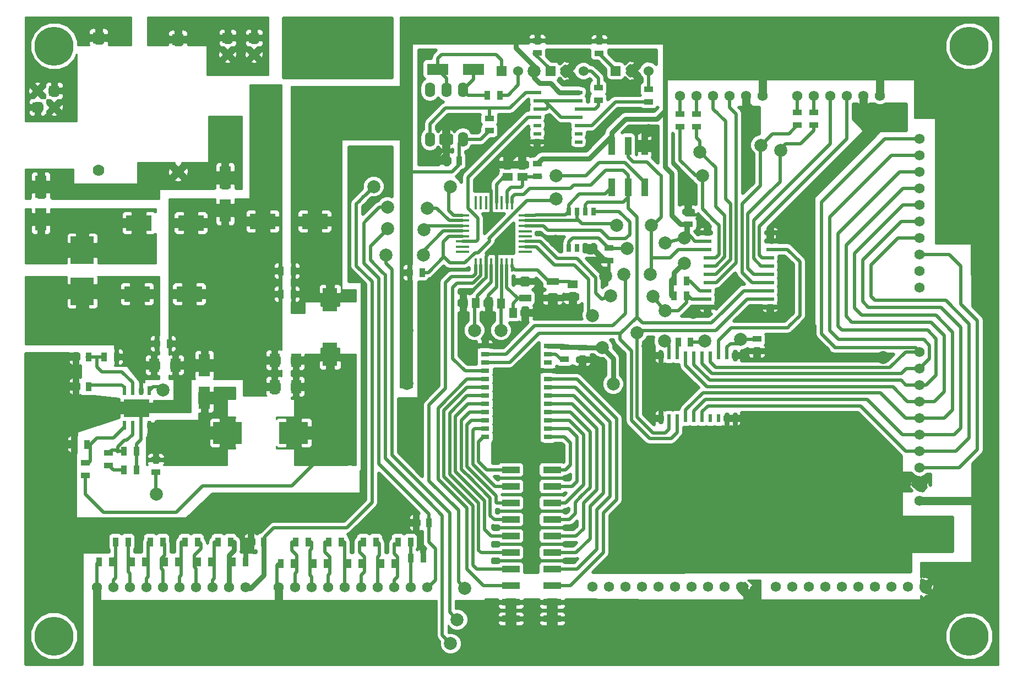
<source format=gtl>
G04 (created by PCBNEW (25-Oct-2014 BZR 4029)-stable) date Fr 05 Feb 2016 19:57:56 CET*
%MOIN*%
G04 Gerber Fmt 3.4, Leading zero omitted, Abs format*
%FSLAX34Y34*%
G01*
G70*
G90*
G04 APERTURE LIST*
%ADD10C,0.00590551*%
%ADD11R,0.06X0.08*%
%ADD12R,0.035X0.055*%
%ADD13R,0.055X0.035*%
%ADD14R,0.1732X0.1339*%
%ADD15R,0.0866X0.1417*%
%ADD16R,0.0236X0.0551*%
%ADD17R,0.1575X0.1102*%
%ADD18R,0.0177X0.0787*%
%ADD19R,0.0787X0.0177*%
%ADD20R,0.06X0.06*%
%ADD21C,0.06*%
%ADD22R,0.1575X0.0945*%
%ADD23R,0.0512X0.059*%
%ADD24R,0.059X0.0512*%
%ADD25R,0.0709X0.1378*%
%ADD26R,0.045X0.02*%
%ADD27R,0.1299X0.0669*%
%ADD28O,0.062X0.09*%
%ADD29C,0.062*%
%ADD30R,0.07X0.07*%
%ADD31C,0.07*%
%ADD32R,0.05X0.02*%
%ADD33R,0.02X0.05*%
%ADD34R,0.05X0.03*%
%ADD35R,0.0393X0.1102*%
%ADD36R,0.1102X0.0393*%
%ADD37R,0.0748031X0.0433071*%
%ADD38R,0.025X0.05*%
%ADD39R,0.14X0.165*%
%ADD40C,0.23622*%
%ADD41C,0.0787402*%
%ADD42C,0.0201575*%
%ADD43C,0.02*%
%ADD44C,0.03*%
%ADD45C,0.05*%
%ADD46C,0.01*%
G04 APERTURE END LIST*
G54D10*
G54D11*
X12650Y-25900D03*
X13950Y-25900D03*
X21250Y-27200D03*
X19950Y-27200D03*
G54D12*
X10825Y-32250D03*
X11575Y-32250D03*
X10375Y-25400D03*
X9625Y-25400D03*
G54D13*
X9900Y-31225D03*
X9900Y-31975D03*
G54D12*
X8675Y-25400D03*
X7925Y-25400D03*
X8575Y-30700D03*
X7825Y-30700D03*
G54D13*
X8500Y-32575D03*
X8500Y-31825D03*
G54D12*
X21075Y-21600D03*
X20325Y-21600D03*
X8675Y-27200D03*
X7925Y-27200D03*
X10825Y-31100D03*
X11575Y-31100D03*
G54D13*
X12750Y-32375D03*
X12750Y-31625D03*
G54D14*
X17092Y-30000D03*
X21108Y-30000D03*
G54D15*
X23300Y-25254D03*
X23300Y-21946D03*
G54D16*
X12350Y-29550D03*
X12350Y-27450D03*
X11850Y-29550D03*
X11350Y-29550D03*
X10850Y-29550D03*
X11850Y-27450D03*
X11350Y-27450D03*
X10850Y-27450D03*
G54D17*
X11600Y-28500D03*
G54D12*
X25325Y-36600D03*
X26075Y-36600D03*
X23225Y-36600D03*
X23975Y-36600D03*
X22325Y-37900D03*
X23075Y-37900D03*
X21225Y-36600D03*
X21975Y-36600D03*
X20325Y-37900D03*
X21075Y-37900D03*
X26425Y-37900D03*
X27175Y-37900D03*
X29275Y-35450D03*
X28525Y-35450D03*
X28175Y-36600D03*
X27425Y-36600D03*
X19275Y-36600D03*
X18525Y-36600D03*
X11325Y-37800D03*
X12075Y-37800D03*
X13325Y-37800D03*
X14075Y-37800D03*
X12425Y-36600D03*
X13175Y-36600D03*
X10325Y-36600D03*
X11075Y-36600D03*
X9325Y-37800D03*
X10075Y-37800D03*
X28875Y-20300D03*
X28125Y-20300D03*
G54D18*
X34323Y-19836D03*
X34008Y-19836D03*
X33693Y-19836D03*
X33378Y-19836D03*
X33063Y-19836D03*
X32748Y-19836D03*
X32433Y-19836D03*
X32118Y-19836D03*
X32120Y-16070D03*
X34330Y-16070D03*
X34010Y-16070D03*
X33690Y-16070D03*
X33380Y-16070D03*
X33060Y-16070D03*
X32750Y-16070D03*
X32430Y-16070D03*
G54D19*
X31330Y-19052D03*
X31330Y-18738D03*
X31330Y-18422D03*
X31330Y-18108D03*
X31330Y-17792D03*
X31330Y-17478D03*
X31330Y-17162D03*
X31330Y-16848D03*
X35110Y-19050D03*
X35110Y-18740D03*
X35110Y-18420D03*
X35110Y-18110D03*
X35110Y-17800D03*
X35110Y-17480D03*
X35110Y-17160D03*
X35110Y-16840D03*
G54D20*
X5600Y-10300D03*
G54D21*
X5600Y-9300D03*
G54D20*
X18700Y-6100D03*
G54D21*
X18700Y-7100D03*
G54D22*
X11725Y-17300D03*
X14875Y-17300D03*
X22375Y-17200D03*
X19225Y-17200D03*
G54D23*
X31375Y-22150D03*
X32125Y-22150D03*
X32915Y-22170D03*
X33665Y-22170D03*
G54D24*
X34050Y-14525D03*
X34050Y-13775D03*
X34950Y-14525D03*
X34950Y-13775D03*
G54D23*
X35125Y-22750D03*
X34375Y-22750D03*
G54D24*
X38000Y-21775D03*
X38000Y-21025D03*
G54D25*
X15700Y-25916D03*
X15700Y-27884D03*
G54D12*
X24425Y-37900D03*
X25175Y-37900D03*
X14525Y-36600D03*
X15275Y-36600D03*
X15325Y-37800D03*
X16075Y-37800D03*
X17275Y-36600D03*
X16525Y-36600D03*
G54D13*
X37500Y-24815D03*
X37500Y-25565D03*
X45000Y-16625D03*
X45000Y-17375D03*
X38580Y-25585D03*
X38580Y-24835D03*
G54D26*
X35850Y-9400D03*
X35850Y-9900D03*
X35850Y-10400D03*
X35850Y-10900D03*
X35850Y-11400D03*
X35850Y-11900D03*
X35850Y-12400D03*
X38350Y-12400D03*
X38350Y-11900D03*
X38350Y-10900D03*
X38350Y-10400D03*
X38350Y-9900D03*
X38350Y-9400D03*
X38350Y-11400D03*
G54D13*
X39550Y-9875D03*
X39550Y-9125D03*
G54D12*
X33575Y-9570D03*
X32825Y-9570D03*
G54D13*
X35850Y-6275D03*
X35850Y-7025D03*
X32950Y-10975D03*
X32950Y-11725D03*
X49150Y-25075D03*
X49150Y-24325D03*
X39600Y-6295D03*
X39600Y-7045D03*
X42600Y-9975D03*
X42600Y-9225D03*
G54D20*
X36650Y-8120D03*
G54D21*
X37650Y-8120D03*
X38650Y-8120D03*
G54D20*
X40600Y-8100D03*
G54D21*
X41600Y-8100D03*
X42600Y-8100D03*
G54D20*
X33700Y-8130D03*
G54D21*
X34700Y-8130D03*
G54D27*
X29817Y-8000D03*
X31983Y-8000D03*
G54D13*
X35850Y-13725D03*
X35850Y-14475D03*
G54D28*
X31350Y-9250D03*
X30350Y-9250D03*
X29350Y-9250D03*
X29350Y-12250D03*
X30350Y-12250D03*
X31350Y-12250D03*
G54D12*
X31125Y-13550D03*
X30375Y-13550D03*
G54D11*
X21250Y-25600D03*
X19950Y-25600D03*
G54D12*
X21075Y-20200D03*
X20325Y-20200D03*
G54D29*
X29200Y-39350D03*
X28200Y-39350D03*
X27200Y-39350D03*
X26200Y-39350D03*
X25200Y-39350D03*
X24200Y-39350D03*
X23200Y-39350D03*
X22200Y-39350D03*
X21200Y-39350D03*
X20200Y-39350D03*
X18200Y-39350D03*
X17200Y-39350D03*
X16200Y-39350D03*
X15200Y-39350D03*
X14200Y-39350D03*
X13200Y-39350D03*
X12200Y-39350D03*
X11200Y-39350D03*
X10200Y-39350D03*
X9200Y-39350D03*
G54D12*
X18175Y-37800D03*
X17425Y-37800D03*
X28950Y-37575D03*
X28200Y-37575D03*
G54D29*
X59300Y-39300D03*
X58300Y-39300D03*
X57300Y-39300D03*
X56300Y-39300D03*
X55300Y-39300D03*
X54300Y-39300D03*
X53300Y-39300D03*
X52300Y-39300D03*
X51300Y-39300D03*
X50300Y-39300D03*
X59000Y-12200D03*
X59000Y-13200D03*
X59000Y-14200D03*
X59000Y-15200D03*
X59000Y-16200D03*
X59000Y-17200D03*
X59000Y-18200D03*
X59000Y-19200D03*
X59000Y-20200D03*
X59000Y-21200D03*
X48200Y-39300D03*
X47200Y-39300D03*
X46200Y-39300D03*
X45200Y-39300D03*
X44200Y-39300D03*
X43200Y-39300D03*
X42200Y-39300D03*
X41200Y-39300D03*
X40200Y-39300D03*
X39200Y-39300D03*
G54D13*
X44500Y-11475D03*
X44500Y-10725D03*
X52600Y-11375D03*
X52600Y-10625D03*
X51600Y-11375D03*
X51600Y-10625D03*
X45500Y-11475D03*
X45500Y-10725D03*
G54D12*
X13575Y-24600D03*
X12825Y-24600D03*
G54D22*
X11625Y-21600D03*
X14775Y-21600D03*
G54D20*
X17100Y-6100D03*
G54D21*
X17100Y-7100D03*
G54D29*
X59000Y-25100D03*
X59000Y-26100D03*
X59000Y-27100D03*
X59000Y-28100D03*
X59000Y-29100D03*
X59000Y-30100D03*
X59000Y-31100D03*
X59000Y-32100D03*
X59000Y-33100D03*
X59000Y-34100D03*
G54D20*
X6600Y-9300D03*
G54D21*
X6600Y-10300D03*
G54D30*
X9300Y-6100D03*
G54D31*
X9300Y-14100D03*
G54D30*
X14100Y-6200D03*
G54D31*
X14100Y-14200D03*
G54D29*
X44500Y-9600D03*
X45500Y-9600D03*
X46500Y-9600D03*
X47500Y-9600D03*
X48500Y-9600D03*
X49500Y-9600D03*
X51600Y-9600D03*
X52600Y-9600D03*
X53600Y-9600D03*
X54600Y-9600D03*
X55600Y-9600D03*
X56600Y-9600D03*
G54D12*
X44125Y-21700D03*
X44875Y-21700D03*
G54D32*
X49950Y-22400D03*
X49950Y-21900D03*
X49950Y-21400D03*
X49950Y-20900D03*
X49950Y-20400D03*
X49950Y-19900D03*
X49950Y-19400D03*
X49950Y-18900D03*
X49950Y-18400D03*
X49950Y-17900D03*
X46150Y-17900D03*
X46150Y-18400D03*
X46150Y-18900D03*
X46150Y-19400D03*
X46150Y-19900D03*
X46150Y-20400D03*
X46150Y-20900D03*
X46150Y-21400D03*
X46150Y-21900D03*
X46150Y-22400D03*
G54D33*
X43325Y-29125D03*
X43825Y-29125D03*
X44325Y-29125D03*
X44825Y-29125D03*
X45325Y-29125D03*
X45825Y-29125D03*
X46325Y-29125D03*
X46825Y-29125D03*
X47325Y-29125D03*
X47825Y-29125D03*
X47825Y-25325D03*
X47325Y-25325D03*
X46825Y-25325D03*
X46325Y-25325D03*
X45825Y-25325D03*
X45325Y-25325D03*
X44825Y-25325D03*
X44325Y-25325D03*
X43825Y-25325D03*
X43325Y-25325D03*
G54D34*
X32700Y-24750D03*
X32700Y-25250D03*
X32700Y-25750D03*
X32700Y-26250D03*
X32700Y-26750D03*
X32700Y-27250D03*
X32700Y-27750D03*
X32700Y-28250D03*
X32700Y-28750D03*
X32700Y-29250D03*
X32700Y-29750D03*
X32700Y-30250D03*
X36500Y-24750D03*
X36500Y-25250D03*
X36500Y-25750D03*
X36500Y-26250D03*
X36500Y-26750D03*
X36500Y-27250D03*
X36500Y-27750D03*
X36500Y-28250D03*
X36500Y-28750D03*
X36500Y-29250D03*
X36500Y-29750D03*
X36500Y-30250D03*
G54D12*
X44125Y-20800D03*
X44875Y-20800D03*
X45125Y-24500D03*
X44375Y-24500D03*
G54D35*
X40350Y-15150D03*
X40350Y-12650D03*
X41350Y-15150D03*
X41350Y-12650D03*
X42350Y-15150D03*
X42350Y-12650D03*
G54D36*
X34250Y-32250D03*
X36750Y-32250D03*
X34250Y-33250D03*
X36750Y-33250D03*
X34250Y-34250D03*
X36750Y-34250D03*
X34250Y-35250D03*
X36750Y-35250D03*
X34250Y-36250D03*
X36750Y-36250D03*
X34250Y-37250D03*
X36750Y-37250D03*
X34250Y-38250D03*
X36750Y-38250D03*
X34250Y-39250D03*
X36750Y-39250D03*
X34250Y-40250D03*
X36750Y-40250D03*
X34250Y-41250D03*
X36750Y-41250D03*
G54D37*
X35110Y-20850D03*
X36790Y-21850D03*
X36790Y-20850D03*
X35110Y-21850D03*
G54D38*
X39250Y-16600D03*
X38750Y-16600D03*
X38250Y-16600D03*
X37750Y-16600D03*
X37750Y-18800D03*
X38250Y-18800D03*
X38750Y-18800D03*
X39250Y-18800D03*
G54D13*
X40200Y-18825D03*
X40200Y-19575D03*
G54D39*
X8300Y-21450D03*
X8300Y-18950D03*
G54D25*
X16950Y-16534D03*
X16950Y-14566D03*
X5800Y-15116D03*
X5800Y-17084D03*
G54D40*
X62000Y-42300D03*
X6600Y-6600D03*
X6600Y-42300D03*
X62000Y-6600D03*
G54D41*
X12800Y-33700D03*
X13200Y-27400D03*
X40300Y-21700D03*
X42850Y-21750D03*
X43600Y-22600D03*
X43550Y-24450D03*
X24300Y-34550D03*
X37150Y-31050D03*
X33600Y-31300D03*
X52850Y-32600D03*
X49050Y-29150D03*
X58200Y-35950D03*
X58400Y-36900D03*
X60150Y-35750D03*
X25650Y-13650D03*
X48800Y-37200D03*
X39200Y-12100D03*
X42600Y-11700D03*
X32650Y-14950D03*
X33950Y-11150D03*
X39300Y-26150D03*
X42600Y-26900D03*
X42550Y-24750D03*
X45450Y-30250D03*
X41750Y-32000D03*
X19450Y-12150D03*
X29500Y-22000D03*
X37450Y-22700D03*
X28300Y-31350D03*
X28250Y-30200D03*
X27450Y-35350D03*
X31600Y-25100D03*
X29350Y-25350D03*
X56800Y-25450D03*
X40000Y-20500D03*
X36950Y-18400D03*
X25600Y-7500D03*
X29400Y-13400D03*
X44950Y-15700D03*
X45300Y-22700D03*
X34850Y-12900D03*
X51000Y-22200D03*
X51150Y-17750D03*
X42700Y-20400D03*
X41100Y-20400D03*
X42750Y-17450D03*
X40650Y-17450D03*
X30600Y-42750D03*
X29000Y-17700D03*
X26800Y-17650D03*
X37000Y-14450D03*
X37000Y-15850D03*
X49400Y-12600D03*
X45850Y-14450D03*
X50600Y-12900D03*
X45700Y-13000D03*
X31000Y-41300D03*
X26700Y-19250D03*
X28950Y-19250D03*
X39200Y-22900D03*
X41900Y-23950D03*
X31450Y-39400D03*
X26800Y-16350D03*
X29200Y-16400D03*
X25950Y-15100D03*
X30600Y-15100D03*
X35650Y-8100D03*
X27950Y-23800D03*
X32050Y-23800D03*
X40450Y-27050D03*
X27950Y-27000D03*
X33650Y-23800D03*
X39785Y-24835D03*
X62800Y-21200D03*
X44750Y-18200D03*
X44750Y-19750D03*
X46000Y-24450D03*
X48150Y-24350D03*
X41300Y-18850D03*
X43600Y-18500D03*
X5800Y-19000D03*
G54D42*
X12350Y-27450D02*
X12600Y-27200D01*
X12750Y-33650D02*
X12750Y-32375D01*
X12800Y-33700D02*
X12750Y-33650D01*
X13000Y-27200D02*
X13200Y-27400D01*
X12600Y-27200D02*
X13000Y-27200D01*
G54D43*
X37050Y-19450D02*
X38250Y-19450D01*
G54D42*
X36020Y-18420D02*
X37050Y-19450D01*
X35110Y-18420D02*
X36020Y-18420D01*
G54D43*
X39750Y-21900D02*
X40300Y-21700D01*
X39400Y-21550D02*
X39750Y-21900D01*
X39400Y-20600D02*
X39400Y-21550D01*
X38250Y-19450D02*
X39400Y-20600D01*
G54D42*
X43550Y-22600D02*
X42850Y-21750D01*
X40400Y-21600D02*
X40300Y-21700D01*
X43825Y-25325D02*
X43825Y-24725D01*
X43600Y-22600D02*
X43550Y-22600D01*
X43825Y-24725D02*
X43550Y-24450D01*
X44875Y-21700D02*
X44875Y-22125D01*
X44400Y-22600D02*
X43550Y-22600D01*
X44875Y-22125D02*
X44400Y-22600D01*
X46150Y-21900D02*
X45200Y-21900D01*
X45000Y-21700D02*
X44875Y-21700D01*
X45200Y-21900D02*
X45000Y-21700D01*
X10825Y-31100D02*
X10500Y-31100D01*
X10500Y-31100D02*
X10450Y-31150D01*
X11350Y-29550D02*
X11350Y-30100D01*
X10075Y-31050D02*
X9900Y-31225D01*
X10350Y-31050D02*
X10075Y-31050D01*
X10450Y-31150D02*
X10350Y-31050D01*
X10450Y-30850D02*
X10450Y-31150D01*
X10850Y-30450D02*
X10450Y-30850D01*
X11000Y-30450D02*
X10850Y-30450D01*
X11350Y-30100D02*
X11000Y-30450D01*
X18525Y-35925D02*
X18525Y-36600D01*
X19850Y-34600D02*
X18525Y-35925D01*
X24250Y-34600D02*
X19850Y-34600D01*
X24300Y-34550D02*
X24250Y-34600D01*
X33600Y-31300D02*
X36900Y-31300D01*
X36900Y-31300D02*
X37150Y-31050D01*
X47825Y-29125D02*
X49025Y-29125D01*
X49025Y-29125D02*
X49050Y-29150D01*
X52850Y-32600D02*
X52500Y-32600D01*
X48800Y-36650D02*
X52850Y-32600D01*
X48800Y-37200D02*
X48800Y-36650D01*
X52500Y-32600D02*
X49050Y-29150D01*
X60150Y-35750D02*
X58400Y-35900D01*
X25300Y-14000D02*
X25250Y-14000D01*
X25650Y-13650D02*
X25300Y-14000D01*
X48750Y-37200D02*
X48750Y-35950D01*
X48800Y-37200D02*
X48750Y-37200D01*
X39200Y-12100D02*
X39200Y-12450D01*
G54D44*
X42350Y-12650D02*
X42350Y-11950D01*
X42350Y-11950D02*
X42600Y-11700D01*
G54D42*
X36600Y-12400D02*
X35850Y-12400D01*
X37050Y-12850D02*
X36600Y-12400D01*
X38800Y-12850D02*
X37050Y-12850D01*
X39200Y-12450D02*
X38800Y-12850D01*
G54D43*
X33378Y-19836D02*
X33378Y-21192D01*
G54D42*
X43850Y-31850D02*
X44650Y-31850D01*
X44650Y-31850D02*
X48750Y-35950D01*
X58400Y-35900D02*
X58100Y-35600D01*
X58100Y-35600D02*
X49050Y-35650D01*
X49050Y-35650D02*
X48750Y-35950D01*
G54D43*
X33060Y-15360D02*
X32650Y-14950D01*
X33060Y-16070D02*
X33060Y-15360D01*
G54D42*
X38580Y-25980D02*
X38750Y-26150D01*
X38750Y-26150D02*
X39300Y-26150D01*
X38580Y-25585D02*
X38580Y-25980D01*
X42600Y-24800D02*
X42550Y-24750D01*
X42600Y-26900D02*
X42600Y-24800D01*
X47325Y-29625D02*
X46700Y-30250D01*
X46700Y-30250D02*
X45450Y-30250D01*
X47325Y-29125D02*
X47325Y-29625D01*
X35500Y-26250D02*
X34650Y-27100D01*
X34650Y-27100D02*
X34650Y-30250D01*
X34650Y-30250D02*
X33600Y-31300D01*
X35500Y-26250D02*
X36500Y-26250D01*
X43850Y-31850D02*
X45450Y-30250D01*
X41900Y-31850D02*
X43850Y-31850D01*
X41750Y-32000D02*
X41900Y-31850D01*
X19225Y-12375D02*
X19225Y-17200D01*
X19450Y-12150D02*
X19225Y-12375D01*
X36790Y-21850D02*
X36790Y-22040D01*
X29500Y-22000D02*
X29500Y-21150D01*
X36790Y-22040D02*
X37450Y-22700D01*
X28250Y-30200D02*
X28250Y-31300D01*
X28250Y-31300D02*
X28300Y-31350D01*
X28525Y-35450D02*
X27550Y-35450D01*
X27550Y-35450D02*
X27450Y-35350D01*
X32700Y-24750D02*
X31950Y-24750D01*
X31950Y-24750D02*
X31600Y-25100D01*
X29350Y-25400D02*
X29400Y-25350D01*
X29350Y-25350D02*
X29300Y-25400D01*
X29300Y-25400D02*
X29350Y-25400D01*
G54D43*
X40200Y-20300D02*
X40000Y-20500D01*
X40200Y-19575D02*
X40200Y-20300D01*
G54D42*
X25600Y-7500D02*
X25400Y-7500D01*
X30350Y-12250D02*
X30350Y-13050D01*
X30000Y-13400D02*
X29400Y-13400D01*
X30350Y-13050D02*
X30000Y-13400D01*
X25400Y-7500D02*
X24550Y-6650D01*
G54D45*
X48500Y-9600D02*
X48500Y-10150D01*
X48950Y-10600D02*
X49000Y-10550D01*
X48500Y-10150D02*
X48950Y-10600D01*
G54D43*
X33060Y-16070D02*
X33060Y-16940D01*
X33060Y-16940D02*
X33050Y-16950D01*
X32748Y-19836D02*
X32748Y-19302D01*
X32748Y-19302D02*
X33100Y-18950D01*
X33378Y-19836D02*
X33378Y-19072D01*
X33378Y-19072D02*
X33650Y-18800D01*
G54D45*
X55600Y-9600D02*
X55600Y-10700D01*
X55600Y-10700D02*
X55750Y-10850D01*
G54D43*
X32600Y-20750D02*
X31900Y-21450D01*
X32748Y-20602D02*
X32600Y-20750D01*
X32748Y-19836D02*
X32748Y-20602D01*
X31300Y-21700D02*
X31300Y-22400D01*
X31550Y-21450D02*
X31300Y-21700D01*
X31900Y-21450D02*
X31550Y-21450D01*
X28950Y-37575D02*
X28950Y-36950D01*
X28525Y-35800D02*
X28525Y-35450D01*
X28800Y-36075D02*
X28525Y-35800D01*
X28800Y-36800D02*
X28800Y-36075D01*
X28950Y-36950D02*
X28800Y-36800D01*
X40200Y-19575D02*
X39825Y-19575D01*
X39825Y-19575D02*
X39350Y-19100D01*
G54D42*
X38750Y-18800D02*
X38750Y-18900D01*
X39250Y-19050D02*
X39250Y-18800D01*
X39200Y-19100D02*
X39250Y-19050D01*
X38950Y-19100D02*
X39200Y-19100D01*
X38750Y-18900D02*
X38950Y-19100D01*
X39250Y-18800D02*
X40000Y-19550D01*
X45000Y-16625D02*
X45000Y-15750D01*
X45000Y-15750D02*
X44950Y-15700D01*
X45600Y-16800D02*
X45175Y-16800D01*
X45175Y-16800D02*
X45000Y-16625D01*
X46150Y-22400D02*
X45600Y-22400D01*
X45600Y-22400D02*
X45300Y-22700D01*
X35850Y-12400D02*
X35350Y-12400D01*
X35350Y-12400D02*
X34850Y-12900D01*
G54D43*
X35070Y-12680D02*
X34850Y-12900D01*
X38000Y-21775D02*
X38000Y-21950D01*
X37900Y-21850D02*
X36790Y-21850D01*
X38000Y-21950D02*
X37900Y-21850D01*
X34950Y-13775D02*
X34950Y-13000D01*
X34950Y-13000D02*
X34850Y-12900D01*
X34050Y-13775D02*
X34050Y-13700D01*
X34050Y-13700D02*
X34850Y-12900D01*
X36500Y-26250D02*
X38150Y-26250D01*
X38580Y-25820D02*
X38580Y-25585D01*
X38150Y-26250D02*
X38580Y-25820D01*
X32900Y-22155D02*
X32915Y-22170D01*
X32900Y-21670D02*
X32900Y-22155D01*
X33378Y-21192D02*
X32900Y-21670D01*
G54D42*
X51000Y-22200D02*
X50800Y-22400D01*
X50800Y-22400D02*
X49950Y-22400D01*
X50400Y-17900D02*
X50900Y-18000D01*
X50900Y-18000D02*
X51150Y-17750D01*
X49950Y-17900D02*
X50400Y-17900D01*
X50000Y-18350D02*
X49950Y-18400D01*
X50300Y-18350D02*
X50000Y-18350D01*
X50400Y-18250D02*
X50300Y-18350D01*
X50400Y-17900D02*
X50400Y-18250D01*
G54D44*
X18175Y-37800D02*
X18175Y-36725D01*
X18175Y-36725D02*
X18300Y-36600D01*
X18300Y-36600D02*
X18525Y-36600D01*
G54D42*
X11575Y-32250D02*
X11575Y-31100D01*
X11575Y-31100D02*
X11575Y-30675D01*
X11850Y-30400D02*
X11850Y-29550D01*
X11575Y-30675D02*
X11850Y-30400D01*
X11850Y-29550D02*
X11850Y-28750D01*
X11850Y-28750D02*
X11600Y-28500D01*
G54D43*
X32433Y-20450D02*
X32433Y-20491D01*
G54D42*
X30725Y-22175D02*
X30725Y-22225D01*
G54D43*
X30725Y-21225D02*
X30725Y-22175D01*
X31000Y-20950D02*
X30725Y-21225D01*
X31974Y-20950D02*
X31000Y-20950D01*
X32433Y-20491D02*
X31974Y-20950D01*
G54D42*
X32433Y-19836D02*
X32433Y-20450D01*
X32433Y-20450D02*
X32433Y-20467D01*
G54D43*
X31475Y-26250D02*
X32700Y-26250D01*
X30725Y-25500D02*
X31475Y-26250D01*
X30725Y-22250D02*
X30725Y-25500D01*
G54D42*
X9200Y-25400D02*
X9200Y-26000D01*
X11350Y-26950D02*
X11350Y-27450D01*
X11350Y-26950D02*
X10700Y-26300D01*
X9500Y-26300D02*
X10700Y-26300D01*
X9200Y-26000D02*
X9500Y-26300D01*
X8575Y-25400D02*
X9000Y-25400D01*
X9000Y-25400D02*
X9200Y-25400D01*
X9200Y-25400D02*
X9425Y-25400D01*
X40300Y-18250D02*
X40200Y-18250D01*
X40300Y-18250D02*
X41200Y-18250D01*
X41200Y-18250D02*
X41450Y-18000D01*
X40800Y-16600D02*
X41450Y-17250D01*
X41450Y-17250D02*
X41450Y-18000D01*
X39250Y-16600D02*
X40800Y-16600D01*
X36230Y-17480D02*
X35110Y-17480D01*
X36500Y-17750D02*
X36230Y-17480D01*
X39700Y-17750D02*
X36500Y-17750D01*
X40200Y-18250D02*
X39700Y-17750D01*
X37750Y-16600D02*
X37750Y-16200D01*
X39950Y-15550D02*
X40350Y-15150D01*
X38400Y-15550D02*
X39950Y-15550D01*
X37750Y-16200D02*
X38400Y-15550D01*
X35110Y-16840D02*
X35710Y-16840D01*
X37550Y-16800D02*
X37750Y-16600D01*
X35750Y-16800D02*
X37550Y-16800D01*
X35710Y-16840D02*
X35750Y-16800D01*
G54D43*
X42750Y-17450D02*
X42850Y-17450D01*
X43350Y-14450D02*
X43200Y-14300D01*
X43350Y-16950D02*
X43350Y-14450D01*
X42850Y-17450D02*
X43350Y-16950D01*
X42750Y-20350D02*
X42700Y-20400D01*
X33950Y-25250D02*
X35675Y-23525D01*
X35675Y-23525D02*
X40425Y-23525D01*
X40425Y-23525D02*
X41175Y-22775D01*
X32700Y-25250D02*
X33950Y-25250D01*
X42750Y-20350D02*
X42750Y-19400D01*
G54D42*
X41175Y-20475D02*
X41175Y-22775D01*
X41100Y-20400D02*
X41175Y-20475D01*
X46150Y-18900D02*
X44400Y-18900D01*
X43900Y-19400D02*
X42750Y-19400D01*
X44400Y-18900D02*
X43900Y-19400D01*
X38550Y-17350D02*
X40550Y-17350D01*
X40550Y-17350D02*
X40650Y-17450D01*
X35110Y-17160D02*
X38360Y-17160D01*
X38250Y-17050D02*
X38550Y-17350D01*
X38250Y-16600D02*
X38250Y-17050D01*
X38360Y-17160D02*
X38550Y-17350D01*
X41350Y-12650D02*
X41350Y-13300D01*
X41350Y-13300D02*
X41650Y-13600D01*
X41650Y-13600D02*
X42500Y-13600D01*
X42500Y-13600D02*
X43200Y-14300D01*
G54D43*
X42750Y-18650D02*
X42750Y-19400D01*
X42750Y-18850D02*
X42750Y-18650D01*
X42750Y-18650D02*
X42750Y-17450D01*
X40610Y-17410D02*
X40650Y-17450D01*
G54D42*
X30100Y-42250D02*
X30100Y-41850D01*
X30600Y-42750D02*
X30100Y-42250D01*
G54D43*
X30100Y-40400D02*
X30100Y-41850D01*
G54D42*
X26500Y-20300D02*
X26650Y-20450D01*
X26450Y-18000D02*
X25750Y-18700D01*
G54D43*
X29222Y-17478D02*
X29000Y-17700D01*
X26800Y-17650D02*
X26450Y-18000D01*
X31330Y-17478D02*
X29222Y-17478D01*
G54D42*
X25750Y-19550D02*
X26500Y-20300D01*
X25750Y-18700D02*
X25750Y-19550D01*
G54D43*
X30100Y-35000D02*
X30100Y-40400D01*
X30100Y-40400D02*
X30100Y-40550D01*
X29250Y-34150D02*
X30100Y-35000D01*
X26650Y-31550D02*
X26650Y-21250D01*
X26650Y-31550D02*
X29250Y-34150D01*
X30100Y-40550D02*
X30100Y-40650D01*
G54D42*
X26650Y-20450D02*
X26650Y-21250D01*
X26650Y-21250D02*
X26650Y-21300D01*
X35850Y-10900D02*
X35300Y-10900D01*
X31650Y-14550D02*
X31650Y-16400D01*
X35300Y-10900D02*
X31650Y-14550D01*
G54D43*
X32158Y-18422D02*
X32250Y-18330D01*
X32250Y-18330D02*
X32250Y-17000D01*
X32250Y-17000D02*
X31650Y-16400D01*
X31330Y-18422D02*
X32158Y-18422D01*
X28200Y-39400D02*
X28200Y-37575D01*
X28200Y-37575D02*
X28175Y-37550D01*
X28175Y-37550D02*
X28175Y-36600D01*
G54D42*
X10850Y-27450D02*
X10850Y-27250D01*
X8775Y-27100D02*
X8675Y-27200D01*
X10700Y-27100D02*
X8775Y-27100D01*
X10850Y-27250D02*
X10700Y-27100D01*
G54D43*
X33380Y-16070D02*
X33380Y-14970D01*
X33825Y-14525D02*
X34050Y-14525D01*
X33380Y-14970D02*
X33825Y-14525D01*
X32075Y-19100D02*
X32250Y-19100D01*
X32075Y-19100D02*
X31450Y-19725D01*
X31450Y-19725D02*
X30550Y-19725D01*
X30187Y-19362D02*
X30550Y-19725D01*
X32950Y-18400D02*
X32950Y-18225D01*
X32250Y-19100D02*
X32950Y-18400D01*
G54D42*
X28875Y-20300D02*
X29250Y-20300D01*
X29250Y-20300D02*
X30187Y-19362D01*
X39800Y-13650D02*
X41150Y-13650D01*
X42350Y-14850D02*
X42350Y-15150D01*
X41150Y-13650D02*
X42350Y-14850D01*
X39850Y-13650D02*
X39800Y-13650D01*
X39800Y-13650D02*
X39600Y-13650D01*
X38700Y-14450D02*
X37000Y-14450D01*
X38800Y-14450D02*
X38700Y-14450D01*
X39600Y-13650D02*
X38800Y-14450D01*
G54D43*
X30600Y-18108D02*
X30492Y-18108D01*
X30150Y-19325D02*
X30187Y-19362D01*
X30150Y-18450D02*
X30150Y-19325D01*
X30492Y-18108D02*
X30150Y-18450D01*
X31330Y-18108D02*
X30600Y-18108D01*
X30600Y-18108D02*
X30542Y-18108D01*
X35225Y-15950D02*
X32950Y-18225D01*
X36900Y-15950D02*
X36150Y-15950D01*
X37000Y-15850D02*
X36900Y-15950D01*
X36150Y-15950D02*
X35225Y-15950D01*
X32950Y-18225D02*
X32925Y-18250D01*
X37100Y-14350D02*
X37000Y-14450D01*
X34010Y-16070D02*
X34010Y-15390D01*
X34950Y-15050D02*
X34950Y-14525D01*
X34850Y-15150D02*
X34950Y-15050D01*
X34250Y-15150D02*
X34850Y-15150D01*
X34010Y-15390D02*
X34250Y-15150D01*
X36050Y-14525D02*
X34950Y-14525D01*
G54D42*
X26075Y-36600D02*
X26200Y-36600D01*
X26300Y-36700D02*
X26300Y-37400D01*
X26300Y-37400D02*
X26200Y-37500D01*
X26200Y-37500D02*
X26200Y-37800D01*
X26200Y-36600D02*
X26300Y-36700D01*
X26200Y-37800D02*
X26325Y-37800D01*
X26325Y-37800D02*
X26425Y-37900D01*
X26200Y-37800D02*
X26200Y-39400D01*
X25175Y-37900D02*
X25300Y-37900D01*
X25300Y-37900D02*
X25400Y-38000D01*
X25200Y-39400D02*
X25200Y-38600D01*
X25100Y-36600D02*
X25325Y-36600D01*
X25100Y-37200D02*
X25100Y-36600D01*
X25400Y-37500D02*
X25100Y-37200D01*
X25400Y-38400D02*
X25400Y-38000D01*
X25400Y-38000D02*
X25400Y-37500D01*
X25200Y-38600D02*
X25400Y-38400D01*
X23075Y-37900D02*
X23300Y-37900D01*
X23200Y-39400D02*
X23200Y-38600D01*
X23000Y-36600D02*
X23225Y-36600D01*
X23000Y-37200D02*
X23000Y-36600D01*
X23300Y-37500D02*
X23000Y-37200D01*
X23300Y-38500D02*
X23300Y-37900D01*
X23300Y-37900D02*
X23300Y-37500D01*
X23200Y-38600D02*
X23300Y-38500D01*
X21075Y-37900D02*
X21200Y-37900D01*
X21200Y-37900D02*
X21300Y-38000D01*
X21200Y-39400D02*
X21200Y-38500D01*
X21000Y-36600D02*
X21225Y-36600D01*
X21000Y-37100D02*
X21000Y-36600D01*
X21300Y-37400D02*
X21000Y-37100D01*
X21300Y-38400D02*
X21300Y-38000D01*
X21300Y-38000D02*
X21300Y-37400D01*
X21200Y-38500D02*
X21300Y-38400D01*
X27175Y-37900D02*
X27400Y-37900D01*
X27200Y-38900D02*
X27200Y-39400D01*
X27400Y-38700D02*
X27200Y-38900D01*
X27400Y-37500D02*
X27400Y-37900D01*
X27400Y-37900D02*
X27400Y-38700D01*
X27200Y-37300D02*
X27400Y-37500D01*
X27200Y-36700D02*
X27200Y-37300D01*
G54D43*
X36790Y-20850D02*
X37825Y-20850D01*
X37825Y-20850D02*
X38000Y-21025D01*
X34323Y-19836D02*
X34323Y-19973D01*
X36550Y-20850D02*
X36790Y-20850D01*
X35850Y-20150D02*
X36550Y-20850D01*
X34500Y-20150D02*
X35850Y-20150D01*
X34323Y-19973D02*
X34500Y-20150D01*
G54D42*
X10325Y-37500D02*
X10325Y-38775D01*
X10200Y-38900D02*
X10200Y-39400D01*
X10325Y-38775D02*
X10200Y-38900D01*
X10325Y-36600D02*
X10325Y-37500D01*
X10325Y-37500D02*
X10325Y-37550D01*
X10325Y-37550D02*
X10075Y-37800D01*
X50125Y-16675D02*
X53100Y-13700D01*
X54600Y-12200D02*
X54600Y-9600D01*
X54450Y-12350D02*
X54600Y-12200D01*
X54100Y-12700D02*
X54450Y-12350D01*
X53100Y-13700D02*
X54100Y-12700D01*
X49300Y-17750D02*
X49300Y-17500D01*
X49450Y-19400D02*
X49300Y-19250D01*
X49300Y-19250D02*
X49300Y-17750D01*
X49450Y-19400D02*
X49950Y-19400D01*
X49300Y-17500D02*
X50125Y-16675D01*
X50125Y-16675D02*
X50150Y-16650D01*
X51650Y-14450D02*
X53400Y-12700D01*
X53600Y-9600D02*
X53600Y-12150D01*
X51000Y-15100D02*
X51650Y-14450D01*
X48950Y-17150D02*
X49650Y-16450D01*
X49400Y-19900D02*
X49950Y-19900D01*
X48950Y-19450D02*
X48950Y-17700D01*
X49400Y-19900D02*
X48950Y-19450D01*
X48950Y-17700D02*
X48950Y-17150D01*
X49650Y-16450D02*
X51000Y-15100D01*
X53600Y-12500D02*
X53600Y-12150D01*
X53400Y-12700D02*
X53600Y-12500D01*
X47900Y-15500D02*
X47900Y-10700D01*
X47900Y-17700D02*
X47900Y-15950D01*
X46150Y-20900D02*
X46700Y-20900D01*
X47900Y-19700D02*
X47900Y-17700D01*
X46700Y-20900D02*
X47900Y-19700D01*
X47900Y-15950D02*
X47900Y-15500D01*
X47500Y-10300D02*
X47500Y-9600D01*
X47900Y-10700D02*
X47500Y-10300D01*
X47550Y-16250D02*
X47550Y-16150D01*
X47550Y-16500D02*
X47550Y-16250D01*
X47250Y-11150D02*
X46500Y-10400D01*
X47250Y-15850D02*
X47250Y-11150D01*
X47550Y-16150D02*
X47250Y-15850D01*
X46500Y-10400D02*
X46500Y-9600D01*
X46500Y-10400D02*
X46500Y-9600D01*
X46750Y-10650D02*
X46500Y-10400D01*
X46150Y-20400D02*
X46650Y-20400D01*
X47550Y-19500D02*
X47550Y-16500D01*
X47550Y-16500D02*
X47550Y-16450D01*
X46650Y-20400D02*
X47550Y-19500D01*
X38350Y-9900D02*
X36300Y-9900D01*
X38350Y-10900D02*
X37300Y-10900D01*
X37300Y-10900D02*
X36300Y-9900D01*
X35850Y-10400D02*
X36400Y-10400D01*
X36500Y-10100D02*
X36300Y-9900D01*
X36500Y-10300D02*
X36500Y-10100D01*
X36400Y-10400D02*
X36500Y-10300D01*
X36300Y-9900D02*
X35850Y-9900D01*
X44500Y-10725D02*
X44500Y-9600D01*
X48625Y-15775D02*
X49350Y-15050D01*
X49350Y-15050D02*
X49350Y-12650D01*
X49350Y-12650D02*
X49400Y-12600D01*
X48250Y-16150D02*
X48625Y-15775D01*
X48625Y-15775D02*
X48650Y-15750D01*
X49950Y-20900D02*
X48850Y-20900D01*
X48250Y-20300D02*
X48250Y-17700D01*
X48850Y-20900D02*
X48250Y-20300D01*
X48250Y-17700D02*
X48250Y-16150D01*
X49350Y-12650D02*
X49400Y-12600D01*
X49350Y-12650D02*
X50100Y-11900D01*
X50100Y-11900D02*
X51075Y-11900D01*
X51075Y-11900D02*
X51600Y-11375D01*
X52600Y-10625D02*
X52600Y-9600D01*
X51600Y-9600D02*
X51600Y-10625D01*
X45500Y-10725D02*
X45500Y-9600D01*
X45850Y-14450D02*
X45450Y-14450D01*
X44500Y-13500D02*
X44500Y-11475D01*
X45450Y-14450D02*
X44500Y-13500D01*
X46850Y-17450D02*
X46500Y-17100D01*
X46850Y-17800D02*
X46850Y-17450D01*
X45850Y-15450D02*
X45850Y-14450D01*
X45850Y-16450D02*
X45850Y-15450D01*
X45950Y-16550D02*
X45850Y-16450D01*
X46500Y-17100D02*
X45950Y-16550D01*
X46150Y-19400D02*
X46650Y-19400D01*
X46850Y-19200D02*
X46850Y-17800D01*
X46850Y-17800D02*
X46850Y-17750D01*
X46650Y-19400D02*
X46850Y-19200D01*
X49125Y-16225D02*
X49900Y-15450D01*
X50550Y-12950D02*
X50600Y-12900D01*
X50550Y-14800D02*
X50550Y-12950D01*
X50450Y-14900D02*
X50550Y-14800D01*
X49900Y-15450D02*
X50450Y-14900D01*
X48600Y-16750D02*
X49125Y-16225D01*
X49125Y-16225D02*
X49150Y-16200D01*
X49950Y-20400D02*
X48950Y-20400D01*
X48600Y-20050D02*
X48600Y-17700D01*
X48950Y-20400D02*
X48600Y-20050D01*
X48600Y-17700D02*
X48600Y-16750D01*
X52600Y-11700D02*
X52600Y-11375D01*
X50600Y-12900D02*
X50600Y-12800D01*
X50600Y-12800D02*
X50900Y-12500D01*
X50900Y-12500D02*
X51800Y-12500D01*
X51800Y-12500D02*
X52600Y-11700D01*
X50600Y-12900D02*
X50550Y-12850D01*
X50550Y-12850D02*
X50600Y-12900D01*
G54D43*
X33575Y-9570D02*
X34080Y-9570D01*
X34700Y-8950D02*
X34700Y-8130D01*
X34080Y-9570D02*
X34700Y-8950D01*
G54D42*
X11200Y-39400D02*
X11200Y-38500D01*
X11100Y-37575D02*
X11325Y-37800D01*
X11100Y-38400D02*
X11100Y-37575D01*
X11200Y-38500D02*
X11100Y-38400D01*
X11075Y-36600D02*
X11075Y-37550D01*
X11075Y-37550D02*
X11325Y-37800D01*
X38350Y-10400D02*
X39350Y-10400D01*
X39550Y-10200D02*
X39550Y-9875D01*
X39350Y-10400D02*
X39550Y-10200D01*
X12300Y-37800D02*
X12300Y-38700D01*
X12200Y-38800D02*
X12200Y-39400D01*
X12300Y-38700D02*
X12200Y-38800D01*
X12425Y-36600D02*
X12300Y-36600D01*
X12300Y-37800D02*
X12075Y-37800D01*
X12300Y-36600D02*
X12300Y-37800D01*
X13200Y-39400D02*
X13200Y-38300D01*
X13100Y-38200D02*
X13100Y-37800D01*
X13200Y-38300D02*
X13100Y-38200D01*
X13100Y-37800D02*
X13325Y-37800D01*
X13175Y-36600D02*
X13200Y-36600D01*
X13100Y-37800D02*
X13325Y-37800D01*
X13100Y-37600D02*
X13100Y-37800D01*
X13300Y-37400D02*
X13100Y-37600D01*
X13300Y-36700D02*
X13300Y-37400D01*
X13200Y-36600D02*
X13300Y-36700D01*
X14300Y-37700D02*
X14300Y-38600D01*
X14200Y-38700D02*
X14200Y-39400D01*
X14300Y-38600D02*
X14200Y-38700D01*
X14525Y-36600D02*
X14300Y-36600D01*
X14200Y-37800D02*
X14075Y-37800D01*
X14300Y-37700D02*
X14200Y-37800D01*
X14300Y-36600D02*
X14300Y-37700D01*
X15275Y-36600D02*
X15400Y-36600D01*
X15100Y-37400D02*
X15100Y-37700D01*
X15500Y-37000D02*
X15100Y-37400D01*
X15500Y-36700D02*
X15500Y-37000D01*
X15400Y-36600D02*
X15500Y-36700D01*
X15100Y-37700D02*
X15200Y-37800D01*
X15200Y-37800D02*
X15325Y-37800D01*
X15200Y-39400D02*
X15200Y-38200D01*
X15100Y-38100D02*
X15100Y-37700D01*
X15200Y-38200D02*
X15100Y-38100D01*
X16075Y-37800D02*
X16300Y-37800D01*
X16525Y-36600D02*
X16300Y-36600D01*
X16200Y-38900D02*
X16200Y-39400D01*
X16300Y-38800D02*
X16200Y-38900D01*
X16300Y-37800D02*
X16300Y-38800D01*
X16300Y-37300D02*
X16300Y-37800D01*
X16300Y-36600D02*
X16300Y-37300D01*
G54D44*
X17425Y-37800D02*
X17200Y-37800D01*
X17275Y-36600D02*
X17500Y-36600D01*
X17200Y-37400D02*
X17500Y-37100D01*
X17500Y-37100D02*
X17500Y-36600D01*
X17200Y-37400D02*
X17200Y-37800D01*
X17200Y-37800D02*
X17200Y-39400D01*
G54D42*
X24200Y-37800D02*
X24325Y-37800D01*
X24325Y-37800D02*
X24425Y-37900D01*
X23975Y-36600D02*
X24200Y-36600D01*
X24200Y-36600D02*
X24200Y-37800D01*
X24200Y-37800D02*
X24200Y-39400D01*
G54D43*
X42600Y-8100D02*
X42600Y-9225D01*
G54D42*
X38650Y-8120D02*
X39120Y-8120D01*
X39550Y-8550D02*
X39550Y-9125D01*
X39120Y-8120D02*
X39550Y-8550D01*
G54D43*
X36650Y-8120D02*
X36650Y-8015D01*
X36650Y-8015D02*
X35670Y-7035D01*
G54D42*
X42600Y-9975D02*
X40575Y-9975D01*
X39150Y-11400D02*
X38350Y-11400D01*
X40575Y-9975D02*
X39150Y-11400D01*
G54D43*
X40600Y-8100D02*
X40600Y-8045D01*
X40600Y-8045D02*
X39600Y-7045D01*
G54D42*
X44325Y-25325D02*
X44325Y-24550D01*
X44325Y-24550D02*
X44375Y-24500D01*
X44875Y-20800D02*
X45100Y-20800D01*
X45700Y-21400D02*
X46150Y-21400D01*
X45100Y-20800D02*
X45700Y-21400D01*
X47125Y-24125D02*
X47400Y-23850D01*
X51000Y-23650D02*
X51050Y-23600D01*
X47600Y-23650D02*
X51000Y-23650D01*
X47400Y-23850D02*
X47600Y-23650D01*
X46825Y-24550D02*
X46825Y-24425D01*
X51000Y-18900D02*
X49950Y-18900D01*
X51100Y-23550D02*
X51750Y-22900D01*
X51750Y-22900D02*
X51750Y-19650D01*
X51750Y-19650D02*
X51000Y-18900D01*
X46825Y-24425D02*
X47125Y-24125D01*
X47125Y-24125D02*
X47150Y-24100D01*
X46825Y-24475D02*
X46825Y-24550D01*
X46825Y-24550D02*
X46825Y-25325D01*
G54D43*
X34375Y-22750D02*
X34375Y-22175D01*
X34375Y-22175D02*
X34700Y-21850D01*
X34008Y-19836D02*
X34008Y-21208D01*
X34650Y-21850D02*
X34700Y-21850D01*
X34700Y-21850D02*
X35110Y-21850D01*
X34008Y-21208D02*
X34650Y-21850D01*
G54D42*
X47200Y-16950D02*
X47200Y-16850D01*
X47200Y-17800D02*
X47200Y-16950D01*
X46650Y-13950D02*
X45700Y-13000D01*
X46650Y-16300D02*
X46650Y-13950D01*
X47200Y-16850D02*
X46650Y-16300D01*
X45650Y-13050D02*
X45700Y-13000D01*
X45700Y-13000D02*
X45700Y-12350D01*
X45700Y-12350D02*
X45500Y-12150D01*
X45500Y-12150D02*
X45500Y-11475D01*
X46150Y-19900D02*
X46650Y-19900D01*
X47200Y-19350D02*
X47200Y-17800D01*
X47200Y-17800D02*
X47200Y-17700D01*
X46650Y-19900D02*
X47200Y-19350D01*
X38500Y-33850D02*
X38150Y-34200D01*
X37797Y-35250D02*
X36750Y-35250D01*
X38150Y-34897D02*
X37797Y-35250D01*
X38150Y-34200D02*
X38150Y-34897D01*
X37850Y-28750D02*
X36500Y-28750D01*
X39050Y-29950D02*
X37850Y-28750D01*
X39050Y-33300D02*
X39050Y-29950D01*
X38450Y-33900D02*
X38500Y-33850D01*
X38500Y-33850D02*
X39050Y-33300D01*
X36750Y-34250D02*
X37550Y-34250D01*
X37800Y-29250D02*
X36500Y-29250D01*
X38650Y-30100D02*
X37800Y-29250D01*
X38650Y-33150D02*
X38650Y-30100D01*
X37550Y-34250D02*
X38650Y-33150D01*
X36750Y-33250D02*
X37950Y-33250D01*
X37750Y-29750D02*
X36500Y-29750D01*
X38250Y-30250D02*
X37750Y-29750D01*
X38250Y-32950D02*
X38250Y-30250D01*
X37950Y-33250D02*
X38250Y-32950D01*
X36750Y-32250D02*
X37550Y-32250D01*
X37500Y-30250D02*
X36500Y-30250D01*
X37850Y-30600D02*
X37500Y-30250D01*
X37850Y-31950D02*
X37850Y-30600D01*
X37550Y-32250D02*
X37850Y-31950D01*
X39850Y-37250D02*
X39850Y-34850D01*
X37850Y-39250D02*
X39200Y-37900D01*
X39200Y-37900D02*
X39850Y-37250D01*
X36750Y-39250D02*
X37850Y-39250D01*
X38250Y-26750D02*
X36500Y-26750D01*
X40650Y-29150D02*
X38250Y-26750D01*
X40650Y-34050D02*
X40650Y-29150D01*
X39850Y-34850D02*
X40650Y-34050D01*
X31675Y-32625D02*
X31450Y-32400D01*
X31750Y-28750D02*
X32700Y-28750D01*
X31250Y-29250D02*
X31750Y-28750D01*
X31250Y-32200D02*
X31250Y-29250D01*
X31300Y-32250D02*
X31250Y-32200D01*
X31450Y-32400D02*
X31300Y-32250D01*
X34250Y-35250D02*
X33250Y-35250D01*
X33000Y-33950D02*
X31675Y-32625D01*
X31675Y-32625D02*
X31650Y-32600D01*
X33000Y-35000D02*
X33000Y-33950D01*
X33250Y-35250D02*
X33000Y-35000D01*
X32000Y-32450D02*
X31650Y-32100D01*
X33400Y-34250D02*
X33350Y-34200D01*
X33350Y-34200D02*
X33350Y-33800D01*
X33350Y-33800D02*
X32000Y-32450D01*
X34250Y-34250D02*
X33400Y-34250D01*
X31850Y-29250D02*
X32700Y-29250D01*
X31600Y-29500D02*
X31850Y-29250D01*
X31600Y-32050D02*
X31600Y-29500D01*
X31650Y-32100D02*
X31600Y-32050D01*
X34250Y-33250D02*
X33300Y-33250D01*
X32050Y-29750D02*
X32700Y-29750D01*
X31950Y-29850D02*
X32050Y-29750D01*
X31950Y-31900D02*
X31950Y-29850D01*
X33300Y-33250D02*
X31950Y-31900D01*
X32700Y-30250D02*
X32600Y-30250D01*
X32800Y-32250D02*
X34250Y-32250D01*
X32300Y-31750D02*
X32800Y-32250D01*
X32300Y-30550D02*
X32300Y-31750D01*
X32600Y-30250D02*
X32300Y-30550D01*
X39450Y-35000D02*
X39450Y-34650D01*
X38250Y-38250D02*
X39450Y-37050D01*
X39450Y-37050D02*
X39450Y-35000D01*
X36750Y-38250D02*
X38250Y-38250D01*
X38150Y-27250D02*
X36500Y-27250D01*
X40250Y-29350D02*
X38150Y-27250D01*
X40250Y-33850D02*
X40250Y-29350D01*
X39450Y-34650D02*
X40250Y-33850D01*
X39850Y-32950D02*
X39850Y-29550D01*
X38050Y-27750D02*
X36500Y-27750D01*
X39850Y-29550D02*
X38050Y-27750D01*
X39050Y-35400D02*
X39050Y-34450D01*
X39850Y-33650D02*
X39850Y-32950D01*
X39850Y-32950D02*
X39850Y-32900D01*
X39050Y-34450D02*
X39850Y-33650D01*
X36750Y-37250D02*
X38200Y-37250D01*
X39050Y-36400D02*
X39050Y-35400D01*
X39050Y-35400D02*
X39050Y-35350D01*
X38200Y-37250D02*
X39050Y-36400D01*
X38875Y-34025D02*
X38650Y-34250D01*
X38650Y-34250D02*
X38650Y-35150D01*
X36750Y-36250D02*
X38200Y-36250D01*
X38650Y-35800D02*
X38650Y-35150D01*
X38200Y-36250D02*
X38650Y-35800D01*
X37950Y-28250D02*
X36500Y-28250D01*
X39450Y-29750D02*
X37950Y-28250D01*
X39450Y-33450D02*
X39450Y-29750D01*
X38850Y-34050D02*
X38875Y-34025D01*
X38875Y-34025D02*
X39450Y-33450D01*
X38650Y-35150D02*
X38650Y-34950D01*
X32700Y-26750D02*
X31600Y-26750D01*
X29850Y-28500D02*
X29850Y-28650D01*
X31600Y-26750D02*
X29850Y-28500D01*
X30150Y-33100D02*
X29850Y-32800D01*
X29850Y-32800D02*
X29850Y-28650D01*
X34250Y-39250D02*
X32600Y-39250D01*
X31600Y-34550D02*
X30150Y-33100D01*
X30150Y-33100D02*
X30250Y-33200D01*
X31600Y-38250D02*
X31600Y-34550D01*
X32600Y-39250D02*
X31600Y-38250D01*
G54D43*
X36500Y-25250D02*
X36970Y-25250D01*
X37285Y-25565D02*
X37500Y-25565D01*
X36970Y-25250D02*
X37285Y-25565D01*
G54D42*
X32700Y-27250D02*
X31600Y-27250D01*
X31600Y-27250D02*
X30200Y-28650D01*
X30600Y-33050D02*
X30200Y-32650D01*
X32200Y-38250D02*
X31950Y-38000D01*
X31950Y-38000D02*
X31950Y-34400D01*
X31950Y-34400D02*
X30600Y-33050D01*
X34250Y-38250D02*
X32200Y-38250D01*
X30200Y-32650D02*
X30200Y-28650D01*
X32700Y-27750D02*
X31600Y-27750D01*
X30550Y-28800D02*
X30550Y-29100D01*
X31600Y-27750D02*
X30550Y-28800D01*
X30950Y-32900D02*
X30550Y-32500D01*
X32450Y-37250D02*
X32300Y-37100D01*
X32300Y-37100D02*
X32300Y-34250D01*
X32300Y-34250D02*
X30950Y-32900D01*
X34250Y-37250D02*
X32450Y-37250D01*
X30550Y-32500D02*
X30550Y-29100D01*
X31300Y-32750D02*
X30950Y-32400D01*
X33050Y-36250D02*
X32650Y-35850D01*
X32650Y-35850D02*
X32650Y-34100D01*
X32650Y-34100D02*
X31300Y-32750D01*
X34250Y-36250D02*
X33050Y-36250D01*
X31650Y-28250D02*
X32700Y-28250D01*
X30900Y-29000D02*
X31650Y-28250D01*
X30900Y-32350D02*
X30900Y-29000D01*
X30950Y-32400D02*
X30900Y-32350D01*
X32950Y-10975D02*
X32950Y-10350D01*
X29350Y-12250D02*
X29350Y-11300D01*
X35150Y-9400D02*
X35850Y-9400D01*
X34200Y-10350D02*
X35150Y-9400D01*
X30300Y-10350D02*
X32950Y-10350D01*
X32950Y-10350D02*
X34200Y-10350D01*
X29350Y-11300D02*
X30300Y-10350D01*
X29817Y-8000D02*
X29817Y-7333D01*
X33700Y-7450D02*
X33700Y-8130D01*
X33350Y-7100D02*
X33700Y-7450D01*
X30050Y-7100D02*
X33350Y-7100D01*
X29817Y-7333D02*
X30050Y-7100D01*
X30350Y-9250D02*
X30350Y-8533D01*
X30350Y-8533D02*
X29817Y-8000D01*
X31983Y-8000D02*
X31983Y-8617D01*
X31983Y-8617D02*
X31350Y-9250D01*
X32825Y-9570D02*
X31670Y-9570D01*
X31670Y-9570D02*
X31350Y-9250D01*
X48250Y-28375D02*
X55425Y-28375D01*
X58150Y-31100D02*
X59000Y-31100D01*
X55425Y-28375D02*
X58150Y-31100D01*
X45825Y-28725D02*
X46175Y-28375D01*
X46175Y-28375D02*
X48250Y-28375D01*
X48250Y-28375D02*
X48375Y-28375D01*
X45825Y-29125D02*
X45825Y-28725D01*
X57300Y-21996D02*
X60596Y-21996D01*
X56050Y-20700D02*
X56050Y-21250D01*
X56050Y-21746D02*
X56300Y-21996D01*
X56300Y-21996D02*
X57300Y-21996D01*
X56050Y-21250D02*
X56050Y-21746D01*
X61200Y-31100D02*
X59000Y-31100D01*
X62000Y-30300D02*
X61200Y-31100D01*
X62000Y-23400D02*
X62000Y-30300D01*
X60596Y-21996D02*
X62000Y-23400D01*
X56050Y-20750D02*
X56050Y-20700D01*
X56050Y-20700D02*
X56050Y-19850D01*
X57700Y-18200D02*
X59000Y-18200D01*
X56050Y-19850D02*
X57700Y-18200D01*
X61200Y-19600D02*
X61500Y-19900D01*
X60800Y-19200D02*
X61200Y-19600D01*
X59000Y-19200D02*
X60800Y-19200D01*
X61500Y-19900D02*
X61500Y-22200D01*
X62500Y-24400D02*
X62500Y-31000D01*
X61400Y-32100D02*
X59000Y-32100D01*
X62500Y-31000D02*
X61400Y-32100D01*
X62500Y-23200D02*
X62500Y-24400D01*
X61500Y-22200D02*
X62500Y-23200D01*
X62500Y-24400D02*
X62500Y-24500D01*
X48350Y-27975D02*
X55825Y-27975D01*
X57950Y-30100D02*
X59000Y-30100D01*
X55825Y-27975D02*
X57950Y-30100D01*
X45325Y-29125D02*
X45325Y-28675D01*
X46025Y-27975D02*
X48225Y-27975D01*
X48225Y-27975D02*
X48350Y-27975D01*
X48350Y-27975D02*
X48375Y-27975D01*
X45325Y-28675D02*
X46025Y-27975D01*
X57300Y-22400D02*
X60300Y-22400D01*
X55550Y-22050D02*
X55900Y-22400D01*
X55900Y-22400D02*
X57300Y-22400D01*
X55550Y-21250D02*
X55550Y-22050D01*
X61100Y-30100D02*
X59000Y-30100D01*
X61500Y-29700D02*
X61100Y-30100D01*
X61500Y-23600D02*
X61500Y-29700D01*
X60300Y-22400D02*
X61500Y-23600D01*
X55550Y-20600D02*
X55550Y-21250D01*
X55550Y-20750D02*
X55550Y-20600D01*
X55550Y-20600D02*
X55550Y-19550D01*
X57900Y-17200D02*
X59000Y-17200D01*
X55550Y-19550D02*
X57900Y-17200D01*
X48500Y-27575D02*
X56625Y-27575D01*
X58150Y-29100D02*
X59000Y-29100D01*
X56625Y-27575D02*
X58150Y-29100D01*
X44825Y-28625D02*
X45875Y-27575D01*
X45875Y-27575D02*
X48500Y-27575D01*
X48500Y-27575D02*
X48575Y-27575D01*
X44825Y-29125D02*
X44825Y-28625D01*
X57300Y-22896D02*
X59996Y-22896D01*
X55050Y-21250D02*
X55050Y-20550D01*
X55050Y-22450D02*
X55496Y-22896D01*
X55496Y-22896D02*
X57300Y-22896D01*
X55050Y-21250D02*
X55050Y-22450D01*
X60500Y-29100D02*
X59000Y-29100D01*
X61000Y-28600D02*
X60500Y-29100D01*
X61000Y-23900D02*
X61000Y-28600D01*
X59996Y-22896D02*
X61000Y-23900D01*
X55050Y-20750D02*
X55050Y-20550D01*
X55050Y-20550D02*
X55050Y-19150D01*
X58000Y-16200D02*
X59000Y-16200D01*
X55050Y-19150D02*
X58000Y-16200D01*
X48300Y-27225D02*
X57375Y-27225D01*
X58250Y-28100D02*
X59000Y-28100D01*
X57375Y-27225D02*
X58250Y-28100D01*
X44825Y-25325D02*
X44825Y-25925D01*
X46125Y-27225D02*
X48300Y-27225D01*
X48300Y-27225D02*
X48425Y-27225D01*
X44825Y-25925D02*
X46125Y-27225D01*
X57200Y-23300D02*
X59700Y-23300D01*
X59900Y-28100D02*
X59000Y-28100D01*
X60500Y-27500D02*
X59900Y-28100D01*
X60500Y-24100D02*
X60500Y-27500D01*
X59700Y-23300D02*
X60500Y-24100D01*
X54550Y-21250D02*
X54550Y-22943D01*
X54906Y-23300D02*
X57200Y-23300D01*
X57200Y-23300D02*
X57300Y-23300D01*
X54550Y-22943D02*
X54906Y-23300D01*
X54550Y-21250D02*
X54550Y-20350D01*
X54550Y-20750D02*
X54550Y-20350D01*
X54550Y-20350D02*
X54550Y-18650D01*
X54550Y-18650D02*
X58000Y-15200D01*
X58000Y-15200D02*
X59000Y-15200D01*
X48625Y-26825D02*
X57875Y-26825D01*
X45325Y-25875D02*
X46275Y-26825D01*
X46275Y-26825D02*
X48625Y-26825D01*
X45325Y-25325D02*
X45325Y-25875D01*
X58150Y-27100D02*
X59000Y-27100D01*
X57875Y-26825D02*
X58150Y-27100D01*
X57300Y-23796D02*
X59496Y-23796D01*
X59400Y-27100D02*
X59000Y-27100D01*
X60000Y-26500D02*
X59400Y-27100D01*
X60000Y-24300D02*
X60000Y-26500D01*
X59496Y-23796D02*
X60000Y-24300D01*
X54050Y-21250D02*
X54050Y-23546D01*
X54300Y-23796D02*
X57300Y-23796D01*
X57300Y-23796D02*
X57400Y-23796D01*
X54050Y-23546D02*
X54300Y-23796D01*
X54050Y-20400D02*
X54050Y-21250D01*
X54050Y-20750D02*
X54050Y-20400D01*
X54050Y-20400D02*
X54050Y-17950D01*
X57800Y-14200D02*
X59000Y-14200D01*
X54050Y-17950D02*
X57800Y-14200D01*
X48350Y-26425D02*
X57875Y-26425D01*
X58200Y-26100D02*
X59000Y-26100D01*
X57875Y-26425D02*
X58200Y-26100D01*
X45825Y-25325D02*
X45825Y-25825D01*
X46425Y-26425D02*
X48350Y-26425D01*
X48350Y-26425D02*
X48425Y-26425D01*
X45825Y-25825D02*
X46425Y-26425D01*
X53550Y-21200D02*
X53550Y-23800D01*
X59600Y-25500D02*
X59000Y-26100D01*
X59600Y-24700D02*
X59600Y-25500D01*
X59250Y-24350D02*
X59600Y-24700D01*
X54100Y-24350D02*
X59250Y-24350D01*
X53550Y-23800D02*
X54100Y-24350D01*
X53550Y-21250D02*
X53550Y-21200D01*
X53550Y-21200D02*
X53550Y-21000D01*
X53550Y-21000D02*
X53550Y-20450D01*
X53550Y-20750D02*
X53550Y-20450D01*
X53550Y-20450D02*
X53550Y-16950D01*
X53550Y-16950D02*
X57300Y-13200D01*
X57300Y-13200D02*
X59000Y-13200D01*
X46325Y-25325D02*
X46325Y-25725D01*
X58150Y-25100D02*
X59000Y-25100D01*
X57200Y-26050D02*
X58150Y-25100D01*
X46650Y-26050D02*
X57200Y-26050D01*
X46325Y-25725D02*
X46650Y-26050D01*
X58850Y-25250D02*
X59000Y-25100D01*
X53050Y-20650D02*
X53050Y-24000D01*
X58750Y-24850D02*
X59000Y-25100D01*
X53900Y-24850D02*
X53850Y-24850D01*
X53850Y-24850D02*
X58750Y-24850D01*
X53050Y-24000D02*
X53900Y-24850D01*
X53050Y-20750D02*
X53050Y-20650D01*
X53050Y-20650D02*
X53050Y-20450D01*
X53050Y-20450D02*
X53050Y-16050D01*
X53050Y-16050D02*
X56900Y-12200D01*
X56900Y-12200D02*
X59000Y-12200D01*
X9900Y-31975D02*
X9925Y-31975D01*
X10200Y-32250D02*
X10825Y-32250D01*
X9925Y-31975D02*
X10200Y-32250D01*
X22100Y-37900D02*
X22325Y-37900D01*
X21975Y-36600D02*
X22200Y-36600D01*
X22200Y-38700D02*
X22200Y-39400D01*
X22100Y-38600D02*
X22200Y-38700D01*
X22100Y-37100D02*
X22100Y-37900D01*
X22100Y-37900D02*
X22100Y-38600D01*
X22200Y-37000D02*
X22100Y-37100D01*
X22200Y-36600D02*
X22200Y-37000D01*
X12350Y-29550D02*
X12400Y-29550D01*
X12650Y-29850D02*
X12350Y-29550D01*
X12650Y-29950D02*
X12650Y-29850D01*
X12550Y-30050D02*
X12650Y-29950D01*
X12550Y-29700D02*
X12550Y-30050D01*
X12400Y-29550D02*
X12550Y-29700D01*
X30550Y-40850D02*
X30550Y-40550D01*
X31000Y-41300D02*
X30550Y-40850D01*
G54D43*
X30550Y-39750D02*
X30550Y-40550D01*
X30550Y-39800D02*
X30550Y-39750D01*
X30550Y-39750D02*
X30550Y-34850D01*
X30350Y-34650D02*
X30450Y-34750D01*
X27050Y-20800D02*
X27050Y-31350D01*
G54D42*
X26700Y-19750D02*
X27050Y-20100D01*
X27050Y-20100D02*
X27050Y-20800D01*
G54D43*
X30158Y-17792D02*
X30300Y-17792D01*
X28950Y-19000D02*
X28950Y-19250D01*
X30158Y-17792D02*
X28950Y-19000D01*
G54D42*
X26700Y-19250D02*
X26700Y-19750D01*
G54D43*
X27050Y-31350D02*
X29550Y-33850D01*
X29550Y-33850D02*
X30350Y-34650D01*
X30550Y-34850D02*
X30450Y-34750D01*
X31330Y-17792D02*
X30300Y-17792D01*
X30300Y-17792D02*
X30258Y-17792D01*
X36900Y-19850D02*
X38100Y-19850D01*
G54D42*
X35790Y-18740D02*
X36900Y-19850D01*
X35110Y-18740D02*
X35790Y-18740D01*
G54D43*
X38950Y-22650D02*
X39200Y-22900D01*
X38950Y-20700D02*
X38950Y-22650D01*
X38100Y-19850D02*
X38950Y-20700D01*
G54D42*
X41900Y-23950D02*
X41900Y-29050D01*
X43825Y-29775D02*
X43825Y-29125D01*
X43600Y-30000D02*
X43825Y-29775D01*
X42850Y-30000D02*
X43600Y-30000D01*
X41900Y-29050D02*
X42850Y-30000D01*
X46350Y-23800D02*
X46650Y-23800D01*
X48550Y-21900D02*
X49950Y-21900D01*
X46650Y-23800D02*
X48550Y-21900D01*
G54D43*
X44000Y-23800D02*
X42050Y-23800D01*
X46375Y-23800D02*
X46350Y-23800D01*
X46350Y-23800D02*
X44000Y-23800D01*
X42050Y-23800D02*
X41900Y-23950D01*
X47150Y-22600D02*
X48350Y-21400D01*
X47150Y-22600D02*
X46400Y-23350D01*
X46400Y-23350D02*
X42225Y-23350D01*
X41875Y-23000D02*
X42225Y-23350D01*
X48350Y-21400D02*
X49950Y-21400D01*
G54D42*
X44325Y-29125D02*
X44325Y-29975D01*
X40850Y-24350D02*
X40850Y-23975D01*
X41550Y-25050D02*
X40850Y-24350D01*
X41550Y-29250D02*
X41550Y-25050D01*
X42650Y-30350D02*
X41550Y-29250D01*
X43950Y-30350D02*
X42650Y-30350D01*
X44325Y-29975D02*
X43950Y-30350D01*
X35550Y-15200D02*
X37850Y-15200D01*
X41350Y-14400D02*
X41350Y-15150D01*
X41050Y-14100D02*
X41350Y-14400D01*
X40000Y-14100D02*
X41050Y-14100D01*
X39100Y-15000D02*
X40000Y-14100D01*
X38050Y-15000D02*
X39100Y-15000D01*
X37850Y-15200D02*
X38050Y-15000D01*
X41350Y-16200D02*
X41350Y-15150D01*
X38750Y-16600D02*
X38750Y-16200D01*
X41050Y-16050D02*
X41350Y-15750D01*
X38900Y-16050D02*
X41050Y-16050D01*
X38750Y-16200D02*
X38900Y-16050D01*
X41350Y-16200D02*
X41350Y-15900D01*
G54D43*
X41900Y-23000D02*
X41875Y-23000D01*
X40900Y-23975D02*
X40850Y-23975D01*
X40850Y-23975D02*
X38925Y-23975D01*
X41875Y-23000D02*
X40900Y-23975D01*
X34175Y-25750D02*
X32700Y-25750D01*
X38925Y-23975D02*
X35950Y-23975D01*
X35950Y-23975D02*
X34175Y-25750D01*
X39150Y-23975D02*
X38925Y-23975D01*
X41900Y-22775D02*
X41900Y-23000D01*
X41900Y-23000D02*
X41900Y-23050D01*
X41350Y-16400D02*
X41350Y-15900D01*
X41900Y-16950D02*
X41900Y-17500D01*
X41350Y-16400D02*
X41900Y-16950D01*
X41900Y-22775D02*
X41900Y-17500D01*
X34330Y-16070D02*
X34330Y-15745D01*
X35400Y-15200D02*
X35550Y-15200D01*
X35550Y-15200D02*
X35600Y-15200D01*
X35025Y-15575D02*
X35400Y-15200D01*
X34500Y-15575D02*
X35025Y-15575D01*
X34330Y-15745D02*
X34500Y-15575D01*
G54D42*
X8800Y-30700D02*
X8800Y-31700D01*
X8675Y-31825D02*
X8500Y-31825D01*
X8800Y-31700D02*
X8675Y-31825D01*
X10850Y-29550D02*
X10850Y-29650D01*
X8800Y-30700D02*
X8575Y-30700D01*
X9200Y-30300D02*
X8800Y-30700D01*
X10200Y-30300D02*
X9200Y-30300D01*
X10850Y-29650D02*
X10200Y-30300D01*
G54D43*
X32118Y-20307D02*
X32118Y-20381D01*
X30300Y-21100D02*
X30300Y-22000D01*
X31100Y-38900D02*
X31075Y-38900D01*
X31075Y-38925D02*
X31100Y-38900D01*
X31075Y-39025D02*
X31075Y-38925D01*
X31450Y-39400D02*
X31075Y-39025D01*
X29300Y-32900D02*
X31075Y-34675D01*
X29300Y-30250D02*
X29300Y-32900D01*
X30300Y-22000D02*
X30300Y-27325D01*
X30300Y-27325D02*
X29300Y-28325D01*
X29300Y-28325D02*
X29300Y-30250D01*
X31075Y-34675D02*
X31075Y-38900D01*
X32118Y-20307D02*
X32118Y-19836D01*
X30300Y-20900D02*
X30300Y-21100D01*
X30650Y-20550D02*
X30300Y-20900D01*
X31949Y-20550D02*
X30650Y-20550D01*
X32118Y-20381D02*
X31949Y-20550D01*
X26250Y-21550D02*
X26250Y-31875D01*
X29275Y-34900D02*
X29275Y-35450D01*
X26250Y-31875D02*
X29275Y-34900D01*
X29275Y-35450D02*
X29275Y-36625D01*
X29275Y-36625D02*
X29675Y-37025D01*
X29675Y-37025D02*
X29675Y-38925D01*
X29675Y-38925D02*
X29200Y-39400D01*
G54D42*
X26050Y-20450D02*
X26250Y-20650D01*
X25500Y-17150D02*
X25350Y-17300D01*
X25350Y-17300D02*
X25350Y-19750D01*
X25350Y-19750D02*
X26050Y-20450D01*
X26800Y-16350D02*
X26300Y-16350D01*
G54D43*
X30512Y-17162D02*
X29750Y-16400D01*
X29750Y-16400D02*
X29200Y-16400D01*
X31330Y-17162D02*
X30512Y-17162D01*
G54D42*
X26300Y-16350D02*
X25700Y-16950D01*
X25700Y-16950D02*
X25500Y-17150D01*
X26250Y-20650D02*
X26250Y-21550D01*
X26250Y-21550D02*
X26250Y-21600D01*
G54D43*
X25850Y-33600D02*
X25850Y-34225D01*
G54D42*
X25850Y-21550D02*
X25850Y-33600D01*
G54D43*
X19900Y-35750D02*
X19400Y-36250D01*
X24325Y-35750D02*
X19900Y-35750D01*
X25850Y-34225D02*
X24325Y-35750D01*
G54D42*
X25050Y-16000D02*
X24900Y-16150D01*
X25325Y-15725D02*
X25050Y-16000D01*
X25850Y-20850D02*
X25850Y-21550D01*
X25850Y-21550D02*
X25850Y-21600D01*
X24900Y-19900D02*
X25850Y-20850D01*
X24900Y-16150D02*
X24900Y-19900D01*
X25950Y-15100D02*
X25650Y-15400D01*
G54D43*
X30500Y-16550D02*
X30500Y-15200D01*
X30500Y-15200D02*
X30600Y-15100D01*
X31330Y-16848D02*
X30798Y-16848D01*
X30798Y-16848D02*
X30500Y-16550D01*
G54D42*
X25450Y-15600D02*
X25325Y-15725D01*
X25325Y-15725D02*
X25300Y-15750D01*
X25650Y-15400D02*
X25450Y-15600D01*
G54D43*
X19275Y-36600D02*
X19275Y-36375D01*
X19275Y-36375D02*
X19400Y-36250D01*
G54D44*
X18200Y-39400D02*
X18500Y-39400D01*
X19275Y-38625D02*
X19275Y-36600D01*
X18500Y-39400D02*
X19275Y-38625D01*
G54D45*
X48200Y-39300D02*
X48200Y-39450D01*
X48900Y-40150D02*
X48900Y-40650D01*
X48200Y-39450D02*
X48900Y-40150D01*
G54D44*
X40450Y-25500D02*
X40450Y-27050D01*
X39785Y-24835D02*
X40450Y-25500D01*
X27950Y-27000D02*
X28000Y-27050D01*
G54D42*
X32050Y-23800D02*
X32050Y-22225D01*
X32050Y-22225D02*
X32125Y-22150D01*
G54D44*
X32050Y-23800D02*
X32050Y-23850D01*
G54D42*
X33665Y-22170D02*
X33665Y-23785D01*
X33665Y-23785D02*
X33650Y-23800D01*
G54D43*
X32230Y-21700D02*
X32230Y-22095D01*
X32575Y-21355D02*
X32230Y-21700D01*
X33063Y-20867D02*
X32575Y-21355D01*
X33063Y-19836D02*
X33063Y-20867D01*
X32230Y-22095D02*
X32000Y-22325D01*
G54D44*
X38580Y-24835D02*
X39785Y-24835D01*
G54D42*
X31125Y-13550D02*
X31125Y-13775D01*
X30700Y-14200D02*
X27900Y-14200D01*
X31125Y-13775D02*
X30700Y-14200D01*
X31125Y-13550D02*
X31125Y-12475D01*
X31125Y-12475D02*
X31350Y-12250D01*
X31350Y-12250D02*
X32425Y-12250D01*
X32425Y-12250D02*
X32950Y-11725D01*
G54D44*
X37500Y-24815D02*
X38560Y-24815D01*
X38560Y-24815D02*
X38580Y-24835D01*
X36500Y-24750D02*
X37435Y-24750D01*
X37435Y-24750D02*
X37500Y-24815D01*
G54D45*
X9200Y-39350D02*
X9200Y-40800D01*
X9200Y-40800D02*
X9250Y-40850D01*
X20200Y-39350D02*
X20200Y-41100D01*
X20200Y-41100D02*
X20250Y-41150D01*
X59000Y-34100D02*
X62700Y-34100D01*
X56600Y-9600D02*
X56600Y-5800D01*
X49500Y-9600D02*
X49500Y-5800D01*
G54D44*
X38350Y-9400D02*
X37200Y-9400D01*
X34550Y-6700D02*
X34550Y-5950D01*
X35650Y-7800D02*
X34550Y-6700D01*
X35650Y-8500D02*
X35650Y-8100D01*
X35650Y-8100D02*
X35650Y-7800D01*
X36000Y-8850D02*
X35650Y-8500D01*
X36650Y-8850D02*
X36000Y-8850D01*
X37200Y-9400D02*
X36650Y-8850D01*
G54D42*
X48150Y-24350D02*
X49125Y-24350D01*
X49125Y-24350D02*
X49150Y-24325D01*
G54D44*
X44750Y-19750D02*
X44700Y-19750D01*
X44125Y-20325D02*
X44125Y-20800D01*
X44700Y-19750D02*
X44125Y-20325D01*
X44125Y-21700D02*
X44000Y-21700D01*
X44000Y-21700D02*
X43950Y-21650D01*
X43950Y-21650D02*
X43950Y-20750D01*
X43950Y-20750D02*
X44125Y-20800D01*
G54D42*
X45950Y-24500D02*
X46000Y-24450D01*
X45125Y-24500D02*
X45950Y-24500D01*
X48150Y-24350D02*
X48150Y-24600D01*
X37750Y-18800D02*
X37750Y-18450D01*
X37750Y-18450D02*
X37975Y-18225D01*
X37975Y-18225D02*
X38000Y-18200D01*
X38000Y-18200D02*
X39550Y-18200D01*
X39550Y-18200D02*
X40200Y-18850D01*
X40200Y-18850D02*
X41300Y-18850D01*
X43600Y-18500D02*
X44750Y-18200D01*
G54D44*
X36150Y-13400D02*
X39000Y-13400D01*
X35850Y-13700D02*
X36150Y-13400D01*
X35850Y-13725D02*
X35850Y-13700D01*
X40350Y-12050D02*
X40350Y-11850D01*
X39000Y-13400D02*
X40350Y-12050D01*
X41550Y-11000D02*
X41200Y-11000D01*
X43125Y-10975D02*
X43600Y-10500D01*
X43600Y-9850D02*
X43600Y-10500D01*
X43100Y-11000D02*
X43125Y-10975D01*
X41550Y-11000D02*
X43100Y-11000D01*
X40350Y-11850D02*
X40350Y-12650D01*
X41200Y-11000D02*
X40350Y-11850D01*
X43600Y-9850D02*
X43600Y-13900D01*
X44000Y-14300D02*
X44000Y-16050D01*
X43600Y-13900D02*
X44000Y-14300D01*
G54D42*
X44750Y-18200D02*
X44750Y-17950D01*
X44850Y-17525D02*
X45000Y-17375D01*
X44850Y-17850D02*
X44850Y-17525D01*
X44750Y-17950D02*
X44850Y-17850D01*
G54D44*
X45000Y-17375D02*
X44525Y-17375D01*
X44000Y-16050D02*
X44000Y-16400D01*
X44000Y-16850D02*
X44000Y-16400D01*
X44525Y-17375D02*
X44000Y-16850D01*
X43600Y-9850D02*
X43600Y-5800D01*
G54D43*
X47325Y-25325D02*
X47325Y-24825D01*
X47550Y-24600D02*
X48150Y-24600D01*
X47325Y-24825D02*
X47550Y-24600D01*
X44975Y-17575D02*
X44975Y-17975D01*
X45400Y-18400D02*
X46150Y-18400D01*
X44975Y-17975D02*
X45175Y-18175D01*
X45175Y-18175D02*
X45400Y-18400D01*
X33693Y-19836D02*
X33693Y-22367D01*
X33693Y-22367D02*
X33680Y-22380D01*
G54D42*
X20325Y-37900D02*
X20200Y-37900D01*
X20100Y-39300D02*
X20200Y-39400D01*
X20100Y-38000D02*
X20100Y-39300D01*
X20200Y-37900D02*
X20100Y-38000D01*
X9200Y-39400D02*
X9200Y-37925D01*
X9200Y-37925D02*
X9325Y-37800D01*
X5800Y-17163D02*
X5800Y-19000D01*
X8500Y-32575D02*
X8500Y-33700D01*
X22300Y-31900D02*
X22300Y-31500D01*
X21000Y-33200D02*
X22300Y-31900D01*
X15600Y-33200D02*
X21000Y-33200D01*
X14000Y-34800D02*
X15600Y-33200D01*
X9600Y-34800D02*
X14000Y-34800D01*
X8500Y-33700D02*
X9600Y-34800D01*
G54D10*
G36*
X20350Y-26570D02*
X20299Y-26549D01*
X20162Y-26550D01*
X20100Y-26612D01*
X20100Y-27000D01*
X20250Y-27000D01*
X20250Y-27400D01*
X20100Y-27400D01*
X20100Y-27600D01*
X19800Y-27600D01*
X19800Y-27400D01*
X19800Y-27000D01*
X19800Y-26612D01*
X19800Y-26187D01*
X19800Y-25800D01*
X19800Y-25400D01*
X19800Y-25012D01*
X19737Y-24950D01*
X19600Y-24949D01*
X19508Y-24987D01*
X19438Y-25058D01*
X19400Y-25150D01*
X19399Y-25249D01*
X19400Y-25337D01*
X19462Y-25400D01*
X19800Y-25400D01*
X19800Y-25800D01*
X19462Y-25800D01*
X19400Y-25862D01*
X19399Y-25950D01*
X19400Y-26049D01*
X19438Y-26141D01*
X19508Y-26212D01*
X19600Y-26250D01*
X19737Y-26250D01*
X19800Y-26187D01*
X19800Y-26612D01*
X19737Y-26550D01*
X19600Y-26549D01*
X19508Y-26587D01*
X19438Y-26658D01*
X19400Y-26750D01*
X19399Y-26849D01*
X19400Y-26937D01*
X19462Y-27000D01*
X19800Y-27000D01*
X19800Y-27400D01*
X19462Y-27400D01*
X19400Y-27462D01*
X19399Y-27550D01*
X19400Y-27649D01*
X19438Y-27741D01*
X19446Y-27750D01*
X18831Y-27750D01*
X18831Y-17860D01*
X18831Y-17436D01*
X18831Y-16963D01*
X18831Y-16540D01*
X18768Y-16477D01*
X18387Y-16477D01*
X18296Y-16515D01*
X18225Y-16585D01*
X18187Y-16677D01*
X18187Y-16777D01*
X18187Y-16901D01*
X18250Y-16963D01*
X18831Y-16963D01*
X18831Y-17436D01*
X18250Y-17436D01*
X18187Y-17498D01*
X18187Y-17622D01*
X18187Y-17722D01*
X18225Y-17814D01*
X18296Y-17884D01*
X18387Y-17922D01*
X18768Y-17922D01*
X18831Y-17860D01*
X18831Y-27750D01*
X18050Y-27750D01*
X18050Y-26750D01*
X17554Y-26750D01*
X17554Y-17272D01*
X17554Y-16941D01*
X17492Y-16878D01*
X17127Y-16878D01*
X17127Y-17410D01*
X17189Y-17473D01*
X17254Y-17473D01*
X17354Y-17472D01*
X17446Y-17434D01*
X17516Y-17364D01*
X17554Y-17272D01*
X17554Y-26750D01*
X16772Y-26750D01*
X16772Y-17410D01*
X16772Y-16878D01*
X16408Y-16878D01*
X16345Y-16941D01*
X16345Y-17272D01*
X16383Y-17364D01*
X16453Y-17434D01*
X16545Y-17472D01*
X16645Y-17473D01*
X16710Y-17473D01*
X16772Y-17410D01*
X16772Y-26750D01*
X16262Y-26750D01*
X16266Y-26746D01*
X16304Y-26654D01*
X16304Y-25177D01*
X16266Y-25085D01*
X16196Y-25015D01*
X16104Y-24977D01*
X16004Y-24976D01*
X15939Y-24977D01*
X15912Y-25004D01*
X15912Y-17722D01*
X15912Y-16877D01*
X15912Y-16777D01*
X15874Y-16685D01*
X15803Y-16615D01*
X15712Y-16577D01*
X15331Y-16577D01*
X15268Y-16640D01*
X15268Y-17063D01*
X15850Y-17063D01*
X15912Y-17001D01*
X15912Y-16877D01*
X15912Y-17722D01*
X15912Y-17598D01*
X15850Y-17536D01*
X15268Y-17536D01*
X15268Y-17960D01*
X15331Y-18022D01*
X15712Y-18022D01*
X15803Y-17984D01*
X15874Y-17914D01*
X15912Y-17822D01*
X15912Y-17722D01*
X15912Y-25004D01*
X15877Y-25039D01*
X15877Y-25571D01*
X16242Y-25571D01*
X16304Y-25509D01*
X16304Y-25177D01*
X16304Y-26654D01*
X16304Y-26323D01*
X16242Y-26260D01*
X15877Y-26260D01*
X15877Y-26373D01*
X15812Y-26373D01*
X15812Y-22022D01*
X15812Y-21177D01*
X15812Y-21077D01*
X15774Y-20985D01*
X15703Y-20915D01*
X15612Y-20877D01*
X15231Y-20877D01*
X15168Y-20940D01*
X15168Y-21363D01*
X15750Y-21363D01*
X15812Y-21301D01*
X15812Y-21177D01*
X15812Y-22022D01*
X15812Y-21898D01*
X15750Y-21836D01*
X15168Y-21836D01*
X15168Y-22260D01*
X15231Y-22322D01*
X15612Y-22322D01*
X15703Y-22284D01*
X15774Y-22214D01*
X15812Y-22122D01*
X15812Y-22022D01*
X15812Y-26373D01*
X15522Y-26373D01*
X15522Y-26260D01*
X15522Y-25571D01*
X15522Y-25039D01*
X15460Y-24977D01*
X15395Y-24976D01*
X15295Y-24977D01*
X15203Y-25015D01*
X15133Y-25085D01*
X15095Y-25177D01*
X15095Y-25509D01*
X15158Y-25571D01*
X15522Y-25571D01*
X15522Y-26260D01*
X15158Y-26260D01*
X15095Y-26323D01*
X15095Y-26654D01*
X15133Y-26746D01*
X15137Y-26750D01*
X14850Y-26750D01*
X14850Y-28750D01*
X14500Y-28750D01*
X14500Y-26250D01*
X14500Y-25549D01*
X14499Y-25450D01*
X14481Y-25405D01*
X14481Y-17960D01*
X14481Y-17536D01*
X14481Y-17063D01*
X14481Y-16640D01*
X14418Y-16577D01*
X14037Y-16577D01*
X13946Y-16615D01*
X13875Y-16685D01*
X13837Y-16777D01*
X13837Y-16877D01*
X13837Y-17001D01*
X13900Y-17063D01*
X14481Y-17063D01*
X14481Y-17536D01*
X13900Y-17536D01*
X13837Y-17598D01*
X13837Y-17722D01*
X13837Y-17822D01*
X13875Y-17914D01*
X13946Y-17984D01*
X14037Y-18022D01*
X14418Y-18022D01*
X14481Y-17960D01*
X14481Y-25405D01*
X14461Y-25358D01*
X14391Y-25287D01*
X14381Y-25283D01*
X14381Y-22260D01*
X14381Y-21836D01*
X14381Y-21363D01*
X14381Y-20940D01*
X14318Y-20877D01*
X13937Y-20877D01*
X13846Y-20915D01*
X13775Y-20985D01*
X13737Y-21077D01*
X13737Y-21177D01*
X13737Y-21301D01*
X13800Y-21363D01*
X14381Y-21363D01*
X14381Y-21836D01*
X13800Y-21836D01*
X13737Y-21898D01*
X13737Y-22022D01*
X13737Y-22122D01*
X13775Y-22214D01*
X13846Y-22284D01*
X13937Y-22322D01*
X14318Y-22322D01*
X14381Y-22260D01*
X14381Y-25283D01*
X14299Y-25249D01*
X14162Y-25250D01*
X14100Y-25312D01*
X14100Y-25700D01*
X14437Y-25700D01*
X14500Y-25637D01*
X14500Y-25549D01*
X14500Y-26250D01*
X14500Y-26162D01*
X14437Y-26100D01*
X14100Y-26100D01*
X14100Y-26487D01*
X14162Y-26550D01*
X14299Y-26550D01*
X14391Y-26512D01*
X14461Y-26441D01*
X14499Y-26349D01*
X14500Y-26250D01*
X14500Y-28750D01*
X14000Y-28750D01*
X14000Y-24825D01*
X14000Y-24374D01*
X13999Y-24275D01*
X13961Y-24183D01*
X13891Y-24112D01*
X13799Y-24074D01*
X13725Y-24075D01*
X13662Y-24137D01*
X13662Y-24462D01*
X13937Y-24462D01*
X14000Y-24400D01*
X14000Y-24374D01*
X14000Y-24825D01*
X14000Y-24800D01*
X13937Y-24737D01*
X13662Y-24737D01*
X13662Y-25062D01*
X13725Y-25125D01*
X13799Y-25125D01*
X13891Y-25087D01*
X13961Y-25016D01*
X13999Y-24924D01*
X14000Y-24825D01*
X14000Y-28750D01*
X12350Y-28750D01*
X12350Y-28224D01*
X12575Y-28224D01*
X12637Y-28162D01*
X12637Y-28050D01*
X13850Y-28050D01*
X13850Y-26747D01*
X13550Y-26749D01*
X13550Y-26529D01*
X13600Y-26550D01*
X13737Y-26550D01*
X13800Y-26487D01*
X13800Y-26100D01*
X13650Y-26100D01*
X13650Y-25700D01*
X13800Y-25700D01*
X13800Y-25312D01*
X13737Y-25250D01*
X13600Y-25249D01*
X13550Y-25270D01*
X13550Y-15850D01*
X16345Y-15850D01*
X16345Y-16127D01*
X16408Y-16189D01*
X16772Y-16189D01*
X16772Y-16076D01*
X17127Y-16076D01*
X17127Y-16189D01*
X17492Y-16189D01*
X17554Y-16127D01*
X17554Y-15850D01*
X18450Y-15850D01*
X18450Y-8950D01*
X20350Y-8950D01*
X20350Y-15800D01*
X20350Y-24970D01*
X20299Y-24949D01*
X20262Y-24949D01*
X20262Y-17622D01*
X20262Y-16777D01*
X20262Y-16677D01*
X20224Y-16585D01*
X20153Y-16515D01*
X20062Y-16477D01*
X19681Y-16477D01*
X19618Y-16540D01*
X19618Y-16963D01*
X20200Y-16963D01*
X20262Y-16901D01*
X20262Y-16777D01*
X20262Y-17622D01*
X20262Y-17498D01*
X20200Y-17436D01*
X19618Y-17436D01*
X19618Y-17860D01*
X19681Y-17922D01*
X20062Y-17922D01*
X20153Y-17884D01*
X20224Y-17814D01*
X20262Y-17722D01*
X20262Y-17622D01*
X20262Y-24949D01*
X20237Y-24949D01*
X20237Y-22062D01*
X20237Y-21737D01*
X20237Y-21462D01*
X20237Y-21137D01*
X20237Y-20662D01*
X20237Y-20337D01*
X20237Y-20062D01*
X20237Y-19737D01*
X20175Y-19675D01*
X20100Y-19674D01*
X20008Y-19712D01*
X19938Y-19783D01*
X19900Y-19875D01*
X19899Y-19974D01*
X19900Y-20000D01*
X19962Y-20062D01*
X20237Y-20062D01*
X20237Y-20337D01*
X19962Y-20337D01*
X19900Y-20400D01*
X19899Y-20425D01*
X19900Y-20524D01*
X19938Y-20616D01*
X20008Y-20687D01*
X20100Y-20725D01*
X20175Y-20725D01*
X20237Y-20662D01*
X20237Y-21137D01*
X20175Y-21075D01*
X20100Y-21074D01*
X20008Y-21112D01*
X19938Y-21183D01*
X19900Y-21275D01*
X19899Y-21374D01*
X19900Y-21400D01*
X19962Y-21462D01*
X20237Y-21462D01*
X20237Y-21737D01*
X19962Y-21737D01*
X19900Y-21800D01*
X19899Y-21825D01*
X19900Y-21924D01*
X19938Y-22016D01*
X20008Y-22087D01*
X20100Y-22125D01*
X20175Y-22125D01*
X20237Y-22062D01*
X20237Y-24949D01*
X20162Y-24950D01*
X20100Y-25012D01*
X20100Y-25400D01*
X20250Y-25400D01*
X20250Y-25800D01*
X20100Y-25800D01*
X20100Y-26187D01*
X20162Y-26250D01*
X20299Y-26250D01*
X20350Y-26229D01*
X20350Y-26570D01*
X20350Y-26570D01*
G37*
G54D46*
X20350Y-26570D02*
X20299Y-26549D01*
X20162Y-26550D01*
X20100Y-26612D01*
X20100Y-27000D01*
X20250Y-27000D01*
X20250Y-27400D01*
X20100Y-27400D01*
X20100Y-27600D01*
X19800Y-27600D01*
X19800Y-27400D01*
X19800Y-27000D01*
X19800Y-26612D01*
X19800Y-26187D01*
X19800Y-25800D01*
X19800Y-25400D01*
X19800Y-25012D01*
X19737Y-24950D01*
X19600Y-24949D01*
X19508Y-24987D01*
X19438Y-25058D01*
X19400Y-25150D01*
X19399Y-25249D01*
X19400Y-25337D01*
X19462Y-25400D01*
X19800Y-25400D01*
X19800Y-25800D01*
X19462Y-25800D01*
X19400Y-25862D01*
X19399Y-25950D01*
X19400Y-26049D01*
X19438Y-26141D01*
X19508Y-26212D01*
X19600Y-26250D01*
X19737Y-26250D01*
X19800Y-26187D01*
X19800Y-26612D01*
X19737Y-26550D01*
X19600Y-26549D01*
X19508Y-26587D01*
X19438Y-26658D01*
X19400Y-26750D01*
X19399Y-26849D01*
X19400Y-26937D01*
X19462Y-27000D01*
X19800Y-27000D01*
X19800Y-27400D01*
X19462Y-27400D01*
X19400Y-27462D01*
X19399Y-27550D01*
X19400Y-27649D01*
X19438Y-27741D01*
X19446Y-27750D01*
X18831Y-27750D01*
X18831Y-17860D01*
X18831Y-17436D01*
X18831Y-16963D01*
X18831Y-16540D01*
X18768Y-16477D01*
X18387Y-16477D01*
X18296Y-16515D01*
X18225Y-16585D01*
X18187Y-16677D01*
X18187Y-16777D01*
X18187Y-16901D01*
X18250Y-16963D01*
X18831Y-16963D01*
X18831Y-17436D01*
X18250Y-17436D01*
X18187Y-17498D01*
X18187Y-17622D01*
X18187Y-17722D01*
X18225Y-17814D01*
X18296Y-17884D01*
X18387Y-17922D01*
X18768Y-17922D01*
X18831Y-17860D01*
X18831Y-27750D01*
X18050Y-27750D01*
X18050Y-26750D01*
X17554Y-26750D01*
X17554Y-17272D01*
X17554Y-16941D01*
X17492Y-16878D01*
X17127Y-16878D01*
X17127Y-17410D01*
X17189Y-17473D01*
X17254Y-17473D01*
X17354Y-17472D01*
X17446Y-17434D01*
X17516Y-17364D01*
X17554Y-17272D01*
X17554Y-26750D01*
X16772Y-26750D01*
X16772Y-17410D01*
X16772Y-16878D01*
X16408Y-16878D01*
X16345Y-16941D01*
X16345Y-17272D01*
X16383Y-17364D01*
X16453Y-17434D01*
X16545Y-17472D01*
X16645Y-17473D01*
X16710Y-17473D01*
X16772Y-17410D01*
X16772Y-26750D01*
X16262Y-26750D01*
X16266Y-26746D01*
X16304Y-26654D01*
X16304Y-25177D01*
X16266Y-25085D01*
X16196Y-25015D01*
X16104Y-24977D01*
X16004Y-24976D01*
X15939Y-24977D01*
X15912Y-25004D01*
X15912Y-17722D01*
X15912Y-16877D01*
X15912Y-16777D01*
X15874Y-16685D01*
X15803Y-16615D01*
X15712Y-16577D01*
X15331Y-16577D01*
X15268Y-16640D01*
X15268Y-17063D01*
X15850Y-17063D01*
X15912Y-17001D01*
X15912Y-16877D01*
X15912Y-17722D01*
X15912Y-17598D01*
X15850Y-17536D01*
X15268Y-17536D01*
X15268Y-17960D01*
X15331Y-18022D01*
X15712Y-18022D01*
X15803Y-17984D01*
X15874Y-17914D01*
X15912Y-17822D01*
X15912Y-17722D01*
X15912Y-25004D01*
X15877Y-25039D01*
X15877Y-25571D01*
X16242Y-25571D01*
X16304Y-25509D01*
X16304Y-25177D01*
X16304Y-26654D01*
X16304Y-26323D01*
X16242Y-26260D01*
X15877Y-26260D01*
X15877Y-26373D01*
X15812Y-26373D01*
X15812Y-22022D01*
X15812Y-21177D01*
X15812Y-21077D01*
X15774Y-20985D01*
X15703Y-20915D01*
X15612Y-20877D01*
X15231Y-20877D01*
X15168Y-20940D01*
X15168Y-21363D01*
X15750Y-21363D01*
X15812Y-21301D01*
X15812Y-21177D01*
X15812Y-22022D01*
X15812Y-21898D01*
X15750Y-21836D01*
X15168Y-21836D01*
X15168Y-22260D01*
X15231Y-22322D01*
X15612Y-22322D01*
X15703Y-22284D01*
X15774Y-22214D01*
X15812Y-22122D01*
X15812Y-22022D01*
X15812Y-26373D01*
X15522Y-26373D01*
X15522Y-26260D01*
X15522Y-25571D01*
X15522Y-25039D01*
X15460Y-24977D01*
X15395Y-24976D01*
X15295Y-24977D01*
X15203Y-25015D01*
X15133Y-25085D01*
X15095Y-25177D01*
X15095Y-25509D01*
X15158Y-25571D01*
X15522Y-25571D01*
X15522Y-26260D01*
X15158Y-26260D01*
X15095Y-26323D01*
X15095Y-26654D01*
X15133Y-26746D01*
X15137Y-26750D01*
X14850Y-26750D01*
X14850Y-28750D01*
X14500Y-28750D01*
X14500Y-26250D01*
X14500Y-25549D01*
X14499Y-25450D01*
X14481Y-25405D01*
X14481Y-17960D01*
X14481Y-17536D01*
X14481Y-17063D01*
X14481Y-16640D01*
X14418Y-16577D01*
X14037Y-16577D01*
X13946Y-16615D01*
X13875Y-16685D01*
X13837Y-16777D01*
X13837Y-16877D01*
X13837Y-17001D01*
X13900Y-17063D01*
X14481Y-17063D01*
X14481Y-17536D01*
X13900Y-17536D01*
X13837Y-17598D01*
X13837Y-17722D01*
X13837Y-17822D01*
X13875Y-17914D01*
X13946Y-17984D01*
X14037Y-18022D01*
X14418Y-18022D01*
X14481Y-17960D01*
X14481Y-25405D01*
X14461Y-25358D01*
X14391Y-25287D01*
X14381Y-25283D01*
X14381Y-22260D01*
X14381Y-21836D01*
X14381Y-21363D01*
X14381Y-20940D01*
X14318Y-20877D01*
X13937Y-20877D01*
X13846Y-20915D01*
X13775Y-20985D01*
X13737Y-21077D01*
X13737Y-21177D01*
X13737Y-21301D01*
X13800Y-21363D01*
X14381Y-21363D01*
X14381Y-21836D01*
X13800Y-21836D01*
X13737Y-21898D01*
X13737Y-22022D01*
X13737Y-22122D01*
X13775Y-22214D01*
X13846Y-22284D01*
X13937Y-22322D01*
X14318Y-22322D01*
X14381Y-22260D01*
X14381Y-25283D01*
X14299Y-25249D01*
X14162Y-25250D01*
X14100Y-25312D01*
X14100Y-25700D01*
X14437Y-25700D01*
X14500Y-25637D01*
X14500Y-25549D01*
X14500Y-26250D01*
X14500Y-26162D01*
X14437Y-26100D01*
X14100Y-26100D01*
X14100Y-26487D01*
X14162Y-26550D01*
X14299Y-26550D01*
X14391Y-26512D01*
X14461Y-26441D01*
X14499Y-26349D01*
X14500Y-26250D01*
X14500Y-28750D01*
X14000Y-28750D01*
X14000Y-24825D01*
X14000Y-24374D01*
X13999Y-24275D01*
X13961Y-24183D01*
X13891Y-24112D01*
X13799Y-24074D01*
X13725Y-24075D01*
X13662Y-24137D01*
X13662Y-24462D01*
X13937Y-24462D01*
X14000Y-24400D01*
X14000Y-24374D01*
X14000Y-24825D01*
X14000Y-24800D01*
X13937Y-24737D01*
X13662Y-24737D01*
X13662Y-25062D01*
X13725Y-25125D01*
X13799Y-25125D01*
X13891Y-25087D01*
X13961Y-25016D01*
X13999Y-24924D01*
X14000Y-24825D01*
X14000Y-28750D01*
X12350Y-28750D01*
X12350Y-28224D01*
X12575Y-28224D01*
X12637Y-28162D01*
X12637Y-28050D01*
X13850Y-28050D01*
X13850Y-26747D01*
X13550Y-26749D01*
X13550Y-26529D01*
X13600Y-26550D01*
X13737Y-26550D01*
X13800Y-26487D01*
X13800Y-26100D01*
X13650Y-26100D01*
X13650Y-25700D01*
X13800Y-25700D01*
X13800Y-25312D01*
X13737Y-25250D01*
X13600Y-25249D01*
X13550Y-25270D01*
X13550Y-15850D01*
X16345Y-15850D01*
X16345Y-16127D01*
X16408Y-16189D01*
X16772Y-16189D01*
X16772Y-16076D01*
X17127Y-16076D01*
X17127Y-16189D01*
X17492Y-16189D01*
X17554Y-16127D01*
X17554Y-15850D01*
X18450Y-15850D01*
X18450Y-8950D01*
X20350Y-8950D01*
X20350Y-15800D01*
X20350Y-24970D01*
X20299Y-24949D01*
X20262Y-24949D01*
X20262Y-17622D01*
X20262Y-16777D01*
X20262Y-16677D01*
X20224Y-16585D01*
X20153Y-16515D01*
X20062Y-16477D01*
X19681Y-16477D01*
X19618Y-16540D01*
X19618Y-16963D01*
X20200Y-16963D01*
X20262Y-16901D01*
X20262Y-16777D01*
X20262Y-17622D01*
X20262Y-17498D01*
X20200Y-17436D01*
X19618Y-17436D01*
X19618Y-17860D01*
X19681Y-17922D01*
X20062Y-17922D01*
X20153Y-17884D01*
X20224Y-17814D01*
X20262Y-17722D01*
X20262Y-17622D01*
X20262Y-24949D01*
X20237Y-24949D01*
X20237Y-22062D01*
X20237Y-21737D01*
X20237Y-21462D01*
X20237Y-21137D01*
X20237Y-20662D01*
X20237Y-20337D01*
X20237Y-20062D01*
X20237Y-19737D01*
X20175Y-19675D01*
X20100Y-19674D01*
X20008Y-19712D01*
X19938Y-19783D01*
X19900Y-19875D01*
X19899Y-19974D01*
X19900Y-20000D01*
X19962Y-20062D01*
X20237Y-20062D01*
X20237Y-20337D01*
X19962Y-20337D01*
X19900Y-20400D01*
X19899Y-20425D01*
X19900Y-20524D01*
X19938Y-20616D01*
X20008Y-20687D01*
X20100Y-20725D01*
X20175Y-20725D01*
X20237Y-20662D01*
X20237Y-21137D01*
X20175Y-21075D01*
X20100Y-21074D01*
X20008Y-21112D01*
X19938Y-21183D01*
X19900Y-21275D01*
X19899Y-21374D01*
X19900Y-21400D01*
X19962Y-21462D01*
X20237Y-21462D01*
X20237Y-21737D01*
X19962Y-21737D01*
X19900Y-21800D01*
X19899Y-21825D01*
X19900Y-21924D01*
X19938Y-22016D01*
X20008Y-22087D01*
X20100Y-22125D01*
X20175Y-22125D01*
X20237Y-22062D01*
X20237Y-24949D01*
X20162Y-24950D01*
X20100Y-25012D01*
X20100Y-25400D01*
X20250Y-25400D01*
X20250Y-25800D01*
X20100Y-25800D01*
X20100Y-26187D01*
X20162Y-26250D01*
X20299Y-26250D01*
X20350Y-26229D01*
X20350Y-26570D01*
G54D10*
G36*
X12950Y-26750D02*
X12737Y-26750D01*
X12737Y-25062D01*
X12737Y-24737D01*
X12737Y-24462D01*
X12737Y-24137D01*
X12675Y-24075D01*
X12662Y-24074D01*
X12662Y-22022D01*
X12662Y-21177D01*
X12662Y-21077D01*
X12624Y-20985D01*
X12553Y-20915D01*
X12462Y-20877D01*
X12081Y-20877D01*
X12018Y-20940D01*
X12018Y-21363D01*
X12600Y-21363D01*
X12662Y-21301D01*
X12662Y-21177D01*
X12662Y-22022D01*
X12662Y-21898D01*
X12600Y-21836D01*
X12018Y-21836D01*
X12018Y-22260D01*
X12081Y-22322D01*
X12462Y-22322D01*
X12553Y-22284D01*
X12624Y-22214D01*
X12662Y-22122D01*
X12662Y-22022D01*
X12662Y-24074D01*
X12600Y-24074D01*
X12508Y-24112D01*
X12438Y-24183D01*
X12400Y-24275D01*
X12399Y-24374D01*
X12400Y-24400D01*
X12462Y-24462D01*
X12737Y-24462D01*
X12737Y-24737D01*
X12462Y-24737D01*
X12400Y-24800D01*
X12399Y-24825D01*
X12400Y-24924D01*
X12438Y-25016D01*
X12508Y-25087D01*
X12600Y-25125D01*
X12675Y-25125D01*
X12737Y-25062D01*
X12737Y-26750D01*
X12500Y-26750D01*
X12500Y-26487D01*
X12500Y-26100D01*
X12500Y-25700D01*
X12500Y-25312D01*
X12437Y-25250D01*
X12300Y-25249D01*
X12208Y-25287D01*
X12138Y-25358D01*
X12100Y-25450D01*
X12099Y-25549D01*
X12100Y-25637D01*
X12162Y-25700D01*
X12500Y-25700D01*
X12500Y-26100D01*
X12162Y-26100D01*
X12100Y-26162D01*
X12099Y-26250D01*
X12100Y-26349D01*
X12138Y-26441D01*
X12208Y-26512D01*
X12300Y-26550D01*
X12437Y-26550D01*
X12500Y-26487D01*
X12500Y-26750D01*
X12050Y-26750D01*
X12050Y-26937D01*
X12017Y-26924D01*
X11971Y-26924D01*
X11909Y-26987D01*
X11909Y-27312D01*
X11950Y-27312D01*
X11950Y-27587D01*
X11909Y-27587D01*
X11909Y-27650D01*
X11791Y-27650D01*
X11791Y-27587D01*
X11750Y-27587D01*
X11750Y-27312D01*
X11791Y-27312D01*
X11791Y-26987D01*
X11750Y-26946D01*
X11750Y-26882D01*
X11231Y-26215D01*
X11231Y-22260D01*
X11231Y-21836D01*
X11231Y-21363D01*
X11231Y-20940D01*
X11168Y-20877D01*
X10787Y-20877D01*
X10696Y-20915D01*
X10625Y-20985D01*
X10587Y-21077D01*
X10587Y-21177D01*
X10587Y-21301D01*
X10650Y-21363D01*
X11231Y-21363D01*
X11231Y-21836D01*
X10650Y-21836D01*
X10587Y-21898D01*
X10587Y-22022D01*
X10587Y-22122D01*
X10625Y-22214D01*
X10696Y-22284D01*
X10787Y-22322D01*
X11168Y-22322D01*
X11231Y-22260D01*
X11231Y-26215D01*
X11024Y-25950D01*
X10800Y-25950D01*
X10800Y-25625D01*
X10800Y-25174D01*
X10799Y-25075D01*
X10761Y-24983D01*
X10691Y-24912D01*
X10599Y-24874D01*
X10525Y-24875D01*
X10462Y-24937D01*
X10462Y-25262D01*
X10737Y-25262D01*
X10800Y-25200D01*
X10800Y-25174D01*
X10800Y-25625D01*
X10800Y-25600D01*
X10737Y-25537D01*
X10462Y-25537D01*
X10462Y-25862D01*
X10525Y-25925D01*
X10599Y-25925D01*
X10691Y-25887D01*
X10761Y-25816D01*
X10799Y-25724D01*
X10800Y-25625D01*
X10800Y-25950D01*
X10703Y-25950D01*
X10700Y-25949D01*
X10250Y-25949D01*
X10250Y-25900D01*
X10287Y-25862D01*
X10287Y-25537D01*
X10250Y-25537D01*
X10250Y-25262D01*
X10287Y-25262D01*
X10287Y-24937D01*
X10250Y-24900D01*
X10250Y-24650D01*
X9250Y-24650D01*
X9250Y-22225D01*
X9250Y-21925D01*
X9187Y-21862D01*
X8650Y-21862D01*
X8650Y-22462D01*
X8712Y-22525D01*
X9049Y-22525D01*
X9141Y-22487D01*
X9211Y-22416D01*
X9249Y-22324D01*
X9250Y-22225D01*
X9250Y-24650D01*
X7950Y-24650D01*
X7950Y-22462D01*
X7950Y-21862D01*
X7412Y-21862D01*
X7350Y-21925D01*
X7349Y-22225D01*
X7350Y-22324D01*
X7388Y-22416D01*
X7458Y-22487D01*
X7550Y-22525D01*
X7887Y-22525D01*
X7950Y-22462D01*
X7950Y-24650D01*
X4850Y-24650D01*
X4850Y-20550D01*
X7360Y-20550D01*
X7350Y-20575D01*
X7349Y-20674D01*
X7350Y-20975D01*
X7412Y-21037D01*
X7950Y-21037D01*
X7950Y-20992D01*
X8650Y-20992D01*
X8650Y-21037D01*
X9187Y-21037D01*
X9250Y-20975D01*
X9250Y-20674D01*
X9249Y-20575D01*
X9239Y-20550D01*
X12950Y-20550D01*
X12950Y-24100D01*
X12912Y-24137D01*
X12912Y-24462D01*
X12950Y-24462D01*
X12950Y-24737D01*
X12912Y-24737D01*
X12912Y-25062D01*
X12950Y-25100D01*
X12950Y-25249D01*
X12862Y-25250D01*
X12800Y-25312D01*
X12800Y-25700D01*
X12950Y-25700D01*
X12950Y-26100D01*
X12800Y-26100D01*
X12800Y-26487D01*
X12862Y-26550D01*
X12950Y-26550D01*
X12950Y-26750D01*
X12950Y-26750D01*
G37*
G54D46*
X12950Y-26750D02*
X12737Y-26750D01*
X12737Y-25062D01*
X12737Y-24737D01*
X12737Y-24462D01*
X12737Y-24137D01*
X12675Y-24075D01*
X12662Y-24074D01*
X12662Y-22022D01*
X12662Y-21177D01*
X12662Y-21077D01*
X12624Y-20985D01*
X12553Y-20915D01*
X12462Y-20877D01*
X12081Y-20877D01*
X12018Y-20940D01*
X12018Y-21363D01*
X12600Y-21363D01*
X12662Y-21301D01*
X12662Y-21177D01*
X12662Y-22022D01*
X12662Y-21898D01*
X12600Y-21836D01*
X12018Y-21836D01*
X12018Y-22260D01*
X12081Y-22322D01*
X12462Y-22322D01*
X12553Y-22284D01*
X12624Y-22214D01*
X12662Y-22122D01*
X12662Y-22022D01*
X12662Y-24074D01*
X12600Y-24074D01*
X12508Y-24112D01*
X12438Y-24183D01*
X12400Y-24275D01*
X12399Y-24374D01*
X12400Y-24400D01*
X12462Y-24462D01*
X12737Y-24462D01*
X12737Y-24737D01*
X12462Y-24737D01*
X12400Y-24800D01*
X12399Y-24825D01*
X12400Y-24924D01*
X12438Y-25016D01*
X12508Y-25087D01*
X12600Y-25125D01*
X12675Y-25125D01*
X12737Y-25062D01*
X12737Y-26750D01*
X12500Y-26750D01*
X12500Y-26487D01*
X12500Y-26100D01*
X12500Y-25700D01*
X12500Y-25312D01*
X12437Y-25250D01*
X12300Y-25249D01*
X12208Y-25287D01*
X12138Y-25358D01*
X12100Y-25450D01*
X12099Y-25549D01*
X12100Y-25637D01*
X12162Y-25700D01*
X12500Y-25700D01*
X12500Y-26100D01*
X12162Y-26100D01*
X12100Y-26162D01*
X12099Y-26250D01*
X12100Y-26349D01*
X12138Y-26441D01*
X12208Y-26512D01*
X12300Y-26550D01*
X12437Y-26550D01*
X12500Y-26487D01*
X12500Y-26750D01*
X12050Y-26750D01*
X12050Y-26937D01*
X12017Y-26924D01*
X11971Y-26924D01*
X11909Y-26987D01*
X11909Y-27312D01*
X11950Y-27312D01*
X11950Y-27587D01*
X11909Y-27587D01*
X11909Y-27650D01*
X11791Y-27650D01*
X11791Y-27587D01*
X11750Y-27587D01*
X11750Y-27312D01*
X11791Y-27312D01*
X11791Y-26987D01*
X11750Y-26946D01*
X11750Y-26882D01*
X11231Y-26215D01*
X11231Y-22260D01*
X11231Y-21836D01*
X11231Y-21363D01*
X11231Y-20940D01*
X11168Y-20877D01*
X10787Y-20877D01*
X10696Y-20915D01*
X10625Y-20985D01*
X10587Y-21077D01*
X10587Y-21177D01*
X10587Y-21301D01*
X10650Y-21363D01*
X11231Y-21363D01*
X11231Y-21836D01*
X10650Y-21836D01*
X10587Y-21898D01*
X10587Y-22022D01*
X10587Y-22122D01*
X10625Y-22214D01*
X10696Y-22284D01*
X10787Y-22322D01*
X11168Y-22322D01*
X11231Y-22260D01*
X11231Y-26215D01*
X11024Y-25950D01*
X10800Y-25950D01*
X10800Y-25625D01*
X10800Y-25174D01*
X10799Y-25075D01*
X10761Y-24983D01*
X10691Y-24912D01*
X10599Y-24874D01*
X10525Y-24875D01*
X10462Y-24937D01*
X10462Y-25262D01*
X10737Y-25262D01*
X10800Y-25200D01*
X10800Y-25174D01*
X10800Y-25625D01*
X10800Y-25600D01*
X10737Y-25537D01*
X10462Y-25537D01*
X10462Y-25862D01*
X10525Y-25925D01*
X10599Y-25925D01*
X10691Y-25887D01*
X10761Y-25816D01*
X10799Y-25724D01*
X10800Y-25625D01*
X10800Y-25950D01*
X10703Y-25950D01*
X10700Y-25949D01*
X10250Y-25949D01*
X10250Y-25900D01*
X10287Y-25862D01*
X10287Y-25537D01*
X10250Y-25537D01*
X10250Y-25262D01*
X10287Y-25262D01*
X10287Y-24937D01*
X10250Y-24900D01*
X10250Y-24650D01*
X9250Y-24650D01*
X9250Y-22225D01*
X9250Y-21925D01*
X9187Y-21862D01*
X8650Y-21862D01*
X8650Y-22462D01*
X8712Y-22525D01*
X9049Y-22525D01*
X9141Y-22487D01*
X9211Y-22416D01*
X9249Y-22324D01*
X9250Y-22225D01*
X9250Y-24650D01*
X7950Y-24650D01*
X7950Y-22462D01*
X7950Y-21862D01*
X7412Y-21862D01*
X7350Y-21925D01*
X7349Y-22225D01*
X7350Y-22324D01*
X7388Y-22416D01*
X7458Y-22487D01*
X7550Y-22525D01*
X7887Y-22525D01*
X7950Y-22462D01*
X7950Y-24650D01*
X4850Y-24650D01*
X4850Y-20550D01*
X7360Y-20550D01*
X7350Y-20575D01*
X7349Y-20674D01*
X7350Y-20975D01*
X7412Y-21037D01*
X7950Y-21037D01*
X7950Y-20992D01*
X8650Y-20992D01*
X8650Y-21037D01*
X9187Y-21037D01*
X9250Y-20975D01*
X9250Y-20674D01*
X9249Y-20575D01*
X9239Y-20550D01*
X12950Y-20550D01*
X12950Y-24100D01*
X12912Y-24137D01*
X12912Y-24462D01*
X12950Y-24462D01*
X12950Y-24737D01*
X12912Y-24737D01*
X12912Y-25062D01*
X12950Y-25100D01*
X12950Y-25249D01*
X12862Y-25250D01*
X12800Y-25312D01*
X12800Y-25700D01*
X12950Y-25700D01*
X12950Y-26100D01*
X12800Y-26100D01*
X12800Y-26487D01*
X12862Y-26550D01*
X12950Y-26550D01*
X12950Y-26750D01*
G54D10*
G36*
X63750Y-44050D02*
X63431Y-44050D01*
X63431Y-42016D01*
X63431Y-6316D01*
X63213Y-5790D01*
X62811Y-5387D01*
X62285Y-5169D01*
X61716Y-5168D01*
X61190Y-5386D01*
X60787Y-5788D01*
X60569Y-6314D01*
X60568Y-6883D01*
X60786Y-7409D01*
X61188Y-7812D01*
X61714Y-8030D01*
X62283Y-8031D01*
X62809Y-7813D01*
X63212Y-7411D01*
X63430Y-6885D01*
X63431Y-6316D01*
X63431Y-42016D01*
X63213Y-41490D01*
X62811Y-41087D01*
X62285Y-40869D01*
X61716Y-40868D01*
X61190Y-41086D01*
X60787Y-41488D01*
X60569Y-42014D01*
X60568Y-42583D01*
X60786Y-43109D01*
X61188Y-43512D01*
X61714Y-43730D01*
X62283Y-43731D01*
X62809Y-43513D01*
X63212Y-43111D01*
X63430Y-42585D01*
X63431Y-42016D01*
X63431Y-44050D01*
X59870Y-44050D01*
X59870Y-39277D01*
X59835Y-39102D01*
X59752Y-39067D01*
X59628Y-39409D01*
X59752Y-39532D01*
X59835Y-39497D01*
X59870Y-39277D01*
X59870Y-44050D01*
X59532Y-44050D01*
X48770Y-44050D01*
X37551Y-44050D01*
X37551Y-41496D01*
X37551Y-41003D01*
X37551Y-40496D01*
X37551Y-40410D01*
X37488Y-40348D01*
X37025Y-40348D01*
X37025Y-40634D01*
X37088Y-40696D01*
X37251Y-40696D01*
X37350Y-40696D01*
X37442Y-40658D01*
X37513Y-40587D01*
X37551Y-40496D01*
X37551Y-41003D01*
X37513Y-40912D01*
X37442Y-40841D01*
X37350Y-40803D01*
X37251Y-40803D01*
X37088Y-40803D01*
X37025Y-40866D01*
X37025Y-41151D01*
X37488Y-41151D01*
X37551Y-41089D01*
X37551Y-41003D01*
X37551Y-41496D01*
X37551Y-41410D01*
X37488Y-41348D01*
X37025Y-41348D01*
X37025Y-41634D01*
X37088Y-41696D01*
X37251Y-41696D01*
X37350Y-41696D01*
X37442Y-41658D01*
X37513Y-41587D01*
X37551Y-41496D01*
X37551Y-44050D01*
X36474Y-44050D01*
X36474Y-41634D01*
X36474Y-41348D01*
X36474Y-41151D01*
X36474Y-40866D01*
X36474Y-40634D01*
X36474Y-40348D01*
X36011Y-40348D01*
X35949Y-40410D01*
X35948Y-40496D01*
X35986Y-40587D01*
X36057Y-40658D01*
X36149Y-40696D01*
X36248Y-40696D01*
X36412Y-40696D01*
X36474Y-40634D01*
X36474Y-40866D01*
X36412Y-40803D01*
X36248Y-40803D01*
X36149Y-40803D01*
X36057Y-40841D01*
X35986Y-40912D01*
X35948Y-41003D01*
X35949Y-41089D01*
X36011Y-41151D01*
X36474Y-41151D01*
X36474Y-41348D01*
X36011Y-41348D01*
X35949Y-41410D01*
X35948Y-41496D01*
X35986Y-41587D01*
X36057Y-41658D01*
X36149Y-41696D01*
X36248Y-41696D01*
X36412Y-41696D01*
X36474Y-41634D01*
X36474Y-44050D01*
X35051Y-44050D01*
X35051Y-41496D01*
X35051Y-41003D01*
X35051Y-40496D01*
X35051Y-40410D01*
X34988Y-40348D01*
X34525Y-40348D01*
X34525Y-40634D01*
X34588Y-40696D01*
X34751Y-40696D01*
X34850Y-40696D01*
X34942Y-40658D01*
X35013Y-40587D01*
X35051Y-40496D01*
X35051Y-41003D01*
X35013Y-40912D01*
X34942Y-40841D01*
X34850Y-40803D01*
X34751Y-40803D01*
X34588Y-40803D01*
X34525Y-40866D01*
X34525Y-41151D01*
X34988Y-41151D01*
X35051Y-41089D01*
X35051Y-41003D01*
X35051Y-41496D01*
X35051Y-41410D01*
X34988Y-41348D01*
X34525Y-41348D01*
X34525Y-41634D01*
X34588Y-41696D01*
X34751Y-41696D01*
X34850Y-41696D01*
X34942Y-41658D01*
X35013Y-41587D01*
X35051Y-41496D01*
X35051Y-44050D01*
X33974Y-44050D01*
X33974Y-41634D01*
X33974Y-41348D01*
X33974Y-41151D01*
X33974Y-40866D01*
X33974Y-40634D01*
X33974Y-40348D01*
X33511Y-40348D01*
X33449Y-40410D01*
X33448Y-40496D01*
X33486Y-40587D01*
X33557Y-40658D01*
X33649Y-40696D01*
X33748Y-40696D01*
X33912Y-40696D01*
X33974Y-40634D01*
X33974Y-40866D01*
X33912Y-40803D01*
X33748Y-40803D01*
X33649Y-40803D01*
X33557Y-40841D01*
X33486Y-40912D01*
X33448Y-41003D01*
X33449Y-41089D01*
X33511Y-41151D01*
X33974Y-41151D01*
X33974Y-41348D01*
X33511Y-41348D01*
X33449Y-41410D01*
X33448Y-41496D01*
X33486Y-41587D01*
X33557Y-41658D01*
X33649Y-41696D01*
X33748Y-41696D01*
X33912Y-41696D01*
X33974Y-41634D01*
X33974Y-44050D01*
X9000Y-44050D01*
X9000Y-40150D01*
X29750Y-40150D01*
X29750Y-40400D01*
X29750Y-40550D01*
X29750Y-40650D01*
X29750Y-41846D01*
X29749Y-41850D01*
X29749Y-42250D01*
X29775Y-42384D01*
X29851Y-42498D01*
X29961Y-42608D01*
X29956Y-42621D01*
X29956Y-42877D01*
X30053Y-43114D01*
X30234Y-43295D01*
X30471Y-43393D01*
X30727Y-43393D01*
X30964Y-43296D01*
X31145Y-43115D01*
X31243Y-42878D01*
X31243Y-42622D01*
X31146Y-42385D01*
X30965Y-42204D01*
X30728Y-42106D01*
X30472Y-42106D01*
X30458Y-42112D01*
X30450Y-42104D01*
X30450Y-41850D01*
X30450Y-41846D01*
X30450Y-41654D01*
X30453Y-41664D01*
X30634Y-41845D01*
X30871Y-41943D01*
X31127Y-41943D01*
X31364Y-41846D01*
X31545Y-41665D01*
X31643Y-41428D01*
X31643Y-41172D01*
X31546Y-40935D01*
X31365Y-40754D01*
X31128Y-40656D01*
X30900Y-40656D01*
X30900Y-40550D01*
X30900Y-40546D01*
X30900Y-40150D01*
X32700Y-40150D01*
X32700Y-40050D01*
X33448Y-40050D01*
X33449Y-40089D01*
X33511Y-40151D01*
X33974Y-40151D01*
X33974Y-40053D01*
X34525Y-40053D01*
X34525Y-40151D01*
X34988Y-40151D01*
X35051Y-40089D01*
X35051Y-40050D01*
X35948Y-40050D01*
X35949Y-40089D01*
X36011Y-40151D01*
X36474Y-40151D01*
X36474Y-40053D01*
X37025Y-40053D01*
X37025Y-40151D01*
X37488Y-40151D01*
X37551Y-40089D01*
X37551Y-40050D01*
X38199Y-40050D01*
X43249Y-40100D01*
X48347Y-40100D01*
X48358Y-39843D01*
X48397Y-39835D01*
X48432Y-39752D01*
X48363Y-39727D01*
X48391Y-39053D01*
X48586Y-39248D01*
X48528Y-39409D01*
X48652Y-39532D01*
X48735Y-39497D01*
X48753Y-39382D01*
X48770Y-39365D01*
X48921Y-39215D01*
X48606Y-38900D01*
X49350Y-38900D01*
X49350Y-40100D01*
X59050Y-40100D01*
X59050Y-39856D01*
X59215Y-40021D01*
X59376Y-39859D01*
X59497Y-39835D01*
X59532Y-39752D01*
X59190Y-39628D01*
X59050Y-39488D01*
X59050Y-38902D01*
X59094Y-38857D01*
X59409Y-38971D01*
X59532Y-38847D01*
X59497Y-38764D01*
X59277Y-38729D01*
X59209Y-38743D01*
X59294Y-38658D01*
X59215Y-38578D01*
X59050Y-38743D01*
X59050Y-37850D01*
X62150Y-37850D01*
X62150Y-33900D01*
X62150Y-31845D01*
X62748Y-31248D01*
X62748Y-31248D01*
X62798Y-31172D01*
X62824Y-31134D01*
X62824Y-31134D01*
X62850Y-31000D01*
X62850Y-31000D01*
X62850Y-24500D01*
X62850Y-24400D01*
X62850Y-23200D01*
X62824Y-23065D01*
X62748Y-22951D01*
X62148Y-22352D01*
X62120Y-18550D01*
X59950Y-18550D01*
X59950Y-10950D01*
X58700Y-10950D01*
X58700Y-8600D01*
X43550Y-8600D01*
X43550Y-6450D01*
X40125Y-6450D01*
X40125Y-6070D01*
X40087Y-5978D01*
X40016Y-5908D01*
X39924Y-5870D01*
X39825Y-5869D01*
X39800Y-5870D01*
X39737Y-5932D01*
X39737Y-6207D01*
X40062Y-6207D01*
X40125Y-6145D01*
X40125Y-6070D01*
X40125Y-6450D01*
X40125Y-6450D01*
X40125Y-6445D01*
X40062Y-6382D01*
X39737Y-6382D01*
X39737Y-6450D01*
X39462Y-6450D01*
X39462Y-6382D01*
X39462Y-6207D01*
X39462Y-5932D01*
X39400Y-5870D01*
X39374Y-5869D01*
X39275Y-5870D01*
X39183Y-5908D01*
X39112Y-5978D01*
X39074Y-6070D01*
X39075Y-6145D01*
X39137Y-6207D01*
X39462Y-6207D01*
X39462Y-6382D01*
X39137Y-6382D01*
X39075Y-6445D01*
X39074Y-6450D01*
X36375Y-6450D01*
X36375Y-6050D01*
X36337Y-5958D01*
X36266Y-5888D01*
X36174Y-5850D01*
X36075Y-5849D01*
X36050Y-5850D01*
X35987Y-5912D01*
X35987Y-6187D01*
X36312Y-6187D01*
X36375Y-6125D01*
X36375Y-6050D01*
X36375Y-6450D01*
X36375Y-6450D01*
X36375Y-6425D01*
X36312Y-6362D01*
X35987Y-6362D01*
X35987Y-6450D01*
X35712Y-6450D01*
X35712Y-6362D01*
X35712Y-6187D01*
X35712Y-5912D01*
X35650Y-5850D01*
X35624Y-5849D01*
X35525Y-5850D01*
X35433Y-5888D01*
X35362Y-5958D01*
X35324Y-6050D01*
X35325Y-6125D01*
X35387Y-6187D01*
X35712Y-6187D01*
X35712Y-6362D01*
X35387Y-6362D01*
X35325Y-6425D01*
X35324Y-6450D01*
X28250Y-6450D01*
X28250Y-19800D01*
X28212Y-19837D01*
X28212Y-20162D01*
X28250Y-20162D01*
X28250Y-20437D01*
X28212Y-20437D01*
X28212Y-20762D01*
X28250Y-20800D01*
X28250Y-27250D01*
X28037Y-27250D01*
X28037Y-20762D01*
X28037Y-20437D01*
X28037Y-20162D01*
X28037Y-19837D01*
X27975Y-19775D01*
X27900Y-19774D01*
X27808Y-19812D01*
X27738Y-19883D01*
X27700Y-19975D01*
X27699Y-20074D01*
X27700Y-20100D01*
X27762Y-20162D01*
X28037Y-20162D01*
X28037Y-20437D01*
X27762Y-20437D01*
X27700Y-20500D01*
X27699Y-20525D01*
X27700Y-20624D01*
X27738Y-20716D01*
X27808Y-20787D01*
X27900Y-20825D01*
X27975Y-20825D01*
X28037Y-20762D01*
X28037Y-27250D01*
X27550Y-27250D01*
X27550Y-12250D01*
X24000Y-12250D01*
X24000Y-21350D01*
X24850Y-21350D01*
X24850Y-22050D01*
X23983Y-22050D01*
X23983Y-21187D01*
X23945Y-21096D01*
X23874Y-21025D01*
X23782Y-20987D01*
X23683Y-20987D01*
X23579Y-20987D01*
X23516Y-21050D01*
X23516Y-21591D01*
X23920Y-21591D01*
X23983Y-21529D01*
X23983Y-21187D01*
X23983Y-22050D01*
X23850Y-22050D01*
X23850Y-22300D01*
X23516Y-22300D01*
X23516Y-22403D01*
X23412Y-22403D01*
X23412Y-17622D01*
X23412Y-16777D01*
X23412Y-16677D01*
X23374Y-16585D01*
X23303Y-16515D01*
X23212Y-16477D01*
X22831Y-16477D01*
X22768Y-16540D01*
X22768Y-16963D01*
X23350Y-16963D01*
X23412Y-16901D01*
X23412Y-16777D01*
X23412Y-17622D01*
X23412Y-17498D01*
X23350Y-17436D01*
X22768Y-17436D01*
X22768Y-17860D01*
X22831Y-17922D01*
X23212Y-17922D01*
X23303Y-17884D01*
X23374Y-17814D01*
X23412Y-17722D01*
X23412Y-17622D01*
X23412Y-22403D01*
X23083Y-22403D01*
X23083Y-22300D01*
X23083Y-21591D01*
X23083Y-21050D01*
X23021Y-20987D01*
X22916Y-20987D01*
X22817Y-20987D01*
X22725Y-21025D01*
X22654Y-21096D01*
X22616Y-21187D01*
X22617Y-21529D01*
X22679Y-21591D01*
X23083Y-21591D01*
X23083Y-22300D01*
X22750Y-22300D01*
X22750Y-22050D01*
X21981Y-22050D01*
X21981Y-17860D01*
X21981Y-17436D01*
X21981Y-16963D01*
X21981Y-16540D01*
X21918Y-16477D01*
X21537Y-16477D01*
X21446Y-16515D01*
X21375Y-16585D01*
X21337Y-16677D01*
X21337Y-16777D01*
X21337Y-16901D01*
X21400Y-16963D01*
X21981Y-16963D01*
X21981Y-17436D01*
X21400Y-17436D01*
X21337Y-17498D01*
X21337Y-17622D01*
X21337Y-17722D01*
X21375Y-17814D01*
X21446Y-17884D01*
X21537Y-17922D01*
X21918Y-17922D01*
X21981Y-17860D01*
X21981Y-22050D01*
X21750Y-22050D01*
X21750Y-22750D01*
X21500Y-22750D01*
X21500Y-21825D01*
X21500Y-21374D01*
X21500Y-20425D01*
X21500Y-19974D01*
X21499Y-19875D01*
X21461Y-19783D01*
X21391Y-19712D01*
X21299Y-19674D01*
X21225Y-19675D01*
X21162Y-19737D01*
X21162Y-20062D01*
X21437Y-20062D01*
X21500Y-20000D01*
X21500Y-19974D01*
X21500Y-20425D01*
X21500Y-20400D01*
X21437Y-20337D01*
X21162Y-20337D01*
X21162Y-20662D01*
X21225Y-20725D01*
X21299Y-20725D01*
X21391Y-20687D01*
X21461Y-20616D01*
X21499Y-20524D01*
X21500Y-20425D01*
X21500Y-21374D01*
X21499Y-21275D01*
X21461Y-21183D01*
X21391Y-21112D01*
X21299Y-21074D01*
X21225Y-21075D01*
X21162Y-21137D01*
X21162Y-21462D01*
X21437Y-21462D01*
X21500Y-21400D01*
X21500Y-21374D01*
X21500Y-21825D01*
X21500Y-21800D01*
X21437Y-21737D01*
X21162Y-21737D01*
X21162Y-22062D01*
X21225Y-22125D01*
X21299Y-22125D01*
X21391Y-22087D01*
X21461Y-22016D01*
X21499Y-21924D01*
X21500Y-21825D01*
X21500Y-22750D01*
X20950Y-22750D01*
X20950Y-22100D01*
X20987Y-22062D01*
X20987Y-21737D01*
X20950Y-21737D01*
X20950Y-21462D01*
X20987Y-21462D01*
X20987Y-21137D01*
X20950Y-21100D01*
X20950Y-20700D01*
X20987Y-20662D01*
X20987Y-20337D01*
X20950Y-20337D01*
X20950Y-20062D01*
X20987Y-20062D01*
X20987Y-19737D01*
X20950Y-19700D01*
X20950Y-9050D01*
X27550Y-9050D01*
X27550Y-4850D01*
X63750Y-4850D01*
X63750Y-44050D01*
X63750Y-44050D01*
G37*
G54D46*
X63750Y-44050D02*
X63431Y-44050D01*
X63431Y-42016D01*
X63431Y-6316D01*
X63213Y-5790D01*
X62811Y-5387D01*
X62285Y-5169D01*
X61716Y-5168D01*
X61190Y-5386D01*
X60787Y-5788D01*
X60569Y-6314D01*
X60568Y-6883D01*
X60786Y-7409D01*
X61188Y-7812D01*
X61714Y-8030D01*
X62283Y-8031D01*
X62809Y-7813D01*
X63212Y-7411D01*
X63430Y-6885D01*
X63431Y-6316D01*
X63431Y-42016D01*
X63213Y-41490D01*
X62811Y-41087D01*
X62285Y-40869D01*
X61716Y-40868D01*
X61190Y-41086D01*
X60787Y-41488D01*
X60569Y-42014D01*
X60568Y-42583D01*
X60786Y-43109D01*
X61188Y-43512D01*
X61714Y-43730D01*
X62283Y-43731D01*
X62809Y-43513D01*
X63212Y-43111D01*
X63430Y-42585D01*
X63431Y-42016D01*
X63431Y-44050D01*
X59870Y-44050D01*
X59870Y-39277D01*
X59835Y-39102D01*
X59752Y-39067D01*
X59628Y-39409D01*
X59752Y-39532D01*
X59835Y-39497D01*
X59870Y-39277D01*
X59870Y-44050D01*
X59532Y-44050D01*
X48770Y-44050D01*
X37551Y-44050D01*
X37551Y-41496D01*
X37551Y-41003D01*
X37551Y-40496D01*
X37551Y-40410D01*
X37488Y-40348D01*
X37025Y-40348D01*
X37025Y-40634D01*
X37088Y-40696D01*
X37251Y-40696D01*
X37350Y-40696D01*
X37442Y-40658D01*
X37513Y-40587D01*
X37551Y-40496D01*
X37551Y-41003D01*
X37513Y-40912D01*
X37442Y-40841D01*
X37350Y-40803D01*
X37251Y-40803D01*
X37088Y-40803D01*
X37025Y-40866D01*
X37025Y-41151D01*
X37488Y-41151D01*
X37551Y-41089D01*
X37551Y-41003D01*
X37551Y-41496D01*
X37551Y-41410D01*
X37488Y-41348D01*
X37025Y-41348D01*
X37025Y-41634D01*
X37088Y-41696D01*
X37251Y-41696D01*
X37350Y-41696D01*
X37442Y-41658D01*
X37513Y-41587D01*
X37551Y-41496D01*
X37551Y-44050D01*
X36474Y-44050D01*
X36474Y-41634D01*
X36474Y-41348D01*
X36474Y-41151D01*
X36474Y-40866D01*
X36474Y-40634D01*
X36474Y-40348D01*
X36011Y-40348D01*
X35949Y-40410D01*
X35948Y-40496D01*
X35986Y-40587D01*
X36057Y-40658D01*
X36149Y-40696D01*
X36248Y-40696D01*
X36412Y-40696D01*
X36474Y-40634D01*
X36474Y-40866D01*
X36412Y-40803D01*
X36248Y-40803D01*
X36149Y-40803D01*
X36057Y-40841D01*
X35986Y-40912D01*
X35948Y-41003D01*
X35949Y-41089D01*
X36011Y-41151D01*
X36474Y-41151D01*
X36474Y-41348D01*
X36011Y-41348D01*
X35949Y-41410D01*
X35948Y-41496D01*
X35986Y-41587D01*
X36057Y-41658D01*
X36149Y-41696D01*
X36248Y-41696D01*
X36412Y-41696D01*
X36474Y-41634D01*
X36474Y-44050D01*
X35051Y-44050D01*
X35051Y-41496D01*
X35051Y-41003D01*
X35051Y-40496D01*
X35051Y-40410D01*
X34988Y-40348D01*
X34525Y-40348D01*
X34525Y-40634D01*
X34588Y-40696D01*
X34751Y-40696D01*
X34850Y-40696D01*
X34942Y-40658D01*
X35013Y-40587D01*
X35051Y-40496D01*
X35051Y-41003D01*
X35013Y-40912D01*
X34942Y-40841D01*
X34850Y-40803D01*
X34751Y-40803D01*
X34588Y-40803D01*
X34525Y-40866D01*
X34525Y-41151D01*
X34988Y-41151D01*
X35051Y-41089D01*
X35051Y-41003D01*
X35051Y-41496D01*
X35051Y-41410D01*
X34988Y-41348D01*
X34525Y-41348D01*
X34525Y-41634D01*
X34588Y-41696D01*
X34751Y-41696D01*
X34850Y-41696D01*
X34942Y-41658D01*
X35013Y-41587D01*
X35051Y-41496D01*
X35051Y-44050D01*
X33974Y-44050D01*
X33974Y-41634D01*
X33974Y-41348D01*
X33974Y-41151D01*
X33974Y-40866D01*
X33974Y-40634D01*
X33974Y-40348D01*
X33511Y-40348D01*
X33449Y-40410D01*
X33448Y-40496D01*
X33486Y-40587D01*
X33557Y-40658D01*
X33649Y-40696D01*
X33748Y-40696D01*
X33912Y-40696D01*
X33974Y-40634D01*
X33974Y-40866D01*
X33912Y-40803D01*
X33748Y-40803D01*
X33649Y-40803D01*
X33557Y-40841D01*
X33486Y-40912D01*
X33448Y-41003D01*
X33449Y-41089D01*
X33511Y-41151D01*
X33974Y-41151D01*
X33974Y-41348D01*
X33511Y-41348D01*
X33449Y-41410D01*
X33448Y-41496D01*
X33486Y-41587D01*
X33557Y-41658D01*
X33649Y-41696D01*
X33748Y-41696D01*
X33912Y-41696D01*
X33974Y-41634D01*
X33974Y-44050D01*
X9000Y-44050D01*
X9000Y-40150D01*
X29750Y-40150D01*
X29750Y-40400D01*
X29750Y-40550D01*
X29750Y-40650D01*
X29750Y-41846D01*
X29749Y-41850D01*
X29749Y-42250D01*
X29775Y-42384D01*
X29851Y-42498D01*
X29961Y-42608D01*
X29956Y-42621D01*
X29956Y-42877D01*
X30053Y-43114D01*
X30234Y-43295D01*
X30471Y-43393D01*
X30727Y-43393D01*
X30964Y-43296D01*
X31145Y-43115D01*
X31243Y-42878D01*
X31243Y-42622D01*
X31146Y-42385D01*
X30965Y-42204D01*
X30728Y-42106D01*
X30472Y-42106D01*
X30458Y-42112D01*
X30450Y-42104D01*
X30450Y-41850D01*
X30450Y-41846D01*
X30450Y-41654D01*
X30453Y-41664D01*
X30634Y-41845D01*
X30871Y-41943D01*
X31127Y-41943D01*
X31364Y-41846D01*
X31545Y-41665D01*
X31643Y-41428D01*
X31643Y-41172D01*
X31546Y-40935D01*
X31365Y-40754D01*
X31128Y-40656D01*
X30900Y-40656D01*
X30900Y-40550D01*
X30900Y-40546D01*
X30900Y-40150D01*
X32700Y-40150D01*
X32700Y-40050D01*
X33448Y-40050D01*
X33449Y-40089D01*
X33511Y-40151D01*
X33974Y-40151D01*
X33974Y-40053D01*
X34525Y-40053D01*
X34525Y-40151D01*
X34988Y-40151D01*
X35051Y-40089D01*
X35051Y-40050D01*
X35948Y-40050D01*
X35949Y-40089D01*
X36011Y-40151D01*
X36474Y-40151D01*
X36474Y-40053D01*
X37025Y-40053D01*
X37025Y-40151D01*
X37488Y-40151D01*
X37551Y-40089D01*
X37551Y-40050D01*
X38199Y-40050D01*
X43249Y-40100D01*
X48347Y-40100D01*
X48358Y-39843D01*
X48397Y-39835D01*
X48432Y-39752D01*
X48363Y-39727D01*
X48391Y-39053D01*
X48586Y-39248D01*
X48528Y-39409D01*
X48652Y-39532D01*
X48735Y-39497D01*
X48753Y-39382D01*
X48770Y-39365D01*
X48921Y-39215D01*
X48606Y-38900D01*
X49350Y-38900D01*
X49350Y-40100D01*
X59050Y-40100D01*
X59050Y-39856D01*
X59215Y-40021D01*
X59376Y-39859D01*
X59497Y-39835D01*
X59532Y-39752D01*
X59190Y-39628D01*
X59050Y-39488D01*
X59050Y-38902D01*
X59094Y-38857D01*
X59409Y-38971D01*
X59532Y-38847D01*
X59497Y-38764D01*
X59277Y-38729D01*
X59209Y-38743D01*
X59294Y-38658D01*
X59215Y-38578D01*
X59050Y-38743D01*
X59050Y-37850D01*
X62150Y-37850D01*
X62150Y-33900D01*
X62150Y-31845D01*
X62748Y-31248D01*
X62748Y-31248D01*
X62798Y-31172D01*
X62824Y-31134D01*
X62824Y-31134D01*
X62850Y-31000D01*
X62850Y-31000D01*
X62850Y-24500D01*
X62850Y-24400D01*
X62850Y-23200D01*
X62824Y-23065D01*
X62748Y-22951D01*
X62148Y-22352D01*
X62120Y-18550D01*
X59950Y-18550D01*
X59950Y-10950D01*
X58700Y-10950D01*
X58700Y-8600D01*
X43550Y-8600D01*
X43550Y-6450D01*
X40125Y-6450D01*
X40125Y-6070D01*
X40087Y-5978D01*
X40016Y-5908D01*
X39924Y-5870D01*
X39825Y-5869D01*
X39800Y-5870D01*
X39737Y-5932D01*
X39737Y-6207D01*
X40062Y-6207D01*
X40125Y-6145D01*
X40125Y-6070D01*
X40125Y-6450D01*
X40125Y-6450D01*
X40125Y-6445D01*
X40062Y-6382D01*
X39737Y-6382D01*
X39737Y-6450D01*
X39462Y-6450D01*
X39462Y-6382D01*
X39462Y-6207D01*
X39462Y-5932D01*
X39400Y-5870D01*
X39374Y-5869D01*
X39275Y-5870D01*
X39183Y-5908D01*
X39112Y-5978D01*
X39074Y-6070D01*
X39075Y-6145D01*
X39137Y-6207D01*
X39462Y-6207D01*
X39462Y-6382D01*
X39137Y-6382D01*
X39075Y-6445D01*
X39074Y-6450D01*
X36375Y-6450D01*
X36375Y-6050D01*
X36337Y-5958D01*
X36266Y-5888D01*
X36174Y-5850D01*
X36075Y-5849D01*
X36050Y-5850D01*
X35987Y-5912D01*
X35987Y-6187D01*
X36312Y-6187D01*
X36375Y-6125D01*
X36375Y-6050D01*
X36375Y-6450D01*
X36375Y-6450D01*
X36375Y-6425D01*
X36312Y-6362D01*
X35987Y-6362D01*
X35987Y-6450D01*
X35712Y-6450D01*
X35712Y-6362D01*
X35712Y-6187D01*
X35712Y-5912D01*
X35650Y-5850D01*
X35624Y-5849D01*
X35525Y-5850D01*
X35433Y-5888D01*
X35362Y-5958D01*
X35324Y-6050D01*
X35325Y-6125D01*
X35387Y-6187D01*
X35712Y-6187D01*
X35712Y-6362D01*
X35387Y-6362D01*
X35325Y-6425D01*
X35324Y-6450D01*
X28250Y-6450D01*
X28250Y-19800D01*
X28212Y-19837D01*
X28212Y-20162D01*
X28250Y-20162D01*
X28250Y-20437D01*
X28212Y-20437D01*
X28212Y-20762D01*
X28250Y-20800D01*
X28250Y-27250D01*
X28037Y-27250D01*
X28037Y-20762D01*
X28037Y-20437D01*
X28037Y-20162D01*
X28037Y-19837D01*
X27975Y-19775D01*
X27900Y-19774D01*
X27808Y-19812D01*
X27738Y-19883D01*
X27700Y-19975D01*
X27699Y-20074D01*
X27700Y-20100D01*
X27762Y-20162D01*
X28037Y-20162D01*
X28037Y-20437D01*
X27762Y-20437D01*
X27700Y-20500D01*
X27699Y-20525D01*
X27700Y-20624D01*
X27738Y-20716D01*
X27808Y-20787D01*
X27900Y-20825D01*
X27975Y-20825D01*
X28037Y-20762D01*
X28037Y-27250D01*
X27550Y-27250D01*
X27550Y-12250D01*
X24000Y-12250D01*
X24000Y-21350D01*
X24850Y-21350D01*
X24850Y-22050D01*
X23983Y-22050D01*
X23983Y-21187D01*
X23945Y-21096D01*
X23874Y-21025D01*
X23782Y-20987D01*
X23683Y-20987D01*
X23579Y-20987D01*
X23516Y-21050D01*
X23516Y-21591D01*
X23920Y-21591D01*
X23983Y-21529D01*
X23983Y-21187D01*
X23983Y-22050D01*
X23850Y-22050D01*
X23850Y-22300D01*
X23516Y-22300D01*
X23516Y-22403D01*
X23412Y-22403D01*
X23412Y-17622D01*
X23412Y-16777D01*
X23412Y-16677D01*
X23374Y-16585D01*
X23303Y-16515D01*
X23212Y-16477D01*
X22831Y-16477D01*
X22768Y-16540D01*
X22768Y-16963D01*
X23350Y-16963D01*
X23412Y-16901D01*
X23412Y-16777D01*
X23412Y-17622D01*
X23412Y-17498D01*
X23350Y-17436D01*
X22768Y-17436D01*
X22768Y-17860D01*
X22831Y-17922D01*
X23212Y-17922D01*
X23303Y-17884D01*
X23374Y-17814D01*
X23412Y-17722D01*
X23412Y-17622D01*
X23412Y-22403D01*
X23083Y-22403D01*
X23083Y-22300D01*
X23083Y-21591D01*
X23083Y-21050D01*
X23021Y-20987D01*
X22916Y-20987D01*
X22817Y-20987D01*
X22725Y-21025D01*
X22654Y-21096D01*
X22616Y-21187D01*
X22617Y-21529D01*
X22679Y-21591D01*
X23083Y-21591D01*
X23083Y-22300D01*
X22750Y-22300D01*
X22750Y-22050D01*
X21981Y-22050D01*
X21981Y-17860D01*
X21981Y-17436D01*
X21981Y-16963D01*
X21981Y-16540D01*
X21918Y-16477D01*
X21537Y-16477D01*
X21446Y-16515D01*
X21375Y-16585D01*
X21337Y-16677D01*
X21337Y-16777D01*
X21337Y-16901D01*
X21400Y-16963D01*
X21981Y-16963D01*
X21981Y-17436D01*
X21400Y-17436D01*
X21337Y-17498D01*
X21337Y-17622D01*
X21337Y-17722D01*
X21375Y-17814D01*
X21446Y-17884D01*
X21537Y-17922D01*
X21918Y-17922D01*
X21981Y-17860D01*
X21981Y-22050D01*
X21750Y-22050D01*
X21750Y-22750D01*
X21500Y-22750D01*
X21500Y-21825D01*
X21500Y-21374D01*
X21500Y-20425D01*
X21500Y-19974D01*
X21499Y-19875D01*
X21461Y-19783D01*
X21391Y-19712D01*
X21299Y-19674D01*
X21225Y-19675D01*
X21162Y-19737D01*
X21162Y-20062D01*
X21437Y-20062D01*
X21500Y-20000D01*
X21500Y-19974D01*
X21500Y-20425D01*
X21500Y-20400D01*
X21437Y-20337D01*
X21162Y-20337D01*
X21162Y-20662D01*
X21225Y-20725D01*
X21299Y-20725D01*
X21391Y-20687D01*
X21461Y-20616D01*
X21499Y-20524D01*
X21500Y-20425D01*
X21500Y-21374D01*
X21499Y-21275D01*
X21461Y-21183D01*
X21391Y-21112D01*
X21299Y-21074D01*
X21225Y-21075D01*
X21162Y-21137D01*
X21162Y-21462D01*
X21437Y-21462D01*
X21500Y-21400D01*
X21500Y-21374D01*
X21500Y-21825D01*
X21500Y-21800D01*
X21437Y-21737D01*
X21162Y-21737D01*
X21162Y-22062D01*
X21225Y-22125D01*
X21299Y-22125D01*
X21391Y-22087D01*
X21461Y-22016D01*
X21499Y-21924D01*
X21500Y-21825D01*
X21500Y-22750D01*
X20950Y-22750D01*
X20950Y-22100D01*
X20987Y-22062D01*
X20987Y-21737D01*
X20950Y-21737D01*
X20950Y-21462D01*
X20987Y-21462D01*
X20987Y-21137D01*
X20950Y-21100D01*
X20950Y-20700D01*
X20987Y-20662D01*
X20987Y-20337D01*
X20950Y-20337D01*
X20950Y-20062D01*
X20987Y-20062D01*
X20987Y-19737D01*
X20950Y-19700D01*
X20950Y-9050D01*
X27550Y-9050D01*
X27550Y-4850D01*
X63750Y-4850D01*
X63750Y-44050D01*
G54D10*
G36*
X17550Y-30950D02*
X17050Y-30950D01*
X17050Y-31950D01*
X16659Y-31950D01*
X16659Y-30857D01*
X16659Y-30334D01*
X16659Y-29665D01*
X16659Y-29143D01*
X16596Y-29080D01*
X16304Y-29080D01*
X16304Y-28622D01*
X16304Y-28291D01*
X16242Y-28228D01*
X15877Y-28228D01*
X15877Y-28760D01*
X15939Y-28823D01*
X16004Y-28823D01*
X16104Y-28822D01*
X16196Y-28784D01*
X16266Y-28714D01*
X16304Y-28622D01*
X16304Y-29080D01*
X16176Y-29080D01*
X16084Y-29118D01*
X16014Y-29188D01*
X15976Y-29280D01*
X15975Y-29380D01*
X15976Y-29602D01*
X16038Y-29665D01*
X16659Y-29665D01*
X16659Y-30334D01*
X16038Y-30334D01*
X15976Y-30397D01*
X15975Y-30619D01*
X15976Y-30719D01*
X16014Y-30811D01*
X16084Y-30881D01*
X16176Y-30919D01*
X16596Y-30919D01*
X16659Y-30857D01*
X16659Y-31950D01*
X13228Y-31950D01*
X13237Y-31941D01*
X13275Y-31849D01*
X13275Y-31400D01*
X13237Y-31308D01*
X13166Y-31238D01*
X13074Y-31200D01*
X12975Y-31199D01*
X12950Y-31200D01*
X12887Y-31262D01*
X12887Y-31537D01*
X13212Y-31537D01*
X13275Y-31475D01*
X13275Y-31400D01*
X13275Y-31849D01*
X13275Y-31775D01*
X13212Y-31712D01*
X12887Y-31712D01*
X12887Y-31800D01*
X12718Y-31800D01*
X12718Y-29775D01*
X12718Y-29750D01*
X12655Y-29687D01*
X12409Y-29687D01*
X12409Y-30013D01*
X12471Y-30075D01*
X12517Y-30075D01*
X12609Y-30037D01*
X12679Y-29967D01*
X12717Y-29875D01*
X12718Y-29775D01*
X12718Y-31800D01*
X12612Y-31800D01*
X12612Y-31712D01*
X12612Y-31537D01*
X12612Y-31262D01*
X12550Y-31200D01*
X12524Y-31199D01*
X12425Y-31200D01*
X12333Y-31238D01*
X12262Y-31308D01*
X12224Y-31400D01*
X12225Y-31475D01*
X12287Y-31537D01*
X12612Y-31537D01*
X12612Y-31712D01*
X12287Y-31712D01*
X12225Y-31775D01*
X12224Y-31849D01*
X12262Y-31941D01*
X12271Y-31950D01*
X12200Y-31950D01*
X12200Y-30403D01*
X12200Y-30400D01*
X12200Y-30250D01*
X12250Y-30250D01*
X12250Y-30054D01*
X12291Y-30013D01*
X12291Y-29687D01*
X12250Y-29687D01*
X12250Y-29412D01*
X12291Y-29412D01*
X12291Y-29301D01*
X12409Y-29301D01*
X12409Y-29412D01*
X12655Y-29412D01*
X12718Y-29349D01*
X12718Y-29324D01*
X12717Y-29274D01*
X12800Y-29274D01*
X12800Y-29250D01*
X15350Y-29250D01*
X15350Y-28823D01*
X15395Y-28823D01*
X15460Y-28823D01*
X15522Y-28760D01*
X15522Y-28228D01*
X15350Y-28228D01*
X15350Y-27539D01*
X15522Y-27539D01*
X15522Y-27426D01*
X15877Y-27426D01*
X15877Y-27539D01*
X16242Y-27539D01*
X16304Y-27477D01*
X16304Y-27250D01*
X17550Y-27250D01*
X17550Y-27950D01*
X17050Y-27950D01*
X17050Y-29050D01*
X17550Y-29050D01*
X17550Y-29118D01*
X17525Y-29143D01*
X17525Y-29665D01*
X17549Y-29665D01*
X17549Y-30334D01*
X17525Y-30334D01*
X17525Y-30857D01*
X17550Y-30882D01*
X17550Y-30950D01*
X17550Y-30950D01*
G37*
G54D46*
X17550Y-30950D02*
X17050Y-30950D01*
X17050Y-31950D01*
X16659Y-31950D01*
X16659Y-30857D01*
X16659Y-30334D01*
X16659Y-29665D01*
X16659Y-29143D01*
X16596Y-29080D01*
X16304Y-29080D01*
X16304Y-28622D01*
X16304Y-28291D01*
X16242Y-28228D01*
X15877Y-28228D01*
X15877Y-28760D01*
X15939Y-28823D01*
X16004Y-28823D01*
X16104Y-28822D01*
X16196Y-28784D01*
X16266Y-28714D01*
X16304Y-28622D01*
X16304Y-29080D01*
X16176Y-29080D01*
X16084Y-29118D01*
X16014Y-29188D01*
X15976Y-29280D01*
X15975Y-29380D01*
X15976Y-29602D01*
X16038Y-29665D01*
X16659Y-29665D01*
X16659Y-30334D01*
X16038Y-30334D01*
X15976Y-30397D01*
X15975Y-30619D01*
X15976Y-30719D01*
X16014Y-30811D01*
X16084Y-30881D01*
X16176Y-30919D01*
X16596Y-30919D01*
X16659Y-30857D01*
X16659Y-31950D01*
X13228Y-31950D01*
X13237Y-31941D01*
X13275Y-31849D01*
X13275Y-31400D01*
X13237Y-31308D01*
X13166Y-31238D01*
X13074Y-31200D01*
X12975Y-31199D01*
X12950Y-31200D01*
X12887Y-31262D01*
X12887Y-31537D01*
X13212Y-31537D01*
X13275Y-31475D01*
X13275Y-31400D01*
X13275Y-31849D01*
X13275Y-31775D01*
X13212Y-31712D01*
X12887Y-31712D01*
X12887Y-31800D01*
X12718Y-31800D01*
X12718Y-29775D01*
X12718Y-29750D01*
X12655Y-29687D01*
X12409Y-29687D01*
X12409Y-30013D01*
X12471Y-30075D01*
X12517Y-30075D01*
X12609Y-30037D01*
X12679Y-29967D01*
X12717Y-29875D01*
X12718Y-29775D01*
X12718Y-31800D01*
X12612Y-31800D01*
X12612Y-31712D01*
X12612Y-31537D01*
X12612Y-31262D01*
X12550Y-31200D01*
X12524Y-31199D01*
X12425Y-31200D01*
X12333Y-31238D01*
X12262Y-31308D01*
X12224Y-31400D01*
X12225Y-31475D01*
X12287Y-31537D01*
X12612Y-31537D01*
X12612Y-31712D01*
X12287Y-31712D01*
X12225Y-31775D01*
X12224Y-31849D01*
X12262Y-31941D01*
X12271Y-31950D01*
X12200Y-31950D01*
X12200Y-30403D01*
X12200Y-30400D01*
X12200Y-30250D01*
X12250Y-30250D01*
X12250Y-30054D01*
X12291Y-30013D01*
X12291Y-29687D01*
X12250Y-29687D01*
X12250Y-29412D01*
X12291Y-29412D01*
X12291Y-29301D01*
X12409Y-29301D01*
X12409Y-29412D01*
X12655Y-29412D01*
X12718Y-29349D01*
X12718Y-29324D01*
X12717Y-29274D01*
X12800Y-29274D01*
X12800Y-29250D01*
X15350Y-29250D01*
X15350Y-28823D01*
X15395Y-28823D01*
X15460Y-28823D01*
X15522Y-28760D01*
X15522Y-28228D01*
X15350Y-28228D01*
X15350Y-27539D01*
X15522Y-27539D01*
X15522Y-27426D01*
X15877Y-27426D01*
X15877Y-27539D01*
X16242Y-27539D01*
X16304Y-27477D01*
X16304Y-27250D01*
X17550Y-27250D01*
X17550Y-27950D01*
X17050Y-27950D01*
X17050Y-29050D01*
X17550Y-29050D01*
X17550Y-29118D01*
X17525Y-29143D01*
X17525Y-29665D01*
X17549Y-29665D01*
X17549Y-30334D01*
X17525Y-30334D01*
X17525Y-30857D01*
X17550Y-30882D01*
X17550Y-30950D01*
G54D10*
G36*
X24850Y-31947D02*
X24350Y-31924D01*
X24350Y-31950D01*
X23983Y-31950D01*
X23983Y-26012D01*
X23983Y-25670D01*
X23920Y-25608D01*
X23516Y-25608D01*
X23516Y-26150D01*
X23579Y-26212D01*
X23683Y-26212D01*
X23782Y-26212D01*
X23874Y-26174D01*
X23945Y-26103D01*
X23983Y-26012D01*
X23983Y-31950D01*
X23083Y-31950D01*
X23083Y-26150D01*
X23083Y-25608D01*
X22679Y-25608D01*
X22617Y-25670D01*
X22616Y-26012D01*
X22654Y-26103D01*
X22725Y-26174D01*
X22817Y-26212D01*
X22916Y-26212D01*
X23021Y-26212D01*
X23083Y-26150D01*
X23083Y-31950D01*
X22224Y-31950D01*
X22224Y-30619D01*
X22224Y-29380D01*
X22223Y-29280D01*
X22185Y-29188D01*
X22115Y-29118D01*
X22023Y-29080D01*
X21800Y-29080D01*
X21800Y-27550D01*
X21800Y-26849D01*
X21800Y-25950D01*
X21800Y-25862D01*
X21737Y-25800D01*
X21400Y-25800D01*
X21400Y-26187D01*
X21462Y-26250D01*
X21599Y-26250D01*
X21691Y-26212D01*
X21761Y-26141D01*
X21799Y-26049D01*
X21800Y-25950D01*
X21800Y-26849D01*
X21799Y-26750D01*
X21761Y-26658D01*
X21691Y-26587D01*
X21599Y-26549D01*
X21462Y-26550D01*
X21400Y-26612D01*
X21400Y-27000D01*
X21737Y-27000D01*
X21800Y-26937D01*
X21800Y-26849D01*
X21800Y-27550D01*
X21800Y-27462D01*
X21737Y-27400D01*
X21400Y-27400D01*
X21400Y-27787D01*
X21462Y-27850D01*
X21599Y-27850D01*
X21691Y-27812D01*
X21761Y-27741D01*
X21799Y-27649D01*
X21800Y-27550D01*
X21800Y-29080D01*
X21603Y-29080D01*
X21541Y-29143D01*
X21541Y-29665D01*
X22161Y-29665D01*
X22224Y-29602D01*
X22224Y-29380D01*
X22224Y-30619D01*
X22224Y-30397D01*
X22161Y-30334D01*
X21541Y-30334D01*
X21541Y-30857D01*
X21603Y-30919D01*
X22023Y-30919D01*
X22115Y-30881D01*
X22185Y-30811D01*
X22223Y-30719D01*
X22224Y-30619D01*
X22224Y-31950D01*
X21150Y-31950D01*
X21150Y-30950D01*
X20050Y-30950D01*
X20050Y-30831D01*
X20100Y-30881D01*
X20192Y-30919D01*
X20612Y-30919D01*
X20675Y-30857D01*
X20675Y-30334D01*
X20650Y-30334D01*
X20650Y-29665D01*
X20675Y-29665D01*
X20675Y-29143D01*
X20612Y-29080D01*
X20192Y-29080D01*
X20100Y-29118D01*
X20050Y-29168D01*
X20050Y-29050D01*
X21150Y-29050D01*
X21150Y-27950D01*
X20950Y-27950D01*
X20950Y-27850D01*
X21037Y-27850D01*
X21100Y-27787D01*
X21100Y-27400D01*
X20950Y-27400D01*
X20950Y-27000D01*
X21100Y-27000D01*
X21100Y-26612D01*
X21037Y-26550D01*
X20950Y-26549D01*
X20950Y-26250D01*
X21037Y-26250D01*
X21100Y-26187D01*
X21100Y-25800D01*
X20950Y-25800D01*
X20950Y-25400D01*
X21100Y-25400D01*
X21100Y-25250D01*
X21400Y-25250D01*
X21400Y-25400D01*
X21737Y-25400D01*
X21800Y-25337D01*
X21800Y-25250D01*
X22750Y-25250D01*
X22750Y-25150D01*
X22750Y-24899D01*
X23083Y-24899D01*
X23083Y-24796D01*
X23516Y-24796D01*
X23516Y-24899D01*
X23850Y-24899D01*
X23850Y-25150D01*
X23850Y-25250D01*
X24850Y-25250D01*
X24850Y-31947D01*
X24850Y-31947D01*
G37*
G54D46*
X24850Y-31947D02*
X24350Y-31924D01*
X24350Y-31950D01*
X23983Y-31950D01*
X23983Y-26012D01*
X23983Y-25670D01*
X23920Y-25608D01*
X23516Y-25608D01*
X23516Y-26150D01*
X23579Y-26212D01*
X23683Y-26212D01*
X23782Y-26212D01*
X23874Y-26174D01*
X23945Y-26103D01*
X23983Y-26012D01*
X23983Y-31950D01*
X23083Y-31950D01*
X23083Y-26150D01*
X23083Y-25608D01*
X22679Y-25608D01*
X22617Y-25670D01*
X22616Y-26012D01*
X22654Y-26103D01*
X22725Y-26174D01*
X22817Y-26212D01*
X22916Y-26212D01*
X23021Y-26212D01*
X23083Y-26150D01*
X23083Y-31950D01*
X22224Y-31950D01*
X22224Y-30619D01*
X22224Y-29380D01*
X22223Y-29280D01*
X22185Y-29188D01*
X22115Y-29118D01*
X22023Y-29080D01*
X21800Y-29080D01*
X21800Y-27550D01*
X21800Y-26849D01*
X21800Y-25950D01*
X21800Y-25862D01*
X21737Y-25800D01*
X21400Y-25800D01*
X21400Y-26187D01*
X21462Y-26250D01*
X21599Y-26250D01*
X21691Y-26212D01*
X21761Y-26141D01*
X21799Y-26049D01*
X21800Y-25950D01*
X21800Y-26849D01*
X21799Y-26750D01*
X21761Y-26658D01*
X21691Y-26587D01*
X21599Y-26549D01*
X21462Y-26550D01*
X21400Y-26612D01*
X21400Y-27000D01*
X21737Y-27000D01*
X21800Y-26937D01*
X21800Y-26849D01*
X21800Y-27550D01*
X21800Y-27462D01*
X21737Y-27400D01*
X21400Y-27400D01*
X21400Y-27787D01*
X21462Y-27850D01*
X21599Y-27850D01*
X21691Y-27812D01*
X21761Y-27741D01*
X21799Y-27649D01*
X21800Y-27550D01*
X21800Y-29080D01*
X21603Y-29080D01*
X21541Y-29143D01*
X21541Y-29665D01*
X22161Y-29665D01*
X22224Y-29602D01*
X22224Y-29380D01*
X22224Y-30619D01*
X22224Y-30397D01*
X22161Y-30334D01*
X21541Y-30334D01*
X21541Y-30857D01*
X21603Y-30919D01*
X22023Y-30919D01*
X22115Y-30881D01*
X22185Y-30811D01*
X22223Y-30719D01*
X22224Y-30619D01*
X22224Y-31950D01*
X21150Y-31950D01*
X21150Y-30950D01*
X20050Y-30950D01*
X20050Y-30831D01*
X20100Y-30881D01*
X20192Y-30919D01*
X20612Y-30919D01*
X20675Y-30857D01*
X20675Y-30334D01*
X20650Y-30334D01*
X20650Y-29665D01*
X20675Y-29665D01*
X20675Y-29143D01*
X20612Y-29080D01*
X20192Y-29080D01*
X20100Y-29118D01*
X20050Y-29168D01*
X20050Y-29050D01*
X21150Y-29050D01*
X21150Y-27950D01*
X20950Y-27950D01*
X20950Y-27850D01*
X21037Y-27850D01*
X21100Y-27787D01*
X21100Y-27400D01*
X20950Y-27400D01*
X20950Y-27000D01*
X21100Y-27000D01*
X21100Y-26612D01*
X21037Y-26550D01*
X20950Y-26549D01*
X20950Y-26250D01*
X21037Y-26250D01*
X21100Y-26187D01*
X21100Y-25800D01*
X20950Y-25800D01*
X20950Y-25400D01*
X21100Y-25400D01*
X21100Y-25250D01*
X21400Y-25250D01*
X21400Y-25400D01*
X21737Y-25400D01*
X21800Y-25337D01*
X21800Y-25250D01*
X22750Y-25250D01*
X22750Y-25150D01*
X22750Y-24899D01*
X23083Y-24899D01*
X23083Y-24796D01*
X23516Y-24796D01*
X23516Y-24899D01*
X23850Y-24899D01*
X23850Y-25150D01*
X23850Y-25250D01*
X24850Y-25250D01*
X24850Y-31947D01*
G54D10*
G36*
X11250Y-6550D02*
X9879Y-6550D01*
X9900Y-6499D01*
X9900Y-5700D01*
X9862Y-5608D01*
X9791Y-5538D01*
X9699Y-5500D01*
X9600Y-5499D01*
X9537Y-5500D01*
X9475Y-5562D01*
X9475Y-5925D01*
X9837Y-5925D01*
X9900Y-5862D01*
X9900Y-5700D01*
X9900Y-6499D01*
X9900Y-6337D01*
X9837Y-6275D01*
X9475Y-6275D01*
X9475Y-6450D01*
X9125Y-6450D01*
X9125Y-6275D01*
X9125Y-5925D01*
X9125Y-5562D01*
X9062Y-5500D01*
X8999Y-5499D01*
X8900Y-5500D01*
X8808Y-5538D01*
X8737Y-5608D01*
X8699Y-5700D01*
X8700Y-5862D01*
X8762Y-5925D01*
X9125Y-5925D01*
X9125Y-6275D01*
X8762Y-6275D01*
X8700Y-6337D01*
X8699Y-6499D01*
X8720Y-6550D01*
X8031Y-6550D01*
X8031Y-6316D01*
X7813Y-5790D01*
X7411Y-5387D01*
X6885Y-5169D01*
X6316Y-5168D01*
X5790Y-5386D01*
X5387Y-5788D01*
X5169Y-6314D01*
X5168Y-6883D01*
X5386Y-7409D01*
X5788Y-7812D01*
X6314Y-8030D01*
X6883Y-8031D01*
X7409Y-7813D01*
X7812Y-7411D01*
X7950Y-7080D01*
X7950Y-11150D01*
X7160Y-11150D01*
X7160Y-10280D01*
X7150Y-10228D01*
X7150Y-9649D01*
X7150Y-8950D01*
X7112Y-8858D01*
X7041Y-8788D01*
X6949Y-8750D01*
X6850Y-8749D01*
X6812Y-8750D01*
X6750Y-8812D01*
X6750Y-9150D01*
X7087Y-9150D01*
X7150Y-9087D01*
X7150Y-8950D01*
X7150Y-9649D01*
X7150Y-9512D01*
X7087Y-9450D01*
X6750Y-9450D01*
X6750Y-9600D01*
X6450Y-9600D01*
X6450Y-9450D01*
X6300Y-9450D01*
X6300Y-9150D01*
X6450Y-9150D01*
X6450Y-8812D01*
X6387Y-8750D01*
X6349Y-8749D01*
X6250Y-8750D01*
X6158Y-8788D01*
X6096Y-8849D01*
X6050Y-8849D01*
X6050Y-8950D01*
X6049Y-8950D01*
X6049Y-9073D01*
X6042Y-9070D01*
X5829Y-9282D01*
X5829Y-8857D01*
X5796Y-8774D01*
X5580Y-8739D01*
X5403Y-8774D01*
X5370Y-8857D01*
X5600Y-9087D01*
X5829Y-8857D01*
X5829Y-9282D01*
X5812Y-9300D01*
X6042Y-9529D01*
X6049Y-9526D01*
X6049Y-9649D01*
X6050Y-9649D01*
X6050Y-9750D01*
X5899Y-9750D01*
X5850Y-9749D01*
X5826Y-9749D01*
X5829Y-9742D01*
X5600Y-9512D01*
X5387Y-9724D01*
X5387Y-9300D01*
X5157Y-9070D01*
X5074Y-9103D01*
X5039Y-9319D01*
X5074Y-9496D01*
X5157Y-9529D01*
X5387Y-9300D01*
X5387Y-9724D01*
X5370Y-9742D01*
X5373Y-9749D01*
X5349Y-9749D01*
X5300Y-9750D01*
X5149Y-9750D01*
X5149Y-9796D01*
X5087Y-9858D01*
X5049Y-9950D01*
X5050Y-10087D01*
X5112Y-10150D01*
X5450Y-10150D01*
X5450Y-10000D01*
X5750Y-10000D01*
X5750Y-10150D01*
X5900Y-10150D01*
X5900Y-10450D01*
X5750Y-10450D01*
X5750Y-10787D01*
X5812Y-10850D01*
X5850Y-10850D01*
X5949Y-10849D01*
X6041Y-10811D01*
X6103Y-10750D01*
X6150Y-10750D01*
X6150Y-10649D01*
X6150Y-10649D01*
X6150Y-10526D01*
X6157Y-10529D01*
X6387Y-10300D01*
X6157Y-10070D01*
X6150Y-10073D01*
X6150Y-9950D01*
X6150Y-9950D01*
X6150Y-9850D01*
X6300Y-9850D01*
X6349Y-9850D01*
X6373Y-9850D01*
X6370Y-9857D01*
X6600Y-10087D01*
X6829Y-9857D01*
X6826Y-9850D01*
X6850Y-9850D01*
X6899Y-9850D01*
X7050Y-9850D01*
X7050Y-9803D01*
X7112Y-9741D01*
X7150Y-9649D01*
X7150Y-10228D01*
X7125Y-10103D01*
X7042Y-10070D01*
X6812Y-10300D01*
X7042Y-10529D01*
X7125Y-10496D01*
X7160Y-10280D01*
X7160Y-11150D01*
X6829Y-11150D01*
X6829Y-10742D01*
X6600Y-10512D01*
X6387Y-10724D01*
X6370Y-10742D01*
X6403Y-10825D01*
X6619Y-10860D01*
X6796Y-10825D01*
X6829Y-10742D01*
X6829Y-11150D01*
X5450Y-11150D01*
X5450Y-10787D01*
X5450Y-10450D01*
X5112Y-10450D01*
X5050Y-10512D01*
X5049Y-10649D01*
X5087Y-10741D01*
X5158Y-10811D01*
X5250Y-10849D01*
X5349Y-10850D01*
X5387Y-10850D01*
X5450Y-10787D01*
X5450Y-11150D01*
X4850Y-11150D01*
X4850Y-4850D01*
X11250Y-4850D01*
X11250Y-6550D01*
X11250Y-6550D01*
G37*
G54D46*
X11250Y-6550D02*
X9879Y-6550D01*
X9900Y-6499D01*
X9900Y-5700D01*
X9862Y-5608D01*
X9791Y-5538D01*
X9699Y-5500D01*
X9600Y-5499D01*
X9537Y-5500D01*
X9475Y-5562D01*
X9475Y-5925D01*
X9837Y-5925D01*
X9900Y-5862D01*
X9900Y-5700D01*
X9900Y-6499D01*
X9900Y-6337D01*
X9837Y-6275D01*
X9475Y-6275D01*
X9475Y-6450D01*
X9125Y-6450D01*
X9125Y-6275D01*
X9125Y-5925D01*
X9125Y-5562D01*
X9062Y-5500D01*
X8999Y-5499D01*
X8900Y-5500D01*
X8808Y-5538D01*
X8737Y-5608D01*
X8699Y-5700D01*
X8700Y-5862D01*
X8762Y-5925D01*
X9125Y-5925D01*
X9125Y-6275D01*
X8762Y-6275D01*
X8700Y-6337D01*
X8699Y-6499D01*
X8720Y-6550D01*
X8031Y-6550D01*
X8031Y-6316D01*
X7813Y-5790D01*
X7411Y-5387D01*
X6885Y-5169D01*
X6316Y-5168D01*
X5790Y-5386D01*
X5387Y-5788D01*
X5169Y-6314D01*
X5168Y-6883D01*
X5386Y-7409D01*
X5788Y-7812D01*
X6314Y-8030D01*
X6883Y-8031D01*
X7409Y-7813D01*
X7812Y-7411D01*
X7950Y-7080D01*
X7950Y-11150D01*
X7160Y-11150D01*
X7160Y-10280D01*
X7150Y-10228D01*
X7150Y-9649D01*
X7150Y-8950D01*
X7112Y-8858D01*
X7041Y-8788D01*
X6949Y-8750D01*
X6850Y-8749D01*
X6812Y-8750D01*
X6750Y-8812D01*
X6750Y-9150D01*
X7087Y-9150D01*
X7150Y-9087D01*
X7150Y-8950D01*
X7150Y-9649D01*
X7150Y-9512D01*
X7087Y-9450D01*
X6750Y-9450D01*
X6750Y-9600D01*
X6450Y-9600D01*
X6450Y-9450D01*
X6300Y-9450D01*
X6300Y-9150D01*
X6450Y-9150D01*
X6450Y-8812D01*
X6387Y-8750D01*
X6349Y-8749D01*
X6250Y-8750D01*
X6158Y-8788D01*
X6096Y-8849D01*
X6050Y-8849D01*
X6050Y-8950D01*
X6049Y-8950D01*
X6049Y-9073D01*
X6042Y-9070D01*
X5829Y-9282D01*
X5829Y-8857D01*
X5796Y-8774D01*
X5580Y-8739D01*
X5403Y-8774D01*
X5370Y-8857D01*
X5600Y-9087D01*
X5829Y-8857D01*
X5829Y-9282D01*
X5812Y-9300D01*
X6042Y-9529D01*
X6049Y-9526D01*
X6049Y-9649D01*
X6050Y-9649D01*
X6050Y-9750D01*
X5899Y-9750D01*
X5850Y-9749D01*
X5826Y-9749D01*
X5829Y-9742D01*
X5600Y-9512D01*
X5387Y-9724D01*
X5387Y-9300D01*
X5157Y-9070D01*
X5074Y-9103D01*
X5039Y-9319D01*
X5074Y-9496D01*
X5157Y-9529D01*
X5387Y-9300D01*
X5387Y-9724D01*
X5370Y-9742D01*
X5373Y-9749D01*
X5349Y-9749D01*
X5300Y-9750D01*
X5149Y-9750D01*
X5149Y-9796D01*
X5087Y-9858D01*
X5049Y-9950D01*
X5050Y-10087D01*
X5112Y-10150D01*
X5450Y-10150D01*
X5450Y-10000D01*
X5750Y-10000D01*
X5750Y-10150D01*
X5900Y-10150D01*
X5900Y-10450D01*
X5750Y-10450D01*
X5750Y-10787D01*
X5812Y-10850D01*
X5850Y-10850D01*
X5949Y-10849D01*
X6041Y-10811D01*
X6103Y-10750D01*
X6150Y-10750D01*
X6150Y-10649D01*
X6150Y-10649D01*
X6150Y-10526D01*
X6157Y-10529D01*
X6387Y-10300D01*
X6157Y-10070D01*
X6150Y-10073D01*
X6150Y-9950D01*
X6150Y-9950D01*
X6150Y-9850D01*
X6300Y-9850D01*
X6349Y-9850D01*
X6373Y-9850D01*
X6370Y-9857D01*
X6600Y-10087D01*
X6829Y-9857D01*
X6826Y-9850D01*
X6850Y-9850D01*
X6899Y-9850D01*
X7050Y-9850D01*
X7050Y-9803D01*
X7112Y-9741D01*
X7150Y-9649D01*
X7150Y-10228D01*
X7125Y-10103D01*
X7042Y-10070D01*
X6812Y-10300D01*
X7042Y-10529D01*
X7125Y-10496D01*
X7160Y-10280D01*
X7160Y-11150D01*
X6829Y-11150D01*
X6829Y-10742D01*
X6600Y-10512D01*
X6387Y-10724D01*
X6370Y-10742D01*
X6403Y-10825D01*
X6619Y-10860D01*
X6796Y-10825D01*
X6829Y-10742D01*
X6829Y-11150D01*
X5450Y-11150D01*
X5450Y-10787D01*
X5450Y-10450D01*
X5112Y-10450D01*
X5050Y-10512D01*
X5049Y-10649D01*
X5087Y-10741D01*
X5158Y-10811D01*
X5250Y-10849D01*
X5349Y-10850D01*
X5387Y-10850D01*
X5450Y-10787D01*
X5450Y-11150D01*
X4850Y-11150D01*
X4850Y-4850D01*
X11250Y-4850D01*
X11250Y-6550D01*
G54D10*
G36*
X19550Y-8350D02*
X19260Y-8350D01*
X19260Y-7080D01*
X19250Y-7028D01*
X19250Y-6449D01*
X19250Y-5750D01*
X19212Y-5658D01*
X19141Y-5588D01*
X19049Y-5550D01*
X18950Y-5549D01*
X18912Y-5550D01*
X18850Y-5612D01*
X18850Y-5950D01*
X19187Y-5950D01*
X19250Y-5887D01*
X19250Y-5750D01*
X19250Y-6449D01*
X19250Y-6312D01*
X19187Y-6250D01*
X18850Y-6250D01*
X18850Y-6400D01*
X18550Y-6400D01*
X18550Y-6250D01*
X18550Y-5950D01*
X18550Y-5612D01*
X18487Y-5550D01*
X18449Y-5549D01*
X18350Y-5550D01*
X18258Y-5588D01*
X18187Y-5658D01*
X18149Y-5750D01*
X18150Y-5887D01*
X18212Y-5950D01*
X18550Y-5950D01*
X18550Y-6250D01*
X18212Y-6250D01*
X18150Y-6312D01*
X18149Y-6449D01*
X18187Y-6541D01*
X18249Y-6603D01*
X18249Y-6650D01*
X18400Y-6650D01*
X18449Y-6650D01*
X18473Y-6650D01*
X18470Y-6657D01*
X18700Y-6887D01*
X18929Y-6657D01*
X18926Y-6650D01*
X18950Y-6650D01*
X18999Y-6650D01*
X19150Y-6650D01*
X19150Y-6603D01*
X19212Y-6541D01*
X19250Y-6449D01*
X19250Y-7028D01*
X19225Y-6903D01*
X19142Y-6870D01*
X18912Y-7100D01*
X19142Y-7329D01*
X19225Y-7296D01*
X19260Y-7080D01*
X19260Y-8350D01*
X18929Y-8350D01*
X18929Y-7542D01*
X18700Y-7312D01*
X18487Y-7524D01*
X18487Y-7100D01*
X18257Y-6870D01*
X18174Y-6903D01*
X18139Y-7119D01*
X18174Y-7296D01*
X18257Y-7329D01*
X18487Y-7100D01*
X18487Y-7524D01*
X18470Y-7542D01*
X18503Y-7625D01*
X18719Y-7660D01*
X18896Y-7625D01*
X18929Y-7542D01*
X18929Y-8350D01*
X17660Y-8350D01*
X17660Y-7080D01*
X17650Y-7028D01*
X17650Y-6449D01*
X17650Y-5750D01*
X17612Y-5658D01*
X17541Y-5588D01*
X17449Y-5550D01*
X17350Y-5549D01*
X17312Y-5550D01*
X17250Y-5612D01*
X17250Y-5950D01*
X17587Y-5950D01*
X17650Y-5887D01*
X17650Y-5750D01*
X17650Y-6449D01*
X17650Y-6312D01*
X17587Y-6250D01*
X17250Y-6250D01*
X17250Y-6400D01*
X16950Y-6400D01*
X16950Y-6250D01*
X16950Y-5950D01*
X16950Y-5612D01*
X16887Y-5550D01*
X16849Y-5549D01*
X16750Y-5550D01*
X16658Y-5588D01*
X16587Y-5658D01*
X16549Y-5750D01*
X16550Y-5887D01*
X16612Y-5950D01*
X16950Y-5950D01*
X16950Y-6250D01*
X16612Y-6250D01*
X16550Y-6312D01*
X16549Y-6449D01*
X16587Y-6541D01*
X16649Y-6603D01*
X16649Y-6650D01*
X16800Y-6650D01*
X16849Y-6650D01*
X16873Y-6650D01*
X16870Y-6657D01*
X17100Y-6887D01*
X17329Y-6657D01*
X17326Y-6650D01*
X17350Y-6650D01*
X17399Y-6650D01*
X17550Y-6650D01*
X17550Y-6603D01*
X17612Y-6541D01*
X17650Y-6449D01*
X17650Y-7028D01*
X17625Y-6903D01*
X17542Y-6870D01*
X17312Y-7100D01*
X17542Y-7329D01*
X17625Y-7296D01*
X17660Y-7080D01*
X17660Y-8350D01*
X17329Y-8350D01*
X17329Y-7542D01*
X17100Y-7312D01*
X16887Y-7524D01*
X16887Y-7100D01*
X16657Y-6870D01*
X16574Y-6903D01*
X16539Y-7119D01*
X16574Y-7296D01*
X16657Y-7329D01*
X16887Y-7100D01*
X16887Y-7524D01*
X16870Y-7542D01*
X16903Y-7625D01*
X17119Y-7660D01*
X17296Y-7625D01*
X17329Y-7542D01*
X17329Y-8350D01*
X15850Y-8350D01*
X15850Y-6550D01*
X14700Y-6550D01*
X14700Y-5800D01*
X14662Y-5708D01*
X14591Y-5638D01*
X14499Y-5600D01*
X14400Y-5599D01*
X14337Y-5600D01*
X14275Y-5662D01*
X14275Y-6025D01*
X14637Y-6025D01*
X14700Y-5962D01*
X14700Y-5800D01*
X14700Y-6550D01*
X14700Y-6550D01*
X14700Y-6437D01*
X14637Y-6375D01*
X14275Y-6375D01*
X14275Y-6550D01*
X13925Y-6550D01*
X13925Y-6375D01*
X13925Y-6025D01*
X13925Y-5662D01*
X13862Y-5600D01*
X13799Y-5599D01*
X13700Y-5600D01*
X13608Y-5638D01*
X13537Y-5708D01*
X13499Y-5800D01*
X13500Y-5962D01*
X13562Y-6025D01*
X13925Y-6025D01*
X13925Y-6375D01*
X13562Y-6375D01*
X13500Y-6437D01*
X13499Y-6550D01*
X12250Y-6550D01*
X12250Y-4850D01*
X19550Y-4850D01*
X19550Y-8350D01*
X19550Y-8350D01*
G37*
G54D46*
X19550Y-8350D02*
X19260Y-8350D01*
X19260Y-7080D01*
X19250Y-7028D01*
X19250Y-6449D01*
X19250Y-5750D01*
X19212Y-5658D01*
X19141Y-5588D01*
X19049Y-5550D01*
X18950Y-5549D01*
X18912Y-5550D01*
X18850Y-5612D01*
X18850Y-5950D01*
X19187Y-5950D01*
X19250Y-5887D01*
X19250Y-5750D01*
X19250Y-6449D01*
X19250Y-6312D01*
X19187Y-6250D01*
X18850Y-6250D01*
X18850Y-6400D01*
X18550Y-6400D01*
X18550Y-6250D01*
X18550Y-5950D01*
X18550Y-5612D01*
X18487Y-5550D01*
X18449Y-5549D01*
X18350Y-5550D01*
X18258Y-5588D01*
X18187Y-5658D01*
X18149Y-5750D01*
X18150Y-5887D01*
X18212Y-5950D01*
X18550Y-5950D01*
X18550Y-6250D01*
X18212Y-6250D01*
X18150Y-6312D01*
X18149Y-6449D01*
X18187Y-6541D01*
X18249Y-6603D01*
X18249Y-6650D01*
X18400Y-6650D01*
X18449Y-6650D01*
X18473Y-6650D01*
X18470Y-6657D01*
X18700Y-6887D01*
X18929Y-6657D01*
X18926Y-6650D01*
X18950Y-6650D01*
X18999Y-6650D01*
X19150Y-6650D01*
X19150Y-6603D01*
X19212Y-6541D01*
X19250Y-6449D01*
X19250Y-7028D01*
X19225Y-6903D01*
X19142Y-6870D01*
X18912Y-7100D01*
X19142Y-7329D01*
X19225Y-7296D01*
X19260Y-7080D01*
X19260Y-8350D01*
X18929Y-8350D01*
X18929Y-7542D01*
X18700Y-7312D01*
X18487Y-7524D01*
X18487Y-7100D01*
X18257Y-6870D01*
X18174Y-6903D01*
X18139Y-7119D01*
X18174Y-7296D01*
X18257Y-7329D01*
X18487Y-7100D01*
X18487Y-7524D01*
X18470Y-7542D01*
X18503Y-7625D01*
X18719Y-7660D01*
X18896Y-7625D01*
X18929Y-7542D01*
X18929Y-8350D01*
X17660Y-8350D01*
X17660Y-7080D01*
X17650Y-7028D01*
X17650Y-6449D01*
X17650Y-5750D01*
X17612Y-5658D01*
X17541Y-5588D01*
X17449Y-5550D01*
X17350Y-5549D01*
X17312Y-5550D01*
X17250Y-5612D01*
X17250Y-5950D01*
X17587Y-5950D01*
X17650Y-5887D01*
X17650Y-5750D01*
X17650Y-6449D01*
X17650Y-6312D01*
X17587Y-6250D01*
X17250Y-6250D01*
X17250Y-6400D01*
X16950Y-6400D01*
X16950Y-6250D01*
X16950Y-5950D01*
X16950Y-5612D01*
X16887Y-5550D01*
X16849Y-5549D01*
X16750Y-5550D01*
X16658Y-5588D01*
X16587Y-5658D01*
X16549Y-5750D01*
X16550Y-5887D01*
X16612Y-5950D01*
X16950Y-5950D01*
X16950Y-6250D01*
X16612Y-6250D01*
X16550Y-6312D01*
X16549Y-6449D01*
X16587Y-6541D01*
X16649Y-6603D01*
X16649Y-6650D01*
X16800Y-6650D01*
X16849Y-6650D01*
X16873Y-6650D01*
X16870Y-6657D01*
X17100Y-6887D01*
X17329Y-6657D01*
X17326Y-6650D01*
X17350Y-6650D01*
X17399Y-6650D01*
X17550Y-6650D01*
X17550Y-6603D01*
X17612Y-6541D01*
X17650Y-6449D01*
X17650Y-7028D01*
X17625Y-6903D01*
X17542Y-6870D01*
X17312Y-7100D01*
X17542Y-7329D01*
X17625Y-7296D01*
X17660Y-7080D01*
X17660Y-8350D01*
X17329Y-8350D01*
X17329Y-7542D01*
X17100Y-7312D01*
X16887Y-7524D01*
X16887Y-7100D01*
X16657Y-6870D01*
X16574Y-6903D01*
X16539Y-7119D01*
X16574Y-7296D01*
X16657Y-7329D01*
X16887Y-7100D01*
X16887Y-7524D01*
X16870Y-7542D01*
X16903Y-7625D01*
X17119Y-7660D01*
X17296Y-7625D01*
X17329Y-7542D01*
X17329Y-8350D01*
X15850Y-8350D01*
X15850Y-6550D01*
X14700Y-6550D01*
X14700Y-5800D01*
X14662Y-5708D01*
X14591Y-5638D01*
X14499Y-5600D01*
X14400Y-5599D01*
X14337Y-5600D01*
X14275Y-5662D01*
X14275Y-6025D01*
X14637Y-6025D01*
X14700Y-5962D01*
X14700Y-5800D01*
X14700Y-6550D01*
X14700Y-6550D01*
X14700Y-6437D01*
X14637Y-6375D01*
X14275Y-6375D01*
X14275Y-6550D01*
X13925Y-6550D01*
X13925Y-6375D01*
X13925Y-6025D01*
X13925Y-5662D01*
X13862Y-5600D01*
X13799Y-5599D01*
X13700Y-5600D01*
X13608Y-5638D01*
X13537Y-5708D01*
X13499Y-5800D01*
X13500Y-5962D01*
X13562Y-6025D01*
X13925Y-6025D01*
X13925Y-6375D01*
X13562Y-6375D01*
X13500Y-6437D01*
X13499Y-6550D01*
X12250Y-6550D01*
X12250Y-4850D01*
X19550Y-4850D01*
X19550Y-8350D01*
G54D10*
G36*
X17950Y-15250D02*
X17596Y-15250D01*
X17596Y-15220D01*
X17554Y-15220D01*
X17554Y-13827D01*
X17516Y-13735D01*
X17446Y-13665D01*
X17354Y-13627D01*
X17254Y-13626D01*
X17189Y-13627D01*
X17127Y-13689D01*
X17127Y-14221D01*
X17492Y-14221D01*
X17554Y-14159D01*
X17554Y-13827D01*
X17554Y-15220D01*
X17554Y-15220D01*
X17554Y-14973D01*
X17492Y-14910D01*
X17127Y-14910D01*
X17127Y-15220D01*
X16772Y-15220D01*
X16772Y-14910D01*
X16772Y-14221D01*
X16772Y-13689D01*
X16710Y-13627D01*
X16645Y-13626D01*
X16545Y-13627D01*
X16453Y-13665D01*
X16383Y-13735D01*
X16345Y-13827D01*
X16345Y-14159D01*
X16408Y-14221D01*
X16772Y-14221D01*
X16772Y-14910D01*
X16408Y-14910D01*
X16345Y-14973D01*
X16345Y-15220D01*
X16303Y-15220D01*
X16303Y-15250D01*
X14710Y-15250D01*
X14710Y-14166D01*
X14677Y-13997D01*
X14591Y-13955D01*
X14347Y-14200D01*
X14591Y-14444D01*
X14677Y-14402D01*
X14710Y-14166D01*
X14710Y-15250D01*
X14344Y-15250D01*
X14344Y-14691D01*
X14100Y-14447D01*
X13855Y-14691D01*
X13897Y-14777D01*
X14133Y-14810D01*
X14302Y-14777D01*
X14344Y-14691D01*
X14344Y-15250D01*
X13852Y-15250D01*
X13852Y-14200D01*
X13608Y-13955D01*
X13522Y-13997D01*
X13489Y-14233D01*
X13522Y-14402D01*
X13608Y-14444D01*
X13852Y-14200D01*
X13852Y-15250D01*
X12950Y-15250D01*
X12950Y-15850D01*
X6446Y-15850D01*
X6446Y-15770D01*
X6404Y-15770D01*
X6404Y-14377D01*
X6366Y-14285D01*
X6296Y-14215D01*
X6204Y-14177D01*
X6104Y-14176D01*
X6039Y-14177D01*
X5977Y-14239D01*
X5977Y-14771D01*
X6342Y-14771D01*
X6404Y-14709D01*
X6404Y-14377D01*
X6404Y-15770D01*
X6404Y-15770D01*
X6404Y-15523D01*
X6342Y-15460D01*
X5977Y-15460D01*
X5977Y-15770D01*
X5622Y-15770D01*
X5622Y-15460D01*
X5622Y-14771D01*
X5622Y-14239D01*
X5560Y-14177D01*
X5495Y-14176D01*
X5395Y-14177D01*
X5303Y-14215D01*
X5233Y-14285D01*
X5195Y-14377D01*
X5195Y-14709D01*
X5258Y-14771D01*
X5622Y-14771D01*
X5622Y-15460D01*
X5258Y-15460D01*
X5195Y-15523D01*
X5195Y-15770D01*
X5153Y-15770D01*
X5153Y-15850D01*
X4850Y-15850D01*
X4850Y-14050D01*
X7750Y-14050D01*
X7750Y-14950D01*
X11650Y-14950D01*
X11650Y-13650D01*
X13883Y-13650D01*
X13855Y-13708D01*
X14100Y-13952D01*
X14344Y-13708D01*
X14316Y-13650D01*
X15950Y-13650D01*
X15950Y-10850D01*
X17950Y-10850D01*
X17950Y-15250D01*
X17950Y-15250D01*
G37*
G54D46*
X17950Y-15250D02*
X17596Y-15250D01*
X17596Y-15220D01*
X17554Y-15220D01*
X17554Y-13827D01*
X17516Y-13735D01*
X17446Y-13665D01*
X17354Y-13627D01*
X17254Y-13626D01*
X17189Y-13627D01*
X17127Y-13689D01*
X17127Y-14221D01*
X17492Y-14221D01*
X17554Y-14159D01*
X17554Y-13827D01*
X17554Y-15220D01*
X17554Y-15220D01*
X17554Y-14973D01*
X17492Y-14910D01*
X17127Y-14910D01*
X17127Y-15220D01*
X16772Y-15220D01*
X16772Y-14910D01*
X16772Y-14221D01*
X16772Y-13689D01*
X16710Y-13627D01*
X16645Y-13626D01*
X16545Y-13627D01*
X16453Y-13665D01*
X16383Y-13735D01*
X16345Y-13827D01*
X16345Y-14159D01*
X16408Y-14221D01*
X16772Y-14221D01*
X16772Y-14910D01*
X16408Y-14910D01*
X16345Y-14973D01*
X16345Y-15220D01*
X16303Y-15220D01*
X16303Y-15250D01*
X14710Y-15250D01*
X14710Y-14166D01*
X14677Y-13997D01*
X14591Y-13955D01*
X14347Y-14200D01*
X14591Y-14444D01*
X14677Y-14402D01*
X14710Y-14166D01*
X14710Y-15250D01*
X14344Y-15250D01*
X14344Y-14691D01*
X14100Y-14447D01*
X13855Y-14691D01*
X13897Y-14777D01*
X14133Y-14810D01*
X14302Y-14777D01*
X14344Y-14691D01*
X14344Y-15250D01*
X13852Y-15250D01*
X13852Y-14200D01*
X13608Y-13955D01*
X13522Y-13997D01*
X13489Y-14233D01*
X13522Y-14402D01*
X13608Y-14444D01*
X13852Y-14200D01*
X13852Y-15250D01*
X12950Y-15250D01*
X12950Y-15850D01*
X6446Y-15850D01*
X6446Y-15770D01*
X6404Y-15770D01*
X6404Y-14377D01*
X6366Y-14285D01*
X6296Y-14215D01*
X6204Y-14177D01*
X6104Y-14176D01*
X6039Y-14177D01*
X5977Y-14239D01*
X5977Y-14771D01*
X6342Y-14771D01*
X6404Y-14709D01*
X6404Y-14377D01*
X6404Y-15770D01*
X6404Y-15770D01*
X6404Y-15523D01*
X6342Y-15460D01*
X5977Y-15460D01*
X5977Y-15770D01*
X5622Y-15770D01*
X5622Y-15460D01*
X5622Y-14771D01*
X5622Y-14239D01*
X5560Y-14177D01*
X5495Y-14176D01*
X5395Y-14177D01*
X5303Y-14215D01*
X5233Y-14285D01*
X5195Y-14377D01*
X5195Y-14709D01*
X5258Y-14771D01*
X5622Y-14771D01*
X5622Y-15460D01*
X5258Y-15460D01*
X5195Y-15523D01*
X5195Y-15770D01*
X5153Y-15770D01*
X5153Y-15850D01*
X4850Y-15850D01*
X4850Y-14050D01*
X7750Y-14050D01*
X7750Y-14950D01*
X11650Y-14950D01*
X11650Y-13650D01*
X13883Y-13650D01*
X13855Y-13708D01*
X14100Y-13952D01*
X14344Y-13708D01*
X14316Y-13650D01*
X15950Y-13650D01*
X15950Y-10850D01*
X17950Y-10850D01*
X17950Y-15250D01*
G54D10*
G36*
X12750Y-19750D02*
X11331Y-19750D01*
X11331Y-17960D01*
X11331Y-17536D01*
X11331Y-17063D01*
X11331Y-16640D01*
X11268Y-16577D01*
X10887Y-16577D01*
X10796Y-16615D01*
X10725Y-16685D01*
X10687Y-16777D01*
X10687Y-16877D01*
X10687Y-17001D01*
X10750Y-17063D01*
X11331Y-17063D01*
X11331Y-17536D01*
X10750Y-17536D01*
X10687Y-17598D01*
X10687Y-17722D01*
X10687Y-17822D01*
X10725Y-17914D01*
X10796Y-17984D01*
X10887Y-18022D01*
X11268Y-18022D01*
X11331Y-17960D01*
X11331Y-19750D01*
X9250Y-19750D01*
X9250Y-19725D01*
X9250Y-18174D01*
X9249Y-18075D01*
X9211Y-17983D01*
X9141Y-17912D01*
X9049Y-17874D01*
X8712Y-17875D01*
X8650Y-17937D01*
X8650Y-18537D01*
X9187Y-18537D01*
X9250Y-18475D01*
X9250Y-18174D01*
X9250Y-19725D01*
X9250Y-19425D01*
X9187Y-19362D01*
X8650Y-19362D01*
X8650Y-19604D01*
X7950Y-19604D01*
X7950Y-19362D01*
X7950Y-18537D01*
X7950Y-17937D01*
X7887Y-17875D01*
X7550Y-17874D01*
X7458Y-17912D01*
X7388Y-17983D01*
X7350Y-18075D01*
X7349Y-18174D01*
X7350Y-18475D01*
X7412Y-18537D01*
X7950Y-18537D01*
X7950Y-19362D01*
X7412Y-19362D01*
X7350Y-19425D01*
X7349Y-19725D01*
X7349Y-19750D01*
X6404Y-19750D01*
X6404Y-17822D01*
X6404Y-17491D01*
X6342Y-17428D01*
X5977Y-17428D01*
X5977Y-17960D01*
X6039Y-18023D01*
X6104Y-18023D01*
X6204Y-18022D01*
X6296Y-17984D01*
X6366Y-17914D01*
X6404Y-17822D01*
X6404Y-19750D01*
X5622Y-19750D01*
X5622Y-17960D01*
X5622Y-17428D01*
X5258Y-17428D01*
X5195Y-17491D01*
X5195Y-17822D01*
X5233Y-17914D01*
X5303Y-17984D01*
X5395Y-18022D01*
X5495Y-18023D01*
X5560Y-18023D01*
X5622Y-17960D01*
X5622Y-19750D01*
X4850Y-19750D01*
X4850Y-16450D01*
X5195Y-16450D01*
X5195Y-16677D01*
X5258Y-16739D01*
X5622Y-16739D01*
X5622Y-16450D01*
X5977Y-16450D01*
X5977Y-16739D01*
X6342Y-16739D01*
X6404Y-16677D01*
X6404Y-16450D01*
X12750Y-16450D01*
X12750Y-16653D01*
X12691Y-16653D01*
X12653Y-16615D01*
X12562Y-16577D01*
X12181Y-16577D01*
X12118Y-16640D01*
X12118Y-17063D01*
X12379Y-17063D01*
X12379Y-17536D01*
X12118Y-17536D01*
X12118Y-17960D01*
X12181Y-18022D01*
X12562Y-18022D01*
X12653Y-17984D01*
X12691Y-17946D01*
X12750Y-17946D01*
X12750Y-19750D01*
X12750Y-19750D01*
G37*
G54D46*
X12750Y-19750D02*
X11331Y-19750D01*
X11331Y-17960D01*
X11331Y-17536D01*
X11331Y-17063D01*
X11331Y-16640D01*
X11268Y-16577D01*
X10887Y-16577D01*
X10796Y-16615D01*
X10725Y-16685D01*
X10687Y-16777D01*
X10687Y-16877D01*
X10687Y-17001D01*
X10750Y-17063D01*
X11331Y-17063D01*
X11331Y-17536D01*
X10750Y-17536D01*
X10687Y-17598D01*
X10687Y-17722D01*
X10687Y-17822D01*
X10725Y-17914D01*
X10796Y-17984D01*
X10887Y-18022D01*
X11268Y-18022D01*
X11331Y-17960D01*
X11331Y-19750D01*
X9250Y-19750D01*
X9250Y-19725D01*
X9250Y-18174D01*
X9249Y-18075D01*
X9211Y-17983D01*
X9141Y-17912D01*
X9049Y-17874D01*
X8712Y-17875D01*
X8650Y-17937D01*
X8650Y-18537D01*
X9187Y-18537D01*
X9250Y-18475D01*
X9250Y-18174D01*
X9250Y-19725D01*
X9250Y-19425D01*
X9187Y-19362D01*
X8650Y-19362D01*
X8650Y-19604D01*
X7950Y-19604D01*
X7950Y-19362D01*
X7950Y-18537D01*
X7950Y-17937D01*
X7887Y-17875D01*
X7550Y-17874D01*
X7458Y-17912D01*
X7388Y-17983D01*
X7350Y-18075D01*
X7349Y-18174D01*
X7350Y-18475D01*
X7412Y-18537D01*
X7950Y-18537D01*
X7950Y-19362D01*
X7412Y-19362D01*
X7350Y-19425D01*
X7349Y-19725D01*
X7349Y-19750D01*
X6404Y-19750D01*
X6404Y-17822D01*
X6404Y-17491D01*
X6342Y-17428D01*
X5977Y-17428D01*
X5977Y-17960D01*
X6039Y-18023D01*
X6104Y-18023D01*
X6204Y-18022D01*
X6296Y-17984D01*
X6366Y-17914D01*
X6404Y-17822D01*
X6404Y-19750D01*
X5622Y-19750D01*
X5622Y-17960D01*
X5622Y-17428D01*
X5258Y-17428D01*
X5195Y-17491D01*
X5195Y-17822D01*
X5233Y-17914D01*
X5303Y-17984D01*
X5395Y-18022D01*
X5495Y-18023D01*
X5560Y-18023D01*
X5622Y-17960D01*
X5622Y-19750D01*
X4850Y-19750D01*
X4850Y-16450D01*
X5195Y-16450D01*
X5195Y-16677D01*
X5258Y-16739D01*
X5622Y-16739D01*
X5622Y-16450D01*
X5977Y-16450D01*
X5977Y-16739D01*
X6342Y-16739D01*
X6404Y-16677D01*
X6404Y-16450D01*
X12750Y-16450D01*
X12750Y-16653D01*
X12691Y-16653D01*
X12653Y-16615D01*
X12562Y-16577D01*
X12181Y-16577D01*
X12118Y-16640D01*
X12118Y-17063D01*
X12379Y-17063D01*
X12379Y-17536D01*
X12118Y-17536D01*
X12118Y-17960D01*
X12181Y-18022D01*
X12562Y-18022D01*
X12653Y-17984D01*
X12691Y-17946D01*
X12750Y-17946D01*
X12750Y-19750D01*
G54D10*
G36*
X25450Y-34059D02*
X24159Y-35350D01*
X19900Y-35350D01*
X19746Y-35380D01*
X19703Y-35409D01*
X19617Y-35467D01*
X19117Y-35967D01*
X19117Y-35967D01*
X19059Y-36024D01*
X19040Y-36024D01*
X18930Y-36070D01*
X18900Y-36100D01*
X18869Y-36070D01*
X18759Y-36024D01*
X18687Y-36025D01*
X18612Y-36100D01*
X18612Y-36462D01*
X18700Y-36462D01*
X18700Y-36737D01*
X18612Y-36737D01*
X18612Y-37100D01*
X18687Y-37175D01*
X18759Y-37175D01*
X18825Y-37147D01*
X18825Y-37233D01*
X18437Y-37232D01*
X18437Y-37100D01*
X18437Y-36737D01*
X18437Y-36462D01*
X18437Y-36100D01*
X18362Y-36025D01*
X18290Y-36024D01*
X18180Y-36070D01*
X18095Y-36154D01*
X18050Y-36265D01*
X18049Y-36384D01*
X18050Y-36387D01*
X18125Y-36462D01*
X18437Y-36462D01*
X18437Y-36737D01*
X18125Y-36737D01*
X18050Y-36812D01*
X18049Y-36815D01*
X18050Y-36934D01*
X18095Y-37045D01*
X18180Y-37129D01*
X18290Y-37175D01*
X18362Y-37175D01*
X18437Y-37100D01*
X18437Y-37232D01*
X18427Y-37232D01*
X18409Y-37224D01*
X18337Y-37225D01*
X18330Y-37232D01*
X18019Y-37231D01*
X18012Y-37225D01*
X17940Y-37224D01*
X17924Y-37231D01*
X17923Y-37231D01*
X17949Y-37100D01*
X17950Y-37100D01*
X17950Y-36600D01*
X17915Y-36427D01*
X17818Y-36281D01*
X17733Y-36225D01*
X17704Y-36155D01*
X17620Y-36070D01*
X17509Y-36025D01*
X17390Y-36024D01*
X17040Y-36024D01*
X16930Y-36070D01*
X16900Y-36100D01*
X16870Y-36070D01*
X16759Y-36025D01*
X16640Y-36024D01*
X16290Y-36024D01*
X16180Y-36070D01*
X16095Y-36154D01*
X16050Y-36265D01*
X16050Y-36294D01*
X16016Y-36316D01*
X15929Y-36446D01*
X15899Y-36600D01*
X15899Y-36692D01*
X15870Y-36546D01*
X15870Y-36546D01*
X15783Y-36416D01*
X15750Y-36383D01*
X15750Y-36265D01*
X15704Y-36155D01*
X15620Y-36070D01*
X15509Y-36025D01*
X15390Y-36024D01*
X15040Y-36024D01*
X14930Y-36070D01*
X14900Y-36100D01*
X14870Y-36070D01*
X14759Y-36025D01*
X14640Y-36024D01*
X14290Y-36024D01*
X14180Y-36070D01*
X14095Y-36154D01*
X14050Y-36265D01*
X14050Y-36294D01*
X14016Y-36316D01*
X13929Y-36446D01*
X13899Y-36600D01*
X13899Y-37224D01*
X13840Y-37224D01*
X13840Y-37225D01*
X13700Y-37225D01*
X13700Y-36700D01*
X13670Y-36546D01*
X13670Y-36546D01*
X13650Y-36516D01*
X13650Y-36516D01*
X13650Y-36265D01*
X13604Y-36155D01*
X13520Y-36070D01*
X13409Y-36025D01*
X13290Y-36024D01*
X12940Y-36024D01*
X12830Y-36070D01*
X12800Y-36100D01*
X12770Y-36070D01*
X12659Y-36025D01*
X12540Y-36024D01*
X12190Y-36024D01*
X12080Y-36070D01*
X11995Y-36154D01*
X11950Y-36265D01*
X11949Y-36384D01*
X11949Y-36416D01*
X11929Y-36446D01*
X11899Y-36600D01*
X11899Y-37224D01*
X11840Y-37224D01*
X11840Y-37225D01*
X11500Y-37225D01*
X11475Y-37224D01*
X11475Y-37073D01*
X11504Y-37045D01*
X11549Y-36934D01*
X11550Y-36815D01*
X11550Y-36265D01*
X11504Y-36155D01*
X11420Y-36070D01*
X11309Y-36025D01*
X11190Y-36024D01*
X10840Y-36024D01*
X10730Y-36070D01*
X10700Y-36100D01*
X10670Y-36070D01*
X10559Y-36025D01*
X10440Y-36024D01*
X10090Y-36024D01*
X9980Y-36070D01*
X9895Y-36154D01*
X9850Y-36265D01*
X9849Y-36384D01*
X9849Y-36934D01*
X9895Y-37044D01*
X9924Y-37073D01*
X9924Y-37224D01*
X9840Y-37224D01*
X9840Y-37225D01*
X9500Y-37225D01*
X9440Y-37224D01*
X9090Y-37224D01*
X9090Y-37225D01*
X8300Y-37225D01*
X8300Y-44000D01*
X8081Y-44000D01*
X8081Y-42006D01*
X7856Y-41462D01*
X7837Y-41443D01*
X7837Y-27700D01*
X7837Y-27337D01*
X7837Y-27062D01*
X7837Y-26700D01*
X7837Y-25900D01*
X7837Y-25537D01*
X7525Y-25537D01*
X7450Y-25612D01*
X7449Y-25615D01*
X7450Y-25734D01*
X7495Y-25845D01*
X7580Y-25929D01*
X7690Y-25975D01*
X7762Y-25975D01*
X7837Y-25900D01*
X7837Y-26700D01*
X7762Y-26625D01*
X7690Y-26624D01*
X7580Y-26670D01*
X7495Y-26754D01*
X7450Y-26865D01*
X7449Y-26984D01*
X7450Y-26987D01*
X7525Y-27062D01*
X7837Y-27062D01*
X7837Y-27337D01*
X7525Y-27337D01*
X7450Y-27412D01*
X7449Y-27415D01*
X7450Y-27534D01*
X7495Y-27645D01*
X7580Y-27729D01*
X7690Y-27775D01*
X7762Y-27775D01*
X7837Y-27700D01*
X7837Y-41443D01*
X7737Y-41343D01*
X7737Y-31200D01*
X7737Y-30837D01*
X7737Y-30562D01*
X7737Y-30200D01*
X7662Y-30125D01*
X7590Y-30124D01*
X7480Y-30170D01*
X7395Y-30254D01*
X7350Y-30365D01*
X7349Y-30484D01*
X7350Y-30487D01*
X7425Y-30562D01*
X7737Y-30562D01*
X7737Y-30837D01*
X7425Y-30837D01*
X7350Y-30912D01*
X7349Y-30915D01*
X7350Y-31034D01*
X7395Y-31145D01*
X7480Y-31229D01*
X7590Y-31275D01*
X7662Y-31275D01*
X7737Y-31200D01*
X7737Y-41343D01*
X7440Y-41045D01*
X6895Y-40819D01*
X6306Y-40818D01*
X5762Y-41043D01*
X5345Y-41459D01*
X5119Y-42004D01*
X5118Y-42593D01*
X5343Y-43137D01*
X5759Y-43554D01*
X6304Y-43780D01*
X6893Y-43781D01*
X7437Y-43556D01*
X7854Y-43140D01*
X8080Y-42595D01*
X8081Y-42006D01*
X8081Y-44000D01*
X4900Y-44000D01*
X4900Y-25200D01*
X7462Y-25200D01*
X7525Y-25262D01*
X7837Y-25262D01*
X7837Y-25200D01*
X8012Y-25200D01*
X8012Y-25262D01*
X8100Y-25262D01*
X8100Y-25537D01*
X8012Y-25537D01*
X8012Y-25900D01*
X8087Y-25975D01*
X8159Y-25975D01*
X8200Y-25958D01*
X8200Y-26641D01*
X8159Y-26624D01*
X8087Y-26625D01*
X8012Y-26700D01*
X8012Y-27062D01*
X8100Y-27062D01*
X8100Y-27337D01*
X8012Y-27337D01*
X8012Y-27700D01*
X8087Y-27775D01*
X8159Y-27775D01*
X8200Y-27758D01*
X8200Y-27800D01*
X8994Y-27800D01*
X10512Y-27968D01*
X10512Y-28008D01*
X10512Y-28149D01*
X10587Y-28224D01*
X11000Y-28224D01*
X11000Y-28775D01*
X10587Y-28775D01*
X10512Y-28850D01*
X10512Y-28991D01*
X10512Y-29069D01*
X10486Y-29095D01*
X7971Y-29904D01*
X7959Y-30153D01*
X7912Y-30200D01*
X7912Y-30562D01*
X7939Y-30562D01*
X7926Y-30837D01*
X7912Y-30837D01*
X7912Y-31135D01*
X7900Y-31397D01*
X7900Y-35200D01*
X9596Y-35200D01*
X9600Y-35200D01*
X14000Y-35200D01*
X14003Y-35200D01*
X14640Y-35200D01*
X16190Y-33700D01*
X25200Y-33700D01*
X25200Y-32300D01*
X25250Y-32300D01*
X25250Y-20850D01*
X24450Y-20850D01*
X24450Y-19450D01*
X24499Y-19450D01*
X24499Y-19900D01*
X24529Y-20053D01*
X24616Y-20183D01*
X25449Y-21016D01*
X25449Y-21550D01*
X25449Y-21600D01*
X25449Y-33600D01*
X25450Y-33603D01*
X25450Y-34059D01*
X25450Y-34059D01*
G37*
G54D43*
X25450Y-34059D02*
X24159Y-35350D01*
X19900Y-35350D01*
X19746Y-35380D01*
X19703Y-35409D01*
X19617Y-35467D01*
X19117Y-35967D01*
X19117Y-35967D01*
X19059Y-36024D01*
X19040Y-36024D01*
X18930Y-36070D01*
X18900Y-36100D01*
X18869Y-36070D01*
X18759Y-36024D01*
X18687Y-36025D01*
X18612Y-36100D01*
X18612Y-36462D01*
X18700Y-36462D01*
X18700Y-36737D01*
X18612Y-36737D01*
X18612Y-37100D01*
X18687Y-37175D01*
X18759Y-37175D01*
X18825Y-37147D01*
X18825Y-37233D01*
X18437Y-37232D01*
X18437Y-37100D01*
X18437Y-36737D01*
X18437Y-36462D01*
X18437Y-36100D01*
X18362Y-36025D01*
X18290Y-36024D01*
X18180Y-36070D01*
X18095Y-36154D01*
X18050Y-36265D01*
X18049Y-36384D01*
X18050Y-36387D01*
X18125Y-36462D01*
X18437Y-36462D01*
X18437Y-36737D01*
X18125Y-36737D01*
X18050Y-36812D01*
X18049Y-36815D01*
X18050Y-36934D01*
X18095Y-37045D01*
X18180Y-37129D01*
X18290Y-37175D01*
X18362Y-37175D01*
X18437Y-37100D01*
X18437Y-37232D01*
X18427Y-37232D01*
X18409Y-37224D01*
X18337Y-37225D01*
X18330Y-37232D01*
X18019Y-37231D01*
X18012Y-37225D01*
X17940Y-37224D01*
X17924Y-37231D01*
X17923Y-37231D01*
X17949Y-37100D01*
X17950Y-37100D01*
X17950Y-36600D01*
X17915Y-36427D01*
X17818Y-36281D01*
X17733Y-36225D01*
X17704Y-36155D01*
X17620Y-36070D01*
X17509Y-36025D01*
X17390Y-36024D01*
X17040Y-36024D01*
X16930Y-36070D01*
X16900Y-36100D01*
X16870Y-36070D01*
X16759Y-36025D01*
X16640Y-36024D01*
X16290Y-36024D01*
X16180Y-36070D01*
X16095Y-36154D01*
X16050Y-36265D01*
X16050Y-36294D01*
X16016Y-36316D01*
X15929Y-36446D01*
X15899Y-36600D01*
X15899Y-36692D01*
X15870Y-36546D01*
X15870Y-36546D01*
X15783Y-36416D01*
X15750Y-36383D01*
X15750Y-36265D01*
X15704Y-36155D01*
X15620Y-36070D01*
X15509Y-36025D01*
X15390Y-36024D01*
X15040Y-36024D01*
X14930Y-36070D01*
X14900Y-36100D01*
X14870Y-36070D01*
X14759Y-36025D01*
X14640Y-36024D01*
X14290Y-36024D01*
X14180Y-36070D01*
X14095Y-36154D01*
X14050Y-36265D01*
X14050Y-36294D01*
X14016Y-36316D01*
X13929Y-36446D01*
X13899Y-36600D01*
X13899Y-37224D01*
X13840Y-37224D01*
X13840Y-37225D01*
X13700Y-37225D01*
X13700Y-36700D01*
X13670Y-36546D01*
X13670Y-36546D01*
X13650Y-36516D01*
X13650Y-36516D01*
X13650Y-36265D01*
X13604Y-36155D01*
X13520Y-36070D01*
X13409Y-36025D01*
X13290Y-36024D01*
X12940Y-36024D01*
X12830Y-36070D01*
X12800Y-36100D01*
X12770Y-36070D01*
X12659Y-36025D01*
X12540Y-36024D01*
X12190Y-36024D01*
X12080Y-36070D01*
X11995Y-36154D01*
X11950Y-36265D01*
X11949Y-36384D01*
X11949Y-36416D01*
X11929Y-36446D01*
X11899Y-36600D01*
X11899Y-37224D01*
X11840Y-37224D01*
X11840Y-37225D01*
X11500Y-37225D01*
X11475Y-37224D01*
X11475Y-37073D01*
X11504Y-37045D01*
X11549Y-36934D01*
X11550Y-36815D01*
X11550Y-36265D01*
X11504Y-36155D01*
X11420Y-36070D01*
X11309Y-36025D01*
X11190Y-36024D01*
X10840Y-36024D01*
X10730Y-36070D01*
X10700Y-36100D01*
X10670Y-36070D01*
X10559Y-36025D01*
X10440Y-36024D01*
X10090Y-36024D01*
X9980Y-36070D01*
X9895Y-36154D01*
X9850Y-36265D01*
X9849Y-36384D01*
X9849Y-36934D01*
X9895Y-37044D01*
X9924Y-37073D01*
X9924Y-37224D01*
X9840Y-37224D01*
X9840Y-37225D01*
X9500Y-37225D01*
X9440Y-37224D01*
X9090Y-37224D01*
X9090Y-37225D01*
X8300Y-37225D01*
X8300Y-44000D01*
X8081Y-44000D01*
X8081Y-42006D01*
X7856Y-41462D01*
X7837Y-41443D01*
X7837Y-27700D01*
X7837Y-27337D01*
X7837Y-27062D01*
X7837Y-26700D01*
X7837Y-25900D01*
X7837Y-25537D01*
X7525Y-25537D01*
X7450Y-25612D01*
X7449Y-25615D01*
X7450Y-25734D01*
X7495Y-25845D01*
X7580Y-25929D01*
X7690Y-25975D01*
X7762Y-25975D01*
X7837Y-25900D01*
X7837Y-26700D01*
X7762Y-26625D01*
X7690Y-26624D01*
X7580Y-26670D01*
X7495Y-26754D01*
X7450Y-26865D01*
X7449Y-26984D01*
X7450Y-26987D01*
X7525Y-27062D01*
X7837Y-27062D01*
X7837Y-27337D01*
X7525Y-27337D01*
X7450Y-27412D01*
X7449Y-27415D01*
X7450Y-27534D01*
X7495Y-27645D01*
X7580Y-27729D01*
X7690Y-27775D01*
X7762Y-27775D01*
X7837Y-27700D01*
X7837Y-41443D01*
X7737Y-41343D01*
X7737Y-31200D01*
X7737Y-30837D01*
X7737Y-30562D01*
X7737Y-30200D01*
X7662Y-30125D01*
X7590Y-30124D01*
X7480Y-30170D01*
X7395Y-30254D01*
X7350Y-30365D01*
X7349Y-30484D01*
X7350Y-30487D01*
X7425Y-30562D01*
X7737Y-30562D01*
X7737Y-30837D01*
X7425Y-30837D01*
X7350Y-30912D01*
X7349Y-30915D01*
X7350Y-31034D01*
X7395Y-31145D01*
X7480Y-31229D01*
X7590Y-31275D01*
X7662Y-31275D01*
X7737Y-31200D01*
X7737Y-41343D01*
X7440Y-41045D01*
X6895Y-40819D01*
X6306Y-40818D01*
X5762Y-41043D01*
X5345Y-41459D01*
X5119Y-42004D01*
X5118Y-42593D01*
X5343Y-43137D01*
X5759Y-43554D01*
X6304Y-43780D01*
X6893Y-43781D01*
X7437Y-43556D01*
X7854Y-43140D01*
X8080Y-42595D01*
X8081Y-42006D01*
X8081Y-44000D01*
X4900Y-44000D01*
X4900Y-25200D01*
X7462Y-25200D01*
X7525Y-25262D01*
X7837Y-25262D01*
X7837Y-25200D01*
X8012Y-25200D01*
X8012Y-25262D01*
X8100Y-25262D01*
X8100Y-25537D01*
X8012Y-25537D01*
X8012Y-25900D01*
X8087Y-25975D01*
X8159Y-25975D01*
X8200Y-25958D01*
X8200Y-26641D01*
X8159Y-26624D01*
X8087Y-26625D01*
X8012Y-26700D01*
X8012Y-27062D01*
X8100Y-27062D01*
X8100Y-27337D01*
X8012Y-27337D01*
X8012Y-27700D01*
X8087Y-27775D01*
X8159Y-27775D01*
X8200Y-27758D01*
X8200Y-27800D01*
X8994Y-27800D01*
X10512Y-27968D01*
X10512Y-28008D01*
X10512Y-28149D01*
X10587Y-28224D01*
X11000Y-28224D01*
X11000Y-28775D01*
X10587Y-28775D01*
X10512Y-28850D01*
X10512Y-28991D01*
X10512Y-29069D01*
X10486Y-29095D01*
X7971Y-29904D01*
X7959Y-30153D01*
X7912Y-30200D01*
X7912Y-30562D01*
X7939Y-30562D01*
X7926Y-30837D01*
X7912Y-30837D01*
X7912Y-31135D01*
X7900Y-31397D01*
X7900Y-35200D01*
X9596Y-35200D01*
X9600Y-35200D01*
X14000Y-35200D01*
X14003Y-35200D01*
X14640Y-35200D01*
X16190Y-33700D01*
X25200Y-33700D01*
X25200Y-32300D01*
X25250Y-32300D01*
X25250Y-20850D01*
X24450Y-20850D01*
X24450Y-19450D01*
X24499Y-19450D01*
X24499Y-19900D01*
X24529Y-20053D01*
X24616Y-20183D01*
X25449Y-21016D01*
X25449Y-21550D01*
X25449Y-21600D01*
X25449Y-33600D01*
X25450Y-33603D01*
X25450Y-34059D01*
G54D10*
G36*
X27050Y-15702D02*
X26938Y-15656D01*
X26662Y-15656D01*
X26407Y-15761D01*
X26212Y-15956D01*
X26207Y-15967D01*
X26146Y-15979D01*
X26016Y-16066D01*
X26016Y-16066D01*
X25416Y-16666D01*
X25416Y-16666D01*
X25300Y-16782D01*
X25300Y-16316D01*
X25333Y-16283D01*
X25333Y-16283D01*
X25333Y-16283D01*
X25583Y-16033D01*
X25608Y-16008D01*
X25608Y-16008D01*
X25733Y-15883D01*
X25733Y-15883D01*
X25733Y-15883D01*
X25823Y-15793D01*
X26087Y-15793D01*
X26342Y-15688D01*
X26537Y-15493D01*
X26643Y-15238D01*
X26643Y-14962D01*
X26538Y-14707D01*
X26343Y-14512D01*
X26088Y-14406D01*
X25812Y-14406D01*
X25557Y-14511D01*
X25362Y-14706D01*
X25256Y-14961D01*
X25256Y-15227D01*
X25166Y-15316D01*
X25166Y-15316D01*
X25041Y-15441D01*
X25041Y-15441D01*
X25016Y-15466D01*
X24766Y-15716D01*
X24766Y-15716D01*
X24616Y-15866D01*
X24529Y-15996D01*
X24499Y-16150D01*
X24499Y-19411D01*
X24450Y-19411D01*
X24450Y-12700D01*
X27050Y-12700D01*
X27050Y-15702D01*
X27050Y-15702D01*
G37*
G54D43*
X27050Y-15702D02*
X26938Y-15656D01*
X26662Y-15656D01*
X26407Y-15761D01*
X26212Y-15956D01*
X26207Y-15967D01*
X26146Y-15979D01*
X26016Y-16066D01*
X26016Y-16066D01*
X25416Y-16666D01*
X25416Y-16666D01*
X25300Y-16782D01*
X25300Y-16316D01*
X25333Y-16283D01*
X25333Y-16283D01*
X25333Y-16283D01*
X25583Y-16033D01*
X25608Y-16008D01*
X25608Y-16008D01*
X25733Y-15883D01*
X25733Y-15883D01*
X25733Y-15883D01*
X25823Y-15793D01*
X26087Y-15793D01*
X26342Y-15688D01*
X26537Y-15493D01*
X26643Y-15238D01*
X26643Y-14962D01*
X26538Y-14707D01*
X26343Y-14512D01*
X26088Y-14406D01*
X25812Y-14406D01*
X25557Y-14511D01*
X25362Y-14706D01*
X25256Y-14961D01*
X25256Y-15227D01*
X25166Y-15316D01*
X25166Y-15316D01*
X25041Y-15441D01*
X25041Y-15441D01*
X25016Y-15466D01*
X24766Y-15716D01*
X24766Y-15716D01*
X24616Y-15866D01*
X24529Y-15996D01*
X24499Y-16150D01*
X24499Y-19411D01*
X24450Y-19411D01*
X24450Y-12700D01*
X27050Y-12700D01*
X27050Y-15702D01*
G54D10*
G36*
X29098Y-37014D02*
X29037Y-37075D01*
X29037Y-37250D01*
X28862Y-37250D01*
X28862Y-37075D01*
X28787Y-37000D01*
X28715Y-36999D01*
X28605Y-37045D01*
X28575Y-37075D01*
X28575Y-37075D01*
X28575Y-37074D01*
X28604Y-37045D01*
X28649Y-36934D01*
X28650Y-36815D01*
X28650Y-36265D01*
X28604Y-36155D01*
X28520Y-36070D01*
X28409Y-36025D01*
X28355Y-36025D01*
X28362Y-36025D01*
X28437Y-35950D01*
X28437Y-35587D01*
X28437Y-35312D01*
X28437Y-34950D01*
X28362Y-34875D01*
X28290Y-34874D01*
X28180Y-34920D01*
X28095Y-35004D01*
X28050Y-35115D01*
X28049Y-35234D01*
X28050Y-35237D01*
X28125Y-35312D01*
X28437Y-35312D01*
X28437Y-35587D01*
X28125Y-35587D01*
X28050Y-35662D01*
X28049Y-35665D01*
X28050Y-35784D01*
X28095Y-35895D01*
X28180Y-35979D01*
X28290Y-36024D01*
X27940Y-36024D01*
X27830Y-36070D01*
X27800Y-36100D01*
X27770Y-36070D01*
X27659Y-36025D01*
X27540Y-36024D01*
X27190Y-36024D01*
X27080Y-36070D01*
X26995Y-36154D01*
X26950Y-36265D01*
X26949Y-36384D01*
X26949Y-36394D01*
X26916Y-36416D01*
X26829Y-36546D01*
X26799Y-36700D01*
X26799Y-37247D01*
X26700Y-37247D01*
X26700Y-36700D01*
X26670Y-36546D01*
X26670Y-36546D01*
X26583Y-36416D01*
X26550Y-36383D01*
X26550Y-36265D01*
X26504Y-36155D01*
X26420Y-36070D01*
X26309Y-36025D01*
X26190Y-36024D01*
X25840Y-36024D01*
X25730Y-36070D01*
X25700Y-36100D01*
X25670Y-36070D01*
X25559Y-36025D01*
X25440Y-36024D01*
X25090Y-36024D01*
X24980Y-36070D01*
X24895Y-36154D01*
X24850Y-36265D01*
X24850Y-36294D01*
X24816Y-36316D01*
X24729Y-36446D01*
X24699Y-36600D01*
X24699Y-37200D01*
X24707Y-37243D01*
X24600Y-37243D01*
X24600Y-36600D01*
X24570Y-36446D01*
X24483Y-36316D01*
X24450Y-36294D01*
X24450Y-36265D01*
X24404Y-36155D01*
X24386Y-36137D01*
X24452Y-36124D01*
X24478Y-36119D01*
X24478Y-36119D01*
X24607Y-36032D01*
X26132Y-34507D01*
X26132Y-34507D01*
X26190Y-34421D01*
X26219Y-34378D01*
X26219Y-34378D01*
X26249Y-34225D01*
X26250Y-34225D01*
X26250Y-33603D01*
X26250Y-33600D01*
X26250Y-32441D01*
X28685Y-34876D01*
X28612Y-34950D01*
X28612Y-35312D01*
X28700Y-35312D01*
X28700Y-35587D01*
X28612Y-35587D01*
X28612Y-35950D01*
X28687Y-36025D01*
X28759Y-36025D01*
X28869Y-35979D01*
X28875Y-35974D01*
X28875Y-36625D01*
X28900Y-36752D01*
X28905Y-36778D01*
X28992Y-36907D01*
X29098Y-37014D01*
X29098Y-37014D01*
G37*
G54D43*
X29098Y-37014D02*
X29037Y-37075D01*
X29037Y-37250D01*
X28862Y-37250D01*
X28862Y-37075D01*
X28787Y-37000D01*
X28715Y-36999D01*
X28605Y-37045D01*
X28575Y-37075D01*
X28575Y-37075D01*
X28575Y-37074D01*
X28604Y-37045D01*
X28649Y-36934D01*
X28650Y-36815D01*
X28650Y-36265D01*
X28604Y-36155D01*
X28520Y-36070D01*
X28409Y-36025D01*
X28355Y-36025D01*
X28362Y-36025D01*
X28437Y-35950D01*
X28437Y-35587D01*
X28437Y-35312D01*
X28437Y-34950D01*
X28362Y-34875D01*
X28290Y-34874D01*
X28180Y-34920D01*
X28095Y-35004D01*
X28050Y-35115D01*
X28049Y-35234D01*
X28050Y-35237D01*
X28125Y-35312D01*
X28437Y-35312D01*
X28437Y-35587D01*
X28125Y-35587D01*
X28050Y-35662D01*
X28049Y-35665D01*
X28050Y-35784D01*
X28095Y-35895D01*
X28180Y-35979D01*
X28290Y-36024D01*
X27940Y-36024D01*
X27830Y-36070D01*
X27800Y-36100D01*
X27770Y-36070D01*
X27659Y-36025D01*
X27540Y-36024D01*
X27190Y-36024D01*
X27080Y-36070D01*
X26995Y-36154D01*
X26950Y-36265D01*
X26949Y-36384D01*
X26949Y-36394D01*
X26916Y-36416D01*
X26829Y-36546D01*
X26799Y-36700D01*
X26799Y-37247D01*
X26700Y-37247D01*
X26700Y-36700D01*
X26670Y-36546D01*
X26670Y-36546D01*
X26583Y-36416D01*
X26550Y-36383D01*
X26550Y-36265D01*
X26504Y-36155D01*
X26420Y-36070D01*
X26309Y-36025D01*
X26190Y-36024D01*
X25840Y-36024D01*
X25730Y-36070D01*
X25700Y-36100D01*
X25670Y-36070D01*
X25559Y-36025D01*
X25440Y-36024D01*
X25090Y-36024D01*
X24980Y-36070D01*
X24895Y-36154D01*
X24850Y-36265D01*
X24850Y-36294D01*
X24816Y-36316D01*
X24729Y-36446D01*
X24699Y-36600D01*
X24699Y-37200D01*
X24707Y-37243D01*
X24600Y-37243D01*
X24600Y-36600D01*
X24570Y-36446D01*
X24483Y-36316D01*
X24450Y-36294D01*
X24450Y-36265D01*
X24404Y-36155D01*
X24386Y-36137D01*
X24452Y-36124D01*
X24478Y-36119D01*
X24478Y-36119D01*
X24607Y-36032D01*
X26132Y-34507D01*
X26132Y-34507D01*
X26190Y-34421D01*
X26219Y-34378D01*
X26219Y-34378D01*
X26249Y-34225D01*
X26250Y-34225D01*
X26250Y-33603D01*
X26250Y-33600D01*
X26250Y-32441D01*
X28685Y-34876D01*
X28612Y-34950D01*
X28612Y-35312D01*
X28700Y-35312D01*
X28700Y-35587D01*
X28612Y-35587D01*
X28612Y-35950D01*
X28687Y-36025D01*
X28759Y-36025D01*
X28869Y-35979D01*
X28875Y-35974D01*
X28875Y-36625D01*
X28900Y-36752D01*
X28905Y-36778D01*
X28992Y-36907D01*
X29098Y-37014D01*
G54D10*
G36*
X31718Y-20150D02*
X30650Y-20150D01*
X30496Y-20180D01*
X30496Y-20180D01*
X30496Y-20180D01*
X30367Y-20267D01*
X30017Y-20617D01*
X29930Y-20746D01*
X29925Y-20772D01*
X29900Y-20900D01*
X29900Y-21100D01*
X29900Y-22000D01*
X29900Y-27159D01*
X29017Y-28042D01*
X28930Y-28171D01*
X28925Y-28197D01*
X28900Y-28325D01*
X28900Y-30250D01*
X28900Y-32634D01*
X27450Y-31184D01*
X27450Y-27950D01*
X28700Y-27950D01*
X28700Y-20875D01*
X28759Y-20875D01*
X29109Y-20875D01*
X29219Y-20829D01*
X29304Y-20745D01*
X29329Y-20685D01*
X29403Y-20670D01*
X29403Y-20670D01*
X29533Y-20583D01*
X30188Y-19928D01*
X30267Y-20007D01*
X30267Y-20007D01*
X30396Y-20094D01*
X30396Y-20094D01*
X30422Y-20099D01*
X30550Y-20125D01*
X31450Y-20125D01*
X31450Y-20124D01*
X31577Y-20099D01*
X31603Y-20094D01*
X31603Y-20094D01*
X31718Y-20017D01*
X31718Y-20150D01*
X31718Y-20150D01*
G37*
G54D43*
X31718Y-20150D02*
X30650Y-20150D01*
X30496Y-20180D01*
X30496Y-20180D01*
X30496Y-20180D01*
X30367Y-20267D01*
X30017Y-20617D01*
X29930Y-20746D01*
X29925Y-20772D01*
X29900Y-20900D01*
X29900Y-21100D01*
X29900Y-22000D01*
X29900Y-27159D01*
X29017Y-28042D01*
X28930Y-28171D01*
X28925Y-28197D01*
X28900Y-28325D01*
X28900Y-30250D01*
X28900Y-32634D01*
X27450Y-31184D01*
X27450Y-27950D01*
X28700Y-27950D01*
X28700Y-20875D01*
X28759Y-20875D01*
X29109Y-20875D01*
X29219Y-20829D01*
X29304Y-20745D01*
X29329Y-20685D01*
X29403Y-20670D01*
X29403Y-20670D01*
X29533Y-20583D01*
X30188Y-19928D01*
X30267Y-20007D01*
X30267Y-20007D01*
X30396Y-20094D01*
X30396Y-20094D01*
X30422Y-20099D01*
X30550Y-20125D01*
X31450Y-20125D01*
X31450Y-20124D01*
X31577Y-20099D01*
X31603Y-20094D01*
X31603Y-20094D01*
X31718Y-20017D01*
X31718Y-20150D01*
G54D10*
G36*
X32450Y-11349D02*
X32420Y-11379D01*
X32375Y-11490D01*
X32374Y-11609D01*
X32374Y-11733D01*
X32258Y-11849D01*
X31905Y-11849D01*
X31781Y-11663D01*
X31583Y-11531D01*
X31350Y-11485D01*
X31116Y-11531D01*
X30918Y-11663D01*
X30840Y-11780D01*
X30812Y-11727D01*
X30630Y-11579D01*
X30595Y-11551D01*
X30505Y-11597D01*
X30505Y-12025D01*
X30660Y-12025D01*
X30660Y-12475D01*
X30505Y-12475D01*
X30505Y-12902D01*
X30595Y-12948D01*
X30630Y-12920D01*
X30724Y-12844D01*
X30724Y-13025D01*
X30719Y-13020D01*
X30609Y-12974D01*
X30537Y-12975D01*
X30462Y-13050D01*
X30462Y-13412D01*
X30550Y-13412D01*
X30550Y-13687D01*
X30462Y-13687D01*
X30462Y-13799D01*
X30287Y-13799D01*
X30287Y-13687D01*
X30287Y-13412D01*
X30287Y-13050D01*
X30212Y-12975D01*
X30140Y-12974D01*
X30030Y-13020D01*
X29945Y-13104D01*
X29900Y-13215D01*
X29899Y-13334D01*
X29900Y-13337D01*
X29975Y-13412D01*
X30287Y-13412D01*
X30287Y-13687D01*
X29975Y-13687D01*
X29900Y-13762D01*
X29899Y-13765D01*
X29899Y-13799D01*
X28700Y-13799D01*
X28700Y-6850D01*
X29733Y-6850D01*
X29533Y-7049D01*
X29446Y-7179D01*
X29416Y-7333D01*
X29416Y-7365D01*
X29108Y-7365D01*
X28997Y-7411D01*
X28913Y-7495D01*
X28867Y-7605D01*
X28867Y-7724D01*
X28867Y-8393D01*
X28913Y-8504D01*
X28997Y-8588D01*
X29018Y-8597D01*
X28918Y-8663D01*
X28786Y-8861D01*
X28740Y-9095D01*
X28740Y-9404D01*
X28786Y-9638D01*
X28918Y-9836D01*
X29116Y-9968D01*
X29350Y-10014D01*
X29583Y-9968D01*
X29781Y-9836D01*
X29850Y-9733D01*
X29918Y-9836D01*
X30116Y-9968D01*
X30160Y-9976D01*
X30146Y-9979D01*
X30016Y-10066D01*
X30016Y-10066D01*
X29066Y-11016D01*
X28979Y-11146D01*
X28949Y-11300D01*
X28949Y-11643D01*
X28918Y-11663D01*
X28786Y-11861D01*
X28740Y-12095D01*
X28740Y-12404D01*
X28786Y-12638D01*
X28918Y-12836D01*
X29116Y-12968D01*
X29350Y-13014D01*
X29583Y-12968D01*
X29781Y-12836D01*
X29859Y-12719D01*
X29887Y-12772D01*
X30069Y-12920D01*
X30104Y-12948D01*
X30195Y-12902D01*
X30195Y-12475D01*
X30040Y-12475D01*
X30040Y-12025D01*
X30195Y-12025D01*
X30195Y-11597D01*
X30104Y-11551D01*
X30069Y-11579D01*
X29887Y-11727D01*
X29859Y-11780D01*
X29781Y-11663D01*
X29750Y-11643D01*
X29750Y-11466D01*
X30466Y-10750D01*
X32375Y-10750D01*
X32374Y-10859D01*
X32374Y-11209D01*
X32420Y-11319D01*
X32450Y-11349D01*
X32450Y-11349D01*
G37*
G54D43*
X32450Y-11349D02*
X32420Y-11379D01*
X32375Y-11490D01*
X32374Y-11609D01*
X32374Y-11733D01*
X32258Y-11849D01*
X31905Y-11849D01*
X31781Y-11663D01*
X31583Y-11531D01*
X31350Y-11485D01*
X31116Y-11531D01*
X30918Y-11663D01*
X30840Y-11780D01*
X30812Y-11727D01*
X30630Y-11579D01*
X30595Y-11551D01*
X30505Y-11597D01*
X30505Y-12025D01*
X30660Y-12025D01*
X30660Y-12475D01*
X30505Y-12475D01*
X30505Y-12902D01*
X30595Y-12948D01*
X30630Y-12920D01*
X30724Y-12844D01*
X30724Y-13025D01*
X30719Y-13020D01*
X30609Y-12974D01*
X30537Y-12975D01*
X30462Y-13050D01*
X30462Y-13412D01*
X30550Y-13412D01*
X30550Y-13687D01*
X30462Y-13687D01*
X30462Y-13799D01*
X30287Y-13799D01*
X30287Y-13687D01*
X30287Y-13412D01*
X30287Y-13050D01*
X30212Y-12975D01*
X30140Y-12974D01*
X30030Y-13020D01*
X29945Y-13104D01*
X29900Y-13215D01*
X29899Y-13334D01*
X29900Y-13337D01*
X29975Y-13412D01*
X30287Y-13412D01*
X30287Y-13687D01*
X29975Y-13687D01*
X29900Y-13762D01*
X29899Y-13765D01*
X29899Y-13799D01*
X28700Y-13799D01*
X28700Y-6850D01*
X29733Y-6850D01*
X29533Y-7049D01*
X29446Y-7179D01*
X29416Y-7333D01*
X29416Y-7365D01*
X29108Y-7365D01*
X28997Y-7411D01*
X28913Y-7495D01*
X28867Y-7605D01*
X28867Y-7724D01*
X28867Y-8393D01*
X28913Y-8504D01*
X28997Y-8588D01*
X29018Y-8597D01*
X28918Y-8663D01*
X28786Y-8861D01*
X28740Y-9095D01*
X28740Y-9404D01*
X28786Y-9638D01*
X28918Y-9836D01*
X29116Y-9968D01*
X29350Y-10014D01*
X29583Y-9968D01*
X29781Y-9836D01*
X29850Y-9733D01*
X29918Y-9836D01*
X30116Y-9968D01*
X30160Y-9976D01*
X30146Y-9979D01*
X30016Y-10066D01*
X30016Y-10066D01*
X29066Y-11016D01*
X28979Y-11146D01*
X28949Y-11300D01*
X28949Y-11643D01*
X28918Y-11663D01*
X28786Y-11861D01*
X28740Y-12095D01*
X28740Y-12404D01*
X28786Y-12638D01*
X28918Y-12836D01*
X29116Y-12968D01*
X29350Y-13014D01*
X29583Y-12968D01*
X29781Y-12836D01*
X29859Y-12719D01*
X29887Y-12772D01*
X30069Y-12920D01*
X30104Y-12948D01*
X30195Y-12902D01*
X30195Y-12475D01*
X30040Y-12475D01*
X30040Y-12025D01*
X30195Y-12025D01*
X30195Y-11597D01*
X30104Y-11551D01*
X30069Y-11579D01*
X29887Y-11727D01*
X29859Y-11780D01*
X29781Y-11663D01*
X29750Y-11643D01*
X29750Y-11466D01*
X30466Y-10750D01*
X32375Y-10750D01*
X32374Y-10859D01*
X32374Y-11209D01*
X32420Y-11319D01*
X32450Y-11349D01*
G54D10*
G36*
X33850Y-16758D02*
X32667Y-17942D01*
X32667Y-17942D01*
X32650Y-17959D01*
X32650Y-17000D01*
X32619Y-16846D01*
X32619Y-16846D01*
X32590Y-16803D01*
X32563Y-16763D01*
X32577Y-16763D01*
X32589Y-16758D01*
X32601Y-16763D01*
X32720Y-16763D01*
X32897Y-16763D01*
X32904Y-16760D01*
X32911Y-16763D01*
X32940Y-16763D01*
X32970Y-16733D01*
X33008Y-16717D01*
X33065Y-16661D01*
X33121Y-16717D01*
X33142Y-16726D01*
X33179Y-16763D01*
X33208Y-16763D01*
X33220Y-16758D01*
X33231Y-16763D01*
X33350Y-16763D01*
X33527Y-16763D01*
X33534Y-16760D01*
X33541Y-16763D01*
X33660Y-16763D01*
X33837Y-16763D01*
X33849Y-16758D01*
X33850Y-16758D01*
X33850Y-16758D01*
G37*
G54D43*
X33850Y-16758D02*
X32667Y-17942D01*
X32667Y-17942D01*
X32650Y-17959D01*
X32650Y-17000D01*
X32619Y-16846D01*
X32619Y-16846D01*
X32590Y-16803D01*
X32563Y-16763D01*
X32577Y-16763D01*
X32589Y-16758D01*
X32601Y-16763D01*
X32720Y-16763D01*
X32897Y-16763D01*
X32904Y-16760D01*
X32911Y-16763D01*
X32940Y-16763D01*
X32970Y-16733D01*
X33008Y-16717D01*
X33065Y-16661D01*
X33121Y-16717D01*
X33142Y-16726D01*
X33179Y-16763D01*
X33208Y-16763D01*
X33220Y-16758D01*
X33231Y-16763D01*
X33350Y-16763D01*
X33527Y-16763D01*
X33534Y-16760D01*
X33541Y-16763D01*
X33660Y-16763D01*
X33837Y-16763D01*
X33849Y-16758D01*
X33850Y-16758D01*
G54D10*
G36*
X34421Y-18579D02*
X34416Y-18591D01*
X34416Y-18710D01*
X34416Y-18887D01*
X34419Y-18894D01*
X34416Y-18901D01*
X34416Y-19020D01*
X34416Y-19142D01*
X34352Y-19142D01*
X34175Y-19142D01*
X34165Y-19146D01*
X34156Y-19142D01*
X34037Y-19142D01*
X33860Y-19142D01*
X33850Y-19146D01*
X33841Y-19142D01*
X33722Y-19142D01*
X33545Y-19142D01*
X33535Y-19146D01*
X33526Y-19142D01*
X33497Y-19142D01*
X33463Y-19176D01*
X33434Y-19188D01*
X33377Y-19244D01*
X33321Y-19188D01*
X33292Y-19176D01*
X33258Y-19142D01*
X33229Y-19142D01*
X33220Y-19146D01*
X33211Y-19142D01*
X33092Y-19142D01*
X32915Y-19142D01*
X32914Y-19142D01*
X32773Y-19142D01*
X33232Y-18682D01*
X33232Y-18682D01*
X33290Y-18596D01*
X33319Y-18553D01*
X33319Y-18553D01*
X33349Y-18400D01*
X33350Y-18400D01*
X33350Y-18390D01*
X34421Y-17319D01*
X34421Y-17319D01*
X34416Y-17331D01*
X34416Y-17450D01*
X34416Y-17627D01*
X34421Y-17639D01*
X34416Y-17651D01*
X34416Y-17770D01*
X34416Y-17947D01*
X34419Y-17954D01*
X34416Y-17961D01*
X34416Y-18080D01*
X34416Y-18257D01*
X34419Y-18264D01*
X34416Y-18271D01*
X34416Y-18390D01*
X34416Y-18567D01*
X34421Y-18579D01*
X34421Y-18579D01*
G37*
G54D43*
X34421Y-18579D02*
X34416Y-18591D01*
X34416Y-18710D01*
X34416Y-18887D01*
X34419Y-18894D01*
X34416Y-18901D01*
X34416Y-19020D01*
X34416Y-19142D01*
X34352Y-19142D01*
X34175Y-19142D01*
X34165Y-19146D01*
X34156Y-19142D01*
X34037Y-19142D01*
X33860Y-19142D01*
X33850Y-19146D01*
X33841Y-19142D01*
X33722Y-19142D01*
X33545Y-19142D01*
X33535Y-19146D01*
X33526Y-19142D01*
X33497Y-19142D01*
X33463Y-19176D01*
X33434Y-19188D01*
X33377Y-19244D01*
X33321Y-19188D01*
X33292Y-19176D01*
X33258Y-19142D01*
X33229Y-19142D01*
X33220Y-19146D01*
X33211Y-19142D01*
X33092Y-19142D01*
X32915Y-19142D01*
X32914Y-19142D01*
X32773Y-19142D01*
X33232Y-18682D01*
X33232Y-18682D01*
X33290Y-18596D01*
X33319Y-18553D01*
X33319Y-18553D01*
X33349Y-18400D01*
X33350Y-18400D01*
X33350Y-18390D01*
X34421Y-17319D01*
X34421Y-17319D01*
X34416Y-17331D01*
X34416Y-17450D01*
X34416Y-17627D01*
X34421Y-17639D01*
X34416Y-17651D01*
X34416Y-17770D01*
X34416Y-17947D01*
X34419Y-17954D01*
X34416Y-17961D01*
X34416Y-18080D01*
X34416Y-18257D01*
X34419Y-18264D01*
X34416Y-18271D01*
X34416Y-18390D01*
X34416Y-18567D01*
X34421Y-18579D01*
G54D10*
G36*
X35362Y-10150D02*
X35325Y-10240D01*
X35324Y-10359D01*
X35324Y-10499D01*
X35300Y-10499D01*
X35299Y-10499D01*
X35146Y-10529D01*
X35016Y-10616D01*
X35016Y-10616D01*
X31366Y-14266D01*
X31279Y-14396D01*
X31249Y-14550D01*
X31249Y-14854D01*
X31188Y-14707D01*
X30993Y-14512D01*
X30960Y-14498D01*
X30983Y-14483D01*
X31341Y-14125D01*
X31359Y-14125D01*
X31469Y-14079D01*
X31554Y-13995D01*
X31599Y-13884D01*
X31600Y-13765D01*
X31600Y-13215D01*
X31554Y-13105D01*
X31525Y-13076D01*
X31525Y-12979D01*
X31583Y-12968D01*
X31781Y-12836D01*
X31905Y-12650D01*
X32425Y-12650D01*
X32578Y-12620D01*
X32578Y-12620D01*
X32708Y-12533D01*
X33041Y-12200D01*
X33284Y-12200D01*
X33394Y-12154D01*
X33479Y-12070D01*
X33524Y-11959D01*
X33525Y-11840D01*
X33525Y-11490D01*
X33479Y-11380D01*
X33449Y-11350D01*
X33479Y-11320D01*
X33524Y-11209D01*
X33525Y-11090D01*
X33525Y-10750D01*
X34200Y-10750D01*
X34353Y-10720D01*
X34353Y-10720D01*
X34483Y-10633D01*
X35316Y-9800D01*
X35324Y-9800D01*
X35324Y-9859D01*
X35324Y-10059D01*
X35362Y-10150D01*
X35362Y-10150D01*
G37*
G54D43*
X35362Y-10150D02*
X35325Y-10240D01*
X35324Y-10359D01*
X35324Y-10499D01*
X35300Y-10499D01*
X35299Y-10499D01*
X35146Y-10529D01*
X35016Y-10616D01*
X35016Y-10616D01*
X31366Y-14266D01*
X31279Y-14396D01*
X31249Y-14550D01*
X31249Y-14854D01*
X31188Y-14707D01*
X30993Y-14512D01*
X30960Y-14498D01*
X30983Y-14483D01*
X31341Y-14125D01*
X31359Y-14125D01*
X31469Y-14079D01*
X31554Y-13995D01*
X31599Y-13884D01*
X31600Y-13765D01*
X31600Y-13215D01*
X31554Y-13105D01*
X31525Y-13076D01*
X31525Y-12979D01*
X31583Y-12968D01*
X31781Y-12836D01*
X31905Y-12650D01*
X32425Y-12650D01*
X32578Y-12620D01*
X32578Y-12620D01*
X32708Y-12533D01*
X33041Y-12200D01*
X33284Y-12200D01*
X33394Y-12154D01*
X33479Y-12070D01*
X33524Y-11959D01*
X33525Y-11840D01*
X33525Y-11490D01*
X33479Y-11380D01*
X33449Y-11350D01*
X33479Y-11320D01*
X33524Y-11209D01*
X33525Y-11090D01*
X33525Y-10750D01*
X34200Y-10750D01*
X34353Y-10720D01*
X34353Y-10720D01*
X34483Y-10633D01*
X35316Y-9800D01*
X35324Y-9800D01*
X35324Y-9859D01*
X35324Y-10059D01*
X35362Y-10150D01*
G54D10*
G36*
X37482Y-18150D02*
X37466Y-18166D01*
X37379Y-18296D01*
X37356Y-18415D01*
X37325Y-18490D01*
X37324Y-18609D01*
X37324Y-19050D01*
X37216Y-19050D01*
X36303Y-18136D01*
X36173Y-18049D01*
X36020Y-18019D01*
X35803Y-18019D01*
X35803Y-17962D01*
X35800Y-17955D01*
X35803Y-17948D01*
X35803Y-17880D01*
X36063Y-17880D01*
X36216Y-18033D01*
X36216Y-18033D01*
X36346Y-18120D01*
X36500Y-18150D01*
X37482Y-18150D01*
X37482Y-18150D01*
G37*
G54D43*
X37482Y-18150D02*
X37466Y-18166D01*
X37379Y-18296D01*
X37356Y-18415D01*
X37325Y-18490D01*
X37324Y-18609D01*
X37324Y-19050D01*
X37216Y-19050D01*
X36303Y-18136D01*
X36173Y-18049D01*
X36020Y-18019D01*
X35803Y-18019D01*
X35803Y-17962D01*
X35800Y-17955D01*
X35803Y-17948D01*
X35803Y-17880D01*
X36063Y-17880D01*
X36216Y-18033D01*
X36216Y-18033D01*
X36346Y-18120D01*
X36500Y-18150D01*
X37482Y-18150D01*
G54D10*
G36*
X38550Y-22654D02*
X38506Y-22761D01*
X38506Y-23037D01*
X38542Y-23125D01*
X37852Y-23125D01*
X37852Y-22256D01*
X37852Y-21903D01*
X37480Y-21903D01*
X37406Y-21976D01*
X37389Y-21958D01*
X36977Y-21958D01*
X36977Y-22291D01*
X37052Y-22366D01*
X37223Y-22366D01*
X37333Y-22321D01*
X37418Y-22236D01*
X37441Y-22179D01*
X37450Y-22200D01*
X37534Y-22285D01*
X37645Y-22330D01*
X37764Y-22331D01*
X37777Y-22331D01*
X37852Y-22256D01*
X37852Y-23125D01*
X36602Y-23125D01*
X36602Y-22291D01*
X36602Y-21958D01*
X36190Y-21958D01*
X36115Y-22033D01*
X36115Y-22007D01*
X36116Y-22126D01*
X36161Y-22236D01*
X36246Y-22321D01*
X36356Y-22366D01*
X36527Y-22366D01*
X36602Y-22291D01*
X36602Y-23125D01*
X35675Y-23125D01*
X35672Y-23125D01*
X35680Y-23104D01*
X35681Y-22985D01*
X35681Y-22972D01*
X35606Y-22897D01*
X35253Y-22897D01*
X35253Y-23270D01*
X35308Y-23325D01*
X33784Y-24850D01*
X33250Y-24850D01*
X33250Y-24540D01*
X33204Y-24430D01*
X33120Y-24345D01*
X33009Y-24300D01*
X32890Y-24299D01*
X32900Y-24300D01*
X32825Y-24375D01*
X32825Y-24675D01*
X33175Y-24675D01*
X33250Y-24600D01*
X33250Y-24540D01*
X33250Y-24850D01*
X33200Y-24850D01*
X33175Y-24825D01*
X33070Y-24825D01*
X33009Y-24800D01*
X32890Y-24799D01*
X32390Y-24799D01*
X32329Y-24825D01*
X32225Y-24825D01*
X32150Y-24900D01*
X32149Y-24959D01*
X32166Y-24999D01*
X32150Y-25040D01*
X32149Y-25159D01*
X32149Y-25459D01*
X32166Y-25499D01*
X32150Y-25540D01*
X32149Y-25659D01*
X32149Y-25850D01*
X31640Y-25850D01*
X31125Y-25334D01*
X31125Y-22745D01*
X31172Y-22745D01*
X31247Y-22670D01*
X31247Y-22297D01*
X31125Y-22297D01*
X31125Y-22250D01*
X31122Y-22239D01*
X31125Y-22225D01*
X31125Y-22175D01*
X31125Y-22171D01*
X31125Y-22002D01*
X31247Y-22002D01*
X31247Y-21630D01*
X31172Y-21555D01*
X31125Y-21554D01*
X31125Y-21390D01*
X31165Y-21350D01*
X31974Y-21350D01*
X31974Y-21349D01*
X32024Y-21340D01*
X31947Y-21417D01*
X31860Y-21546D01*
X31858Y-21554D01*
X31809Y-21554D01*
X31750Y-21579D01*
X31690Y-21554D01*
X31578Y-21555D01*
X31503Y-21630D01*
X31503Y-22002D01*
X31568Y-22002D01*
X31568Y-22297D01*
X31503Y-22297D01*
X31503Y-22670D01*
X31578Y-22745D01*
X31649Y-22745D01*
X31649Y-23219D01*
X31462Y-23406D01*
X31356Y-23661D01*
X31356Y-23937D01*
X31461Y-24192D01*
X31656Y-24387D01*
X31911Y-24493D01*
X32169Y-24493D01*
X32149Y-24540D01*
X32150Y-24600D01*
X32225Y-24675D01*
X32575Y-24675D01*
X32575Y-24375D01*
X32515Y-24315D01*
X32637Y-24193D01*
X32743Y-23938D01*
X32743Y-23662D01*
X32638Y-23407D01*
X32450Y-23219D01*
X32450Y-22740D01*
X32495Y-22722D01*
X32599Y-22765D01*
X32712Y-22765D01*
X32787Y-22690D01*
X32787Y-22317D01*
X32681Y-22317D01*
X32681Y-22022D01*
X32787Y-22022D01*
X32787Y-21875D01*
X33043Y-21875D01*
X33043Y-22022D01*
X33108Y-22022D01*
X33108Y-22317D01*
X33043Y-22317D01*
X33043Y-22690D01*
X33118Y-22765D01*
X33230Y-22765D01*
X33264Y-22751D01*
X33264Y-23208D01*
X33257Y-23211D01*
X33062Y-23406D01*
X32956Y-23661D01*
X32956Y-23937D01*
X33061Y-24192D01*
X33256Y-24387D01*
X33511Y-24493D01*
X33787Y-24493D01*
X34042Y-24388D01*
X34237Y-24193D01*
X34343Y-23938D01*
X34343Y-23662D01*
X34238Y-23407D01*
X34176Y-23345D01*
X34178Y-23345D01*
X34690Y-23345D01*
X34750Y-23320D01*
X34809Y-23345D01*
X34922Y-23345D01*
X34997Y-23270D01*
X34997Y-22897D01*
X34931Y-22897D01*
X34931Y-22602D01*
X34997Y-22602D01*
X34997Y-22455D01*
X35253Y-22455D01*
X35253Y-22602D01*
X35606Y-22602D01*
X35681Y-22527D01*
X35681Y-22514D01*
X35680Y-22395D01*
X35650Y-22322D01*
X35653Y-22321D01*
X35738Y-22236D01*
X35783Y-22126D01*
X35784Y-22007D01*
X35784Y-21574D01*
X35738Y-21463D01*
X35654Y-21379D01*
X35583Y-21349D01*
X35653Y-21321D01*
X35738Y-21236D01*
X35783Y-21126D01*
X35784Y-21007D01*
X35784Y-21033D01*
X35709Y-20958D01*
X35297Y-20958D01*
X35297Y-21066D01*
X34922Y-21066D01*
X34922Y-20958D01*
X34510Y-20958D01*
X34435Y-21033D01*
X34435Y-21007D01*
X34435Y-21070D01*
X34408Y-21042D01*
X34408Y-20531D01*
X34449Y-20540D01*
X34436Y-20573D01*
X34435Y-20692D01*
X34435Y-20666D01*
X34510Y-20741D01*
X34922Y-20741D01*
X34922Y-20633D01*
X35297Y-20633D01*
X35297Y-20741D01*
X35709Y-20741D01*
X35784Y-20666D01*
X35784Y-20692D01*
X35784Y-20649D01*
X36115Y-20981D01*
X36115Y-21125D01*
X36161Y-21236D01*
X36245Y-21320D01*
X36316Y-21350D01*
X36246Y-21378D01*
X36161Y-21463D01*
X36116Y-21573D01*
X36115Y-21692D01*
X36115Y-21666D01*
X36190Y-21741D01*
X36602Y-21741D01*
X36602Y-21633D01*
X36977Y-21633D01*
X36977Y-21741D01*
X37389Y-21741D01*
X37464Y-21666D01*
X37464Y-21692D01*
X37464Y-21631D01*
X37480Y-21647D01*
X37852Y-21647D01*
X37852Y-21581D01*
X38147Y-21581D01*
X38147Y-21647D01*
X38295Y-21647D01*
X38295Y-21903D01*
X38147Y-21903D01*
X38147Y-22256D01*
X38222Y-22331D01*
X38235Y-22331D01*
X38354Y-22330D01*
X38465Y-22285D01*
X38549Y-22200D01*
X38550Y-22199D01*
X38550Y-22650D01*
X38550Y-22654D01*
X38550Y-22654D01*
G37*
G54D43*
X38550Y-22654D02*
X38506Y-22761D01*
X38506Y-23037D01*
X38542Y-23125D01*
X37852Y-23125D01*
X37852Y-22256D01*
X37852Y-21903D01*
X37480Y-21903D01*
X37406Y-21976D01*
X37389Y-21958D01*
X36977Y-21958D01*
X36977Y-22291D01*
X37052Y-22366D01*
X37223Y-22366D01*
X37333Y-22321D01*
X37418Y-22236D01*
X37441Y-22179D01*
X37450Y-22200D01*
X37534Y-22285D01*
X37645Y-22330D01*
X37764Y-22331D01*
X37777Y-22331D01*
X37852Y-22256D01*
X37852Y-23125D01*
X36602Y-23125D01*
X36602Y-22291D01*
X36602Y-21958D01*
X36190Y-21958D01*
X36115Y-22033D01*
X36115Y-22007D01*
X36116Y-22126D01*
X36161Y-22236D01*
X36246Y-22321D01*
X36356Y-22366D01*
X36527Y-22366D01*
X36602Y-22291D01*
X36602Y-23125D01*
X35675Y-23125D01*
X35672Y-23125D01*
X35680Y-23104D01*
X35681Y-22985D01*
X35681Y-22972D01*
X35606Y-22897D01*
X35253Y-22897D01*
X35253Y-23270D01*
X35308Y-23325D01*
X33784Y-24850D01*
X33250Y-24850D01*
X33250Y-24540D01*
X33204Y-24430D01*
X33120Y-24345D01*
X33009Y-24300D01*
X32890Y-24299D01*
X32900Y-24300D01*
X32825Y-24375D01*
X32825Y-24675D01*
X33175Y-24675D01*
X33250Y-24600D01*
X33250Y-24540D01*
X33250Y-24850D01*
X33200Y-24850D01*
X33175Y-24825D01*
X33070Y-24825D01*
X33009Y-24800D01*
X32890Y-24799D01*
X32390Y-24799D01*
X32329Y-24825D01*
X32225Y-24825D01*
X32150Y-24900D01*
X32149Y-24959D01*
X32166Y-24999D01*
X32150Y-25040D01*
X32149Y-25159D01*
X32149Y-25459D01*
X32166Y-25499D01*
X32150Y-25540D01*
X32149Y-25659D01*
X32149Y-25850D01*
X31640Y-25850D01*
X31125Y-25334D01*
X31125Y-22745D01*
X31172Y-22745D01*
X31247Y-22670D01*
X31247Y-22297D01*
X31125Y-22297D01*
X31125Y-22250D01*
X31122Y-22239D01*
X31125Y-22225D01*
X31125Y-22175D01*
X31125Y-22171D01*
X31125Y-22002D01*
X31247Y-22002D01*
X31247Y-21630D01*
X31172Y-21555D01*
X31125Y-21554D01*
X31125Y-21390D01*
X31165Y-21350D01*
X31974Y-21350D01*
X31974Y-21349D01*
X32024Y-21340D01*
X31947Y-21417D01*
X31860Y-21546D01*
X31858Y-21554D01*
X31809Y-21554D01*
X31750Y-21579D01*
X31690Y-21554D01*
X31578Y-21555D01*
X31503Y-21630D01*
X31503Y-22002D01*
X31568Y-22002D01*
X31568Y-22297D01*
X31503Y-22297D01*
X31503Y-22670D01*
X31578Y-22745D01*
X31649Y-22745D01*
X31649Y-23219D01*
X31462Y-23406D01*
X31356Y-23661D01*
X31356Y-23937D01*
X31461Y-24192D01*
X31656Y-24387D01*
X31911Y-24493D01*
X32169Y-24493D01*
X32149Y-24540D01*
X32150Y-24600D01*
X32225Y-24675D01*
X32575Y-24675D01*
X32575Y-24375D01*
X32515Y-24315D01*
X32637Y-24193D01*
X32743Y-23938D01*
X32743Y-23662D01*
X32638Y-23407D01*
X32450Y-23219D01*
X32450Y-22740D01*
X32495Y-22722D01*
X32599Y-22765D01*
X32712Y-22765D01*
X32787Y-22690D01*
X32787Y-22317D01*
X32681Y-22317D01*
X32681Y-22022D01*
X32787Y-22022D01*
X32787Y-21875D01*
X33043Y-21875D01*
X33043Y-22022D01*
X33108Y-22022D01*
X33108Y-22317D01*
X33043Y-22317D01*
X33043Y-22690D01*
X33118Y-22765D01*
X33230Y-22765D01*
X33264Y-22751D01*
X33264Y-23208D01*
X33257Y-23211D01*
X33062Y-23406D01*
X32956Y-23661D01*
X32956Y-23937D01*
X33061Y-24192D01*
X33256Y-24387D01*
X33511Y-24493D01*
X33787Y-24493D01*
X34042Y-24388D01*
X34237Y-24193D01*
X34343Y-23938D01*
X34343Y-23662D01*
X34238Y-23407D01*
X34176Y-23345D01*
X34178Y-23345D01*
X34690Y-23345D01*
X34750Y-23320D01*
X34809Y-23345D01*
X34922Y-23345D01*
X34997Y-23270D01*
X34997Y-22897D01*
X34931Y-22897D01*
X34931Y-22602D01*
X34997Y-22602D01*
X34997Y-22455D01*
X35253Y-22455D01*
X35253Y-22602D01*
X35606Y-22602D01*
X35681Y-22527D01*
X35681Y-22514D01*
X35680Y-22395D01*
X35650Y-22322D01*
X35653Y-22321D01*
X35738Y-22236D01*
X35783Y-22126D01*
X35784Y-22007D01*
X35784Y-21574D01*
X35738Y-21463D01*
X35654Y-21379D01*
X35583Y-21349D01*
X35653Y-21321D01*
X35738Y-21236D01*
X35783Y-21126D01*
X35784Y-21007D01*
X35784Y-21033D01*
X35709Y-20958D01*
X35297Y-20958D01*
X35297Y-21066D01*
X34922Y-21066D01*
X34922Y-20958D01*
X34510Y-20958D01*
X34435Y-21033D01*
X34435Y-21007D01*
X34435Y-21070D01*
X34408Y-21042D01*
X34408Y-20531D01*
X34449Y-20540D01*
X34436Y-20573D01*
X34435Y-20692D01*
X34435Y-20666D01*
X34510Y-20741D01*
X34922Y-20741D01*
X34922Y-20633D01*
X35297Y-20633D01*
X35297Y-20741D01*
X35709Y-20741D01*
X35784Y-20666D01*
X35784Y-20692D01*
X35784Y-20649D01*
X36115Y-20981D01*
X36115Y-21125D01*
X36161Y-21236D01*
X36245Y-21320D01*
X36316Y-21350D01*
X36246Y-21378D01*
X36161Y-21463D01*
X36116Y-21573D01*
X36115Y-21692D01*
X36115Y-21666D01*
X36190Y-21741D01*
X36602Y-21741D01*
X36602Y-21633D01*
X36977Y-21633D01*
X36977Y-21741D01*
X37389Y-21741D01*
X37464Y-21666D01*
X37464Y-21692D01*
X37464Y-21631D01*
X37480Y-21647D01*
X37852Y-21647D01*
X37852Y-21581D01*
X38147Y-21581D01*
X38147Y-21647D01*
X38295Y-21647D01*
X38295Y-21903D01*
X38147Y-21903D01*
X38147Y-22256D01*
X38222Y-22331D01*
X38235Y-22331D01*
X38354Y-22330D01*
X38465Y-22285D01*
X38549Y-22200D01*
X38550Y-22199D01*
X38550Y-22650D01*
X38550Y-22654D01*
G54D10*
G36*
X39375Y-18925D02*
X39312Y-18925D01*
X39312Y-19050D01*
X39187Y-19050D01*
X39187Y-18925D01*
X39100Y-18925D01*
X38900Y-18925D01*
X38812Y-18925D01*
X38812Y-19050D01*
X38687Y-19050D01*
X38687Y-18925D01*
X38675Y-18925D01*
X38675Y-18675D01*
X38687Y-18675D01*
X38687Y-18600D01*
X38812Y-18600D01*
X38812Y-18675D01*
X38900Y-18675D01*
X39100Y-18675D01*
X39187Y-18675D01*
X39187Y-18600D01*
X39312Y-18600D01*
X39312Y-18675D01*
X39375Y-18675D01*
X39375Y-18925D01*
X39375Y-18925D01*
G37*
G54D43*
X39375Y-18925D02*
X39312Y-18925D01*
X39312Y-19050D01*
X39187Y-19050D01*
X39187Y-18925D01*
X39100Y-18925D01*
X38900Y-18925D01*
X38812Y-18925D01*
X38812Y-19050D01*
X38687Y-19050D01*
X38687Y-18925D01*
X38675Y-18925D01*
X38675Y-18675D01*
X38687Y-18675D01*
X38687Y-18600D01*
X38812Y-18600D01*
X38812Y-18675D01*
X38900Y-18675D01*
X39100Y-18675D01*
X39187Y-18675D01*
X39187Y-18600D01*
X39312Y-18600D01*
X39312Y-18675D01*
X39375Y-18675D01*
X39375Y-18925D01*
G54D10*
G36*
X40050Y-21052D02*
X39907Y-21111D01*
X39800Y-21218D01*
X39800Y-20600D01*
X39799Y-20599D01*
X39769Y-20446D01*
X39769Y-20446D01*
X39740Y-20403D01*
X39682Y-20317D01*
X39682Y-20317D01*
X38815Y-19450D01*
X39662Y-19450D01*
X39700Y-19487D01*
X40050Y-19487D01*
X40050Y-19662D01*
X39700Y-19662D01*
X39625Y-19737D01*
X39624Y-19809D01*
X39670Y-19919D01*
X39754Y-20004D01*
X39799Y-20022D01*
X39799Y-20050D01*
X39924Y-20050D01*
X39984Y-20050D01*
X39987Y-20050D01*
X40050Y-20050D01*
X40050Y-21052D01*
X40050Y-21052D01*
G37*
G54D43*
X40050Y-21052D02*
X39907Y-21111D01*
X39800Y-21218D01*
X39800Y-20600D01*
X39799Y-20599D01*
X39769Y-20446D01*
X39769Y-20446D01*
X39740Y-20403D01*
X39682Y-20317D01*
X39682Y-20317D01*
X38815Y-19450D01*
X39662Y-19450D01*
X39700Y-19487D01*
X40050Y-19487D01*
X40050Y-19662D01*
X39700Y-19662D01*
X39625Y-19737D01*
X39624Y-19809D01*
X39670Y-19919D01*
X39754Y-20004D01*
X39799Y-20022D01*
X39799Y-20050D01*
X39924Y-20050D01*
X39984Y-20050D01*
X39987Y-20050D01*
X40050Y-20050D01*
X40050Y-21052D01*
G54D10*
G36*
X43050Y-7701D02*
X42940Y-7591D01*
X42719Y-7500D01*
X42481Y-7499D01*
X42260Y-7591D01*
X42091Y-7759D01*
X42048Y-7863D01*
X41858Y-8053D01*
X41812Y-8100D01*
X42048Y-8336D01*
X42091Y-8439D01*
X42200Y-8548D01*
X42200Y-8777D01*
X42155Y-8795D01*
X42070Y-8879D01*
X42025Y-8990D01*
X42024Y-9109D01*
X42024Y-9459D01*
X42070Y-9569D01*
X42075Y-9574D01*
X41858Y-9574D01*
X40575Y-9574D01*
X40574Y-9574D01*
X40421Y-9604D01*
X40291Y-9691D01*
X40291Y-9691D01*
X40125Y-9858D01*
X40125Y-9640D01*
X40079Y-9530D01*
X40049Y-9500D01*
X40079Y-9470D01*
X40124Y-9359D01*
X40125Y-9240D01*
X40125Y-8890D01*
X40079Y-8780D01*
X39995Y-8695D01*
X39950Y-8677D01*
X39950Y-8550D01*
X39920Y-8396D01*
X39920Y-8396D01*
X39833Y-8266D01*
X39403Y-7836D01*
X39273Y-7749D01*
X39120Y-7719D01*
X39097Y-7719D01*
X38990Y-7611D01*
X38769Y-7520D01*
X38531Y-7519D01*
X38310Y-7611D01*
X38141Y-7779D01*
X38098Y-7883D01*
X37908Y-8073D01*
X37862Y-8120D01*
X38098Y-8356D01*
X38141Y-8459D01*
X38309Y-8628D01*
X38530Y-8719D01*
X38768Y-8720D01*
X38989Y-8628D01*
X39025Y-8592D01*
X39121Y-8688D01*
X39105Y-8695D01*
X39020Y-8779D01*
X38975Y-8890D01*
X38974Y-9009D01*
X38974Y-9359D01*
X39020Y-9469D01*
X39050Y-9499D01*
X39020Y-9529D01*
X38975Y-9640D01*
X38974Y-9759D01*
X38974Y-9999D01*
X38875Y-9999D01*
X38875Y-9940D01*
X38875Y-9740D01*
X38837Y-9649D01*
X38874Y-9559D01*
X38875Y-9440D01*
X38875Y-9240D01*
X38829Y-9130D01*
X38745Y-9045D01*
X38634Y-9000D01*
X38545Y-8999D01*
X38522Y-8984D01*
X38350Y-8950D01*
X37908Y-8950D01*
X37386Y-8950D01*
X37113Y-8677D01*
X37119Y-8674D01*
X37204Y-8590D01*
X37219Y-8552D01*
X37501Y-8834D01*
X37612Y-8723D01*
X37657Y-8731D01*
X37877Y-8687D01*
X37908Y-8590D01*
X37650Y-8332D01*
X37543Y-8438D01*
X37331Y-8226D01*
X37437Y-8120D01*
X37331Y-8013D01*
X37543Y-7801D01*
X37650Y-7907D01*
X37908Y-7649D01*
X37877Y-7552D01*
X37642Y-7508D01*
X37610Y-7514D01*
X37501Y-7405D01*
X37219Y-7687D01*
X37204Y-7650D01*
X37120Y-7565D01*
X37009Y-7520D01*
X36890Y-7519D01*
X36720Y-7519D01*
X36424Y-7224D01*
X36425Y-7140D01*
X36425Y-6850D01*
X39025Y-6850D01*
X39024Y-6929D01*
X39024Y-7279D01*
X39070Y-7389D01*
X39154Y-7474D01*
X39265Y-7519D01*
X39384Y-7520D01*
X39509Y-7520D01*
X39999Y-8010D01*
X39999Y-8459D01*
X40045Y-8569D01*
X40129Y-8654D01*
X40240Y-8699D01*
X40359Y-8700D01*
X40959Y-8700D01*
X41069Y-8654D01*
X41154Y-8570D01*
X41169Y-8532D01*
X41451Y-8814D01*
X41562Y-8703D01*
X41607Y-8711D01*
X41827Y-8667D01*
X41858Y-8570D01*
X41600Y-8312D01*
X41493Y-8418D01*
X41281Y-8206D01*
X41387Y-8100D01*
X41281Y-7993D01*
X41493Y-7781D01*
X41600Y-7887D01*
X41858Y-7629D01*
X41827Y-7532D01*
X41592Y-7488D01*
X41560Y-7494D01*
X41451Y-7385D01*
X41169Y-7667D01*
X41154Y-7630D01*
X41070Y-7545D01*
X40959Y-7500D01*
X40840Y-7499D01*
X40620Y-7499D01*
X40175Y-7054D01*
X40175Y-6850D01*
X43050Y-6850D01*
X43050Y-7701D01*
X43050Y-7701D01*
G37*
G54D43*
X43050Y-7701D02*
X42940Y-7591D01*
X42719Y-7500D01*
X42481Y-7499D01*
X42260Y-7591D01*
X42091Y-7759D01*
X42048Y-7863D01*
X41858Y-8053D01*
X41812Y-8100D01*
X42048Y-8336D01*
X42091Y-8439D01*
X42200Y-8548D01*
X42200Y-8777D01*
X42155Y-8795D01*
X42070Y-8879D01*
X42025Y-8990D01*
X42024Y-9109D01*
X42024Y-9459D01*
X42070Y-9569D01*
X42075Y-9574D01*
X41858Y-9574D01*
X40575Y-9574D01*
X40574Y-9574D01*
X40421Y-9604D01*
X40291Y-9691D01*
X40291Y-9691D01*
X40125Y-9858D01*
X40125Y-9640D01*
X40079Y-9530D01*
X40049Y-9500D01*
X40079Y-9470D01*
X40124Y-9359D01*
X40125Y-9240D01*
X40125Y-8890D01*
X40079Y-8780D01*
X39995Y-8695D01*
X39950Y-8677D01*
X39950Y-8550D01*
X39920Y-8396D01*
X39920Y-8396D01*
X39833Y-8266D01*
X39403Y-7836D01*
X39273Y-7749D01*
X39120Y-7719D01*
X39097Y-7719D01*
X38990Y-7611D01*
X38769Y-7520D01*
X38531Y-7519D01*
X38310Y-7611D01*
X38141Y-7779D01*
X38098Y-7883D01*
X37908Y-8073D01*
X37862Y-8120D01*
X38098Y-8356D01*
X38141Y-8459D01*
X38309Y-8628D01*
X38530Y-8719D01*
X38768Y-8720D01*
X38989Y-8628D01*
X39025Y-8592D01*
X39121Y-8688D01*
X39105Y-8695D01*
X39020Y-8779D01*
X38975Y-8890D01*
X38974Y-9009D01*
X38974Y-9359D01*
X39020Y-9469D01*
X39050Y-9499D01*
X39020Y-9529D01*
X38975Y-9640D01*
X38974Y-9759D01*
X38974Y-9999D01*
X38875Y-9999D01*
X38875Y-9940D01*
X38875Y-9740D01*
X38837Y-9649D01*
X38874Y-9559D01*
X38875Y-9440D01*
X38875Y-9240D01*
X38829Y-9130D01*
X38745Y-9045D01*
X38634Y-9000D01*
X38545Y-8999D01*
X38522Y-8984D01*
X38350Y-8950D01*
X37908Y-8950D01*
X37386Y-8950D01*
X37113Y-8677D01*
X37119Y-8674D01*
X37204Y-8590D01*
X37219Y-8552D01*
X37501Y-8834D01*
X37612Y-8723D01*
X37657Y-8731D01*
X37877Y-8687D01*
X37908Y-8590D01*
X37650Y-8332D01*
X37543Y-8438D01*
X37331Y-8226D01*
X37437Y-8120D01*
X37331Y-8013D01*
X37543Y-7801D01*
X37650Y-7907D01*
X37908Y-7649D01*
X37877Y-7552D01*
X37642Y-7508D01*
X37610Y-7514D01*
X37501Y-7405D01*
X37219Y-7687D01*
X37204Y-7650D01*
X37120Y-7565D01*
X37009Y-7520D01*
X36890Y-7519D01*
X36720Y-7519D01*
X36424Y-7224D01*
X36425Y-7140D01*
X36425Y-6850D01*
X39025Y-6850D01*
X39024Y-6929D01*
X39024Y-7279D01*
X39070Y-7389D01*
X39154Y-7474D01*
X39265Y-7519D01*
X39384Y-7520D01*
X39509Y-7520D01*
X39999Y-8010D01*
X39999Y-8459D01*
X40045Y-8569D01*
X40129Y-8654D01*
X40240Y-8699D01*
X40359Y-8700D01*
X40959Y-8700D01*
X41069Y-8654D01*
X41154Y-8570D01*
X41169Y-8532D01*
X41451Y-8814D01*
X41562Y-8703D01*
X41607Y-8711D01*
X41827Y-8667D01*
X41858Y-8570D01*
X41600Y-8312D01*
X41493Y-8418D01*
X41281Y-8206D01*
X41387Y-8100D01*
X41281Y-7993D01*
X41493Y-7781D01*
X41600Y-7887D01*
X41858Y-7629D01*
X41827Y-7532D01*
X41592Y-7488D01*
X41560Y-7494D01*
X41451Y-7385D01*
X41169Y-7667D01*
X41154Y-7630D01*
X41070Y-7545D01*
X40959Y-7500D01*
X40840Y-7499D01*
X40620Y-7499D01*
X40175Y-7054D01*
X40175Y-6850D01*
X43050Y-6850D01*
X43050Y-7701D01*
G54D10*
G36*
X43150Y-10313D02*
X42913Y-10550D01*
X41550Y-10550D01*
X41200Y-10550D01*
X41027Y-10584D01*
X40881Y-10681D01*
X40031Y-11531D01*
X39934Y-11677D01*
X39900Y-11850D01*
X39900Y-11863D01*
X38813Y-12950D01*
X36375Y-12950D01*
X36375Y-12559D01*
X36375Y-12525D01*
X36300Y-12450D01*
X35962Y-12450D01*
X35962Y-12725D01*
X36037Y-12800D01*
X36015Y-12800D01*
X36134Y-12799D01*
X36245Y-12754D01*
X36329Y-12669D01*
X36375Y-12559D01*
X36375Y-12950D01*
X36150Y-12950D01*
X35977Y-12984D01*
X35929Y-13016D01*
X35831Y-13081D01*
X35737Y-13176D01*
X35737Y-12725D01*
X35737Y-12450D01*
X35400Y-12450D01*
X35325Y-12525D01*
X35324Y-12559D01*
X35370Y-12669D01*
X35454Y-12754D01*
X35565Y-12799D01*
X35684Y-12800D01*
X35662Y-12800D01*
X35737Y-12725D01*
X35737Y-13176D01*
X35663Y-13249D01*
X35515Y-13249D01*
X35433Y-13283D01*
X35415Y-13264D01*
X35304Y-13219D01*
X35185Y-13218D01*
X35172Y-13219D01*
X35097Y-13294D01*
X35097Y-13647D01*
X35245Y-13647D01*
X35245Y-13903D01*
X35097Y-13903D01*
X35097Y-13968D01*
X34802Y-13968D01*
X34802Y-13903D01*
X34802Y-13647D01*
X34802Y-13294D01*
X34727Y-13219D01*
X34714Y-13218D01*
X34595Y-13219D01*
X34500Y-13258D01*
X34404Y-13219D01*
X34285Y-13218D01*
X34272Y-13219D01*
X34197Y-13294D01*
X34197Y-13647D01*
X34430Y-13647D01*
X34570Y-13647D01*
X34802Y-13647D01*
X34802Y-13903D01*
X34570Y-13903D01*
X34430Y-13903D01*
X34197Y-13903D01*
X34197Y-13968D01*
X33902Y-13968D01*
X33902Y-13903D01*
X33902Y-13647D01*
X33902Y-13294D01*
X33827Y-13219D01*
X33814Y-13218D01*
X33695Y-13219D01*
X33584Y-13264D01*
X33500Y-13349D01*
X33454Y-13459D01*
X33455Y-13572D01*
X33530Y-13647D01*
X33902Y-13647D01*
X33902Y-13903D01*
X33530Y-13903D01*
X33455Y-13978D01*
X33454Y-14090D01*
X33479Y-14150D01*
X33455Y-14209D01*
X33454Y-14328D01*
X33454Y-14329D01*
X33097Y-14687D01*
X33010Y-14816D01*
X33005Y-14842D01*
X32980Y-14970D01*
X32980Y-15376D01*
X33030Y-15376D01*
X32980Y-15376D01*
X32980Y-15376D01*
X32838Y-15376D01*
X32779Y-15376D01*
X32602Y-15376D01*
X32590Y-15381D01*
X32578Y-15376D01*
X32459Y-15376D01*
X32282Y-15376D01*
X32275Y-15379D01*
X32268Y-15376D01*
X32149Y-15376D01*
X32050Y-15376D01*
X32050Y-14716D01*
X35324Y-11441D01*
X35324Y-11559D01*
X35362Y-11650D01*
X35325Y-11740D01*
X35324Y-11859D01*
X35324Y-12059D01*
X35362Y-12150D01*
X35324Y-12240D01*
X35325Y-12275D01*
X35400Y-12350D01*
X35737Y-12350D01*
X35737Y-12300D01*
X35962Y-12300D01*
X35962Y-12350D01*
X36300Y-12350D01*
X36375Y-12275D01*
X36375Y-12240D01*
X36337Y-12149D01*
X36374Y-12059D01*
X36375Y-11940D01*
X36375Y-11740D01*
X36337Y-11649D01*
X36374Y-11559D01*
X36375Y-11440D01*
X36375Y-11240D01*
X36337Y-11149D01*
X36374Y-11059D01*
X36375Y-10940D01*
X36375Y-10800D01*
X36400Y-10800D01*
X36553Y-10770D01*
X36553Y-10770D01*
X36583Y-10750D01*
X37016Y-11183D01*
X37016Y-11183D01*
X37146Y-11270D01*
X37300Y-11300D01*
X37824Y-11300D01*
X37824Y-11359D01*
X37824Y-11559D01*
X37862Y-11650D01*
X37825Y-11740D01*
X37824Y-11859D01*
X37824Y-12059D01*
X37862Y-12150D01*
X37825Y-12240D01*
X37824Y-12359D01*
X37824Y-12559D01*
X37870Y-12669D01*
X37954Y-12754D01*
X38065Y-12799D01*
X38184Y-12800D01*
X38634Y-12800D01*
X38744Y-12754D01*
X38829Y-12670D01*
X38874Y-12559D01*
X38875Y-12440D01*
X38875Y-12240D01*
X38837Y-12149D01*
X38874Y-12059D01*
X38875Y-11940D01*
X38875Y-11800D01*
X39150Y-11800D01*
X39303Y-11770D01*
X39303Y-11770D01*
X39433Y-11683D01*
X40741Y-10375D01*
X42126Y-10375D01*
X42154Y-10404D01*
X42265Y-10449D01*
X42384Y-10450D01*
X42934Y-10450D01*
X43044Y-10404D01*
X43129Y-10320D01*
X43137Y-10300D01*
X43150Y-10300D01*
X43150Y-10313D01*
X43150Y-10313D01*
G37*
G54D43*
X43150Y-10313D02*
X42913Y-10550D01*
X41550Y-10550D01*
X41200Y-10550D01*
X41027Y-10584D01*
X40881Y-10681D01*
X40031Y-11531D01*
X39934Y-11677D01*
X39900Y-11850D01*
X39900Y-11863D01*
X38813Y-12950D01*
X36375Y-12950D01*
X36375Y-12559D01*
X36375Y-12525D01*
X36300Y-12450D01*
X35962Y-12450D01*
X35962Y-12725D01*
X36037Y-12800D01*
X36015Y-12800D01*
X36134Y-12799D01*
X36245Y-12754D01*
X36329Y-12669D01*
X36375Y-12559D01*
X36375Y-12950D01*
X36150Y-12950D01*
X35977Y-12984D01*
X35929Y-13016D01*
X35831Y-13081D01*
X35737Y-13176D01*
X35737Y-12725D01*
X35737Y-12450D01*
X35400Y-12450D01*
X35325Y-12525D01*
X35324Y-12559D01*
X35370Y-12669D01*
X35454Y-12754D01*
X35565Y-12799D01*
X35684Y-12800D01*
X35662Y-12800D01*
X35737Y-12725D01*
X35737Y-13176D01*
X35663Y-13249D01*
X35515Y-13249D01*
X35433Y-13283D01*
X35415Y-13264D01*
X35304Y-13219D01*
X35185Y-13218D01*
X35172Y-13219D01*
X35097Y-13294D01*
X35097Y-13647D01*
X35245Y-13647D01*
X35245Y-13903D01*
X35097Y-13903D01*
X35097Y-13968D01*
X34802Y-13968D01*
X34802Y-13903D01*
X34802Y-13647D01*
X34802Y-13294D01*
X34727Y-13219D01*
X34714Y-13218D01*
X34595Y-13219D01*
X34500Y-13258D01*
X34404Y-13219D01*
X34285Y-13218D01*
X34272Y-13219D01*
X34197Y-13294D01*
X34197Y-13647D01*
X34430Y-13647D01*
X34570Y-13647D01*
X34802Y-13647D01*
X34802Y-13903D01*
X34570Y-13903D01*
X34430Y-13903D01*
X34197Y-13903D01*
X34197Y-13968D01*
X33902Y-13968D01*
X33902Y-13903D01*
X33902Y-13647D01*
X33902Y-13294D01*
X33827Y-13219D01*
X33814Y-13218D01*
X33695Y-13219D01*
X33584Y-13264D01*
X33500Y-13349D01*
X33454Y-13459D01*
X33455Y-13572D01*
X33530Y-13647D01*
X33902Y-13647D01*
X33902Y-13903D01*
X33530Y-13903D01*
X33455Y-13978D01*
X33454Y-14090D01*
X33479Y-14150D01*
X33455Y-14209D01*
X33454Y-14328D01*
X33454Y-14329D01*
X33097Y-14687D01*
X33010Y-14816D01*
X33005Y-14842D01*
X32980Y-14970D01*
X32980Y-15376D01*
X33030Y-15376D01*
X32980Y-15376D01*
X32980Y-15376D01*
X32838Y-15376D01*
X32779Y-15376D01*
X32602Y-15376D01*
X32590Y-15381D01*
X32578Y-15376D01*
X32459Y-15376D01*
X32282Y-15376D01*
X32275Y-15379D01*
X32268Y-15376D01*
X32149Y-15376D01*
X32050Y-15376D01*
X32050Y-14716D01*
X35324Y-11441D01*
X35324Y-11559D01*
X35362Y-11650D01*
X35325Y-11740D01*
X35324Y-11859D01*
X35324Y-12059D01*
X35362Y-12150D01*
X35324Y-12240D01*
X35325Y-12275D01*
X35400Y-12350D01*
X35737Y-12350D01*
X35737Y-12300D01*
X35962Y-12300D01*
X35962Y-12350D01*
X36300Y-12350D01*
X36375Y-12275D01*
X36375Y-12240D01*
X36337Y-12149D01*
X36374Y-12059D01*
X36375Y-11940D01*
X36375Y-11740D01*
X36337Y-11649D01*
X36374Y-11559D01*
X36375Y-11440D01*
X36375Y-11240D01*
X36337Y-11149D01*
X36374Y-11059D01*
X36375Y-10940D01*
X36375Y-10800D01*
X36400Y-10800D01*
X36553Y-10770D01*
X36553Y-10770D01*
X36583Y-10750D01*
X37016Y-11183D01*
X37016Y-11183D01*
X37146Y-11270D01*
X37300Y-11300D01*
X37824Y-11300D01*
X37824Y-11359D01*
X37824Y-11559D01*
X37862Y-11650D01*
X37825Y-11740D01*
X37824Y-11859D01*
X37824Y-12059D01*
X37862Y-12150D01*
X37825Y-12240D01*
X37824Y-12359D01*
X37824Y-12559D01*
X37870Y-12669D01*
X37954Y-12754D01*
X38065Y-12799D01*
X38184Y-12800D01*
X38634Y-12800D01*
X38744Y-12754D01*
X38829Y-12670D01*
X38874Y-12559D01*
X38875Y-12440D01*
X38875Y-12240D01*
X38837Y-12149D01*
X38874Y-12059D01*
X38875Y-11940D01*
X38875Y-11800D01*
X39150Y-11800D01*
X39303Y-11770D01*
X39303Y-11770D01*
X39433Y-11683D01*
X40741Y-10375D01*
X42126Y-10375D01*
X42154Y-10404D01*
X42265Y-10449D01*
X42384Y-10450D01*
X42934Y-10450D01*
X43044Y-10404D01*
X43129Y-10320D01*
X43137Y-10300D01*
X43150Y-10300D01*
X43150Y-10313D01*
G54D10*
G36*
X43150Y-13683D02*
X42811Y-13344D01*
X42846Y-13260D01*
X42846Y-13141D01*
X42846Y-12158D01*
X42846Y-12039D01*
X42800Y-11928D01*
X42716Y-11844D01*
X42605Y-11798D01*
X42523Y-11799D01*
X42448Y-11874D01*
X42448Y-12374D01*
X42771Y-12374D01*
X42846Y-12299D01*
X42846Y-12158D01*
X42846Y-13141D01*
X42846Y-13000D01*
X42771Y-12925D01*
X42448Y-12925D01*
X42448Y-13057D01*
X42251Y-13057D01*
X42251Y-12925D01*
X42251Y-12374D01*
X42251Y-11874D01*
X42176Y-11799D01*
X42094Y-11798D01*
X41983Y-11844D01*
X41899Y-11928D01*
X41853Y-12039D01*
X41853Y-12158D01*
X41853Y-12299D01*
X41928Y-12374D01*
X42251Y-12374D01*
X42251Y-12925D01*
X41928Y-12925D01*
X41853Y-13000D01*
X41853Y-13141D01*
X41853Y-13199D01*
X41846Y-13199D01*
X41846Y-13141D01*
X41846Y-12039D01*
X41800Y-11929D01*
X41716Y-11844D01*
X41606Y-11799D01*
X41487Y-11798D01*
X41094Y-11798D01*
X40997Y-11838D01*
X41386Y-11450D01*
X41550Y-11450D01*
X43100Y-11450D01*
X43150Y-11440D01*
X43150Y-13683D01*
X43150Y-13683D01*
G37*
G54D43*
X43150Y-13683D02*
X42811Y-13344D01*
X42846Y-13260D01*
X42846Y-13141D01*
X42846Y-12158D01*
X42846Y-12039D01*
X42800Y-11928D01*
X42716Y-11844D01*
X42605Y-11798D01*
X42523Y-11799D01*
X42448Y-11874D01*
X42448Y-12374D01*
X42771Y-12374D01*
X42846Y-12299D01*
X42846Y-12158D01*
X42846Y-13141D01*
X42846Y-13000D01*
X42771Y-12925D01*
X42448Y-12925D01*
X42448Y-13057D01*
X42251Y-13057D01*
X42251Y-12925D01*
X42251Y-12374D01*
X42251Y-11874D01*
X42176Y-11799D01*
X42094Y-11798D01*
X41983Y-11844D01*
X41899Y-11928D01*
X41853Y-12039D01*
X41853Y-12158D01*
X41853Y-12299D01*
X41928Y-12374D01*
X42251Y-12374D01*
X42251Y-12925D01*
X41928Y-12925D01*
X41853Y-13000D01*
X41853Y-13141D01*
X41853Y-13199D01*
X41846Y-13199D01*
X41846Y-13141D01*
X41846Y-12039D01*
X41800Y-11929D01*
X41716Y-11844D01*
X41606Y-11799D01*
X41487Y-11798D01*
X41094Y-11798D01*
X40997Y-11838D01*
X41386Y-11450D01*
X41550Y-11450D01*
X43100Y-11450D01*
X43150Y-11440D01*
X43150Y-13683D01*
G54D10*
G36*
X45449Y-16199D02*
X45445Y-16195D01*
X45334Y-16150D01*
X45215Y-16149D01*
X45212Y-16150D01*
X45137Y-16225D01*
X45137Y-16537D01*
X45275Y-16537D01*
X45275Y-16712D01*
X45137Y-16712D01*
X45137Y-16800D01*
X44862Y-16800D01*
X44862Y-16712D01*
X44725Y-16712D01*
X44725Y-16537D01*
X44862Y-16537D01*
X44862Y-16225D01*
X44787Y-16150D01*
X44784Y-16149D01*
X44665Y-16150D01*
X44554Y-16195D01*
X44525Y-16224D01*
X44450Y-16224D01*
X44450Y-16050D01*
X44450Y-14300D01*
X44449Y-14299D01*
X44415Y-14127D01*
X44415Y-14127D01*
X44318Y-13981D01*
X44318Y-13981D01*
X44050Y-13713D01*
X44050Y-11899D01*
X44054Y-11904D01*
X44099Y-11922D01*
X44099Y-13500D01*
X44129Y-13653D01*
X44216Y-13783D01*
X45166Y-14733D01*
X45166Y-14733D01*
X45235Y-14779D01*
X45235Y-14779D01*
X45261Y-14842D01*
X45449Y-15030D01*
X45449Y-15450D01*
X45449Y-16199D01*
X45449Y-16199D01*
G37*
G54D43*
X45449Y-16199D02*
X45445Y-16195D01*
X45334Y-16150D01*
X45215Y-16149D01*
X45212Y-16150D01*
X45137Y-16225D01*
X45137Y-16537D01*
X45275Y-16537D01*
X45275Y-16712D01*
X45137Y-16712D01*
X45137Y-16800D01*
X44862Y-16800D01*
X44862Y-16712D01*
X44725Y-16712D01*
X44725Y-16537D01*
X44862Y-16537D01*
X44862Y-16225D01*
X44787Y-16150D01*
X44784Y-16149D01*
X44665Y-16150D01*
X44554Y-16195D01*
X44525Y-16224D01*
X44450Y-16224D01*
X44450Y-16050D01*
X44450Y-14300D01*
X44449Y-14299D01*
X44415Y-14127D01*
X44415Y-14127D01*
X44318Y-13981D01*
X44318Y-13981D01*
X44050Y-13713D01*
X44050Y-11899D01*
X44054Y-11904D01*
X44099Y-11922D01*
X44099Y-13500D01*
X44129Y-13653D01*
X44216Y-13783D01*
X45166Y-14733D01*
X45166Y-14733D01*
X45235Y-14779D01*
X45235Y-14779D01*
X45261Y-14842D01*
X45449Y-15030D01*
X45449Y-15450D01*
X45449Y-16199D01*
G54D10*
G36*
X45611Y-27278D02*
X45591Y-27291D01*
X45591Y-27291D01*
X44541Y-28341D01*
X44454Y-28471D01*
X44434Y-28575D01*
X44365Y-28574D01*
X44165Y-28574D01*
X44074Y-28612D01*
X43984Y-28575D01*
X43865Y-28574D01*
X43665Y-28574D01*
X43575Y-28612D01*
X43484Y-28574D01*
X43450Y-28575D01*
X43375Y-28650D01*
X43375Y-29000D01*
X43424Y-29000D01*
X43424Y-29121D01*
X43424Y-29125D01*
X43424Y-29250D01*
X43375Y-29250D01*
X43375Y-29375D01*
X43275Y-29375D01*
X43275Y-29250D01*
X43275Y-29000D01*
X43275Y-28650D01*
X43275Y-25800D01*
X43275Y-25450D01*
X43000Y-25450D01*
X42925Y-25525D01*
X42924Y-25515D01*
X42925Y-25634D01*
X42970Y-25745D01*
X43055Y-25829D01*
X43165Y-25875D01*
X43200Y-25875D01*
X43275Y-25800D01*
X43275Y-28650D01*
X43200Y-28575D01*
X43165Y-28574D01*
X43055Y-28620D01*
X42970Y-28704D01*
X42925Y-28815D01*
X42924Y-28934D01*
X42925Y-28925D01*
X43000Y-29000D01*
X43275Y-29000D01*
X43275Y-29250D01*
X43000Y-29250D01*
X42925Y-29325D01*
X42924Y-29315D01*
X42924Y-29375D01*
X42924Y-29375D01*
X42924Y-29508D01*
X42300Y-28883D01*
X42300Y-24530D01*
X42487Y-24343D01*
X42547Y-24200D01*
X42902Y-24200D01*
X42856Y-24311D01*
X42856Y-24587D01*
X42933Y-24775D01*
X42924Y-24775D01*
X42924Y-25075D01*
X42924Y-25134D01*
X42925Y-25125D01*
X43000Y-25200D01*
X43275Y-25200D01*
X43275Y-25086D01*
X43375Y-25128D01*
X43375Y-25200D01*
X43424Y-25200D01*
X43424Y-25325D01*
X43424Y-25328D01*
X43424Y-25450D01*
X43375Y-25450D01*
X43375Y-25800D01*
X43450Y-25875D01*
X43484Y-25875D01*
X43575Y-25837D01*
X43665Y-25874D01*
X43784Y-25875D01*
X43984Y-25875D01*
X44075Y-25837D01*
X44165Y-25874D01*
X44284Y-25875D01*
X44424Y-25875D01*
X44424Y-25925D01*
X44454Y-26078D01*
X44541Y-26208D01*
X45611Y-27278D01*
X45611Y-27278D01*
G37*
G54D43*
X45611Y-27278D02*
X45591Y-27291D01*
X45591Y-27291D01*
X44541Y-28341D01*
X44454Y-28471D01*
X44434Y-28575D01*
X44365Y-28574D01*
X44165Y-28574D01*
X44074Y-28612D01*
X43984Y-28575D01*
X43865Y-28574D01*
X43665Y-28574D01*
X43575Y-28612D01*
X43484Y-28574D01*
X43450Y-28575D01*
X43375Y-28650D01*
X43375Y-29000D01*
X43424Y-29000D01*
X43424Y-29121D01*
X43424Y-29125D01*
X43424Y-29250D01*
X43375Y-29250D01*
X43375Y-29375D01*
X43275Y-29375D01*
X43275Y-29250D01*
X43275Y-29000D01*
X43275Y-28650D01*
X43275Y-25800D01*
X43275Y-25450D01*
X43000Y-25450D01*
X42925Y-25525D01*
X42924Y-25515D01*
X42925Y-25634D01*
X42970Y-25745D01*
X43055Y-25829D01*
X43165Y-25875D01*
X43200Y-25875D01*
X43275Y-25800D01*
X43275Y-28650D01*
X43200Y-28575D01*
X43165Y-28574D01*
X43055Y-28620D01*
X42970Y-28704D01*
X42925Y-28815D01*
X42924Y-28934D01*
X42925Y-28925D01*
X43000Y-29000D01*
X43275Y-29000D01*
X43275Y-29250D01*
X43000Y-29250D01*
X42925Y-29325D01*
X42924Y-29315D01*
X42924Y-29375D01*
X42924Y-29375D01*
X42924Y-29508D01*
X42300Y-28883D01*
X42300Y-24530D01*
X42487Y-24343D01*
X42547Y-24200D01*
X42902Y-24200D01*
X42856Y-24311D01*
X42856Y-24587D01*
X42933Y-24775D01*
X42924Y-24775D01*
X42924Y-25075D01*
X42924Y-25134D01*
X42925Y-25125D01*
X43000Y-25200D01*
X43275Y-25200D01*
X43275Y-25086D01*
X43375Y-25128D01*
X43375Y-25200D01*
X43424Y-25200D01*
X43424Y-25325D01*
X43424Y-25328D01*
X43424Y-25450D01*
X43375Y-25450D01*
X43375Y-25800D01*
X43450Y-25875D01*
X43484Y-25875D01*
X43575Y-25837D01*
X43665Y-25874D01*
X43784Y-25875D01*
X43984Y-25875D01*
X44075Y-25837D01*
X44165Y-25874D01*
X44284Y-25875D01*
X44424Y-25875D01*
X44424Y-25925D01*
X44454Y-26078D01*
X44541Y-26208D01*
X45611Y-27278D01*
G54D10*
G36*
X46400Y-17950D02*
X46275Y-17950D01*
X46275Y-17999D01*
X46025Y-17999D01*
X46025Y-17950D01*
X46025Y-17850D01*
X46025Y-17575D01*
X45950Y-17500D01*
X45959Y-17499D01*
X45840Y-17500D01*
X45729Y-17545D01*
X45645Y-17630D01*
X45599Y-17740D01*
X45600Y-17775D01*
X45675Y-17850D01*
X46025Y-17850D01*
X46025Y-17950D01*
X45675Y-17950D01*
X45625Y-18000D01*
X45565Y-18000D01*
X45457Y-17892D01*
X45457Y-17892D01*
X45457Y-17892D01*
X45391Y-17826D01*
X45444Y-17804D01*
X45529Y-17720D01*
X45574Y-17609D01*
X45575Y-17490D01*
X45575Y-17140D01*
X45529Y-17030D01*
X45524Y-17025D01*
X45575Y-17025D01*
X45575Y-16859D01*
X45575Y-16859D01*
X45575Y-16787D01*
X45575Y-16741D01*
X45666Y-16833D01*
X46216Y-17383D01*
X46216Y-17383D01*
X46341Y-17508D01*
X46275Y-17575D01*
X46275Y-17850D01*
X46400Y-17850D01*
X46400Y-17950D01*
X46400Y-17950D01*
G37*
G54D43*
X46400Y-17950D02*
X46275Y-17950D01*
X46275Y-17999D01*
X46025Y-17999D01*
X46025Y-17950D01*
X46025Y-17850D01*
X46025Y-17575D01*
X45950Y-17500D01*
X45959Y-17499D01*
X45840Y-17500D01*
X45729Y-17545D01*
X45645Y-17630D01*
X45599Y-17740D01*
X45600Y-17775D01*
X45675Y-17850D01*
X46025Y-17850D01*
X46025Y-17950D01*
X45675Y-17950D01*
X45625Y-18000D01*
X45565Y-18000D01*
X45457Y-17892D01*
X45457Y-17892D01*
X45457Y-17892D01*
X45391Y-17826D01*
X45444Y-17804D01*
X45529Y-17720D01*
X45574Y-17609D01*
X45575Y-17490D01*
X45575Y-17140D01*
X45529Y-17030D01*
X45524Y-17025D01*
X45575Y-17025D01*
X45575Y-16859D01*
X45575Y-16859D01*
X45575Y-16787D01*
X45575Y-16741D01*
X45666Y-16833D01*
X46216Y-17383D01*
X46216Y-17383D01*
X46341Y-17508D01*
X46275Y-17575D01*
X46275Y-17850D01*
X46400Y-17850D01*
X46400Y-17950D01*
G54D10*
G36*
X48383Y-21000D02*
X48350Y-21000D01*
X48196Y-21030D01*
X48196Y-21030D01*
X48196Y-21030D01*
X48067Y-21117D01*
X46867Y-22317D01*
X46867Y-22317D01*
X46679Y-22504D01*
X46625Y-22450D01*
X46275Y-22450D01*
X46275Y-22725D01*
X46350Y-22800D01*
X46340Y-22800D01*
X46384Y-22800D01*
X46234Y-22950D01*
X46025Y-22950D01*
X46025Y-22725D01*
X46025Y-22450D01*
X45675Y-22450D01*
X45600Y-22525D01*
X45599Y-22559D01*
X45645Y-22669D01*
X45729Y-22754D01*
X45840Y-22799D01*
X45959Y-22800D01*
X45950Y-22800D01*
X46025Y-22725D01*
X46025Y-22950D01*
X44583Y-22950D01*
X44683Y-22883D01*
X45158Y-22408D01*
X45158Y-22408D01*
X45158Y-22408D01*
X45197Y-22350D01*
X45675Y-22350D01*
X46025Y-22350D01*
X46275Y-22350D01*
X46600Y-22350D01*
X46625Y-22350D01*
X46700Y-22275D01*
X46700Y-22240D01*
X46662Y-22149D01*
X46699Y-22059D01*
X46700Y-21940D01*
X46700Y-21740D01*
X46662Y-21649D01*
X46699Y-21559D01*
X46700Y-21440D01*
X46700Y-21300D01*
X46853Y-21270D01*
X46853Y-21270D01*
X46983Y-21183D01*
X47833Y-20333D01*
X47855Y-20333D01*
X47879Y-20453D01*
X47966Y-20583D01*
X48383Y-21000D01*
X48383Y-21000D01*
G37*
G54D43*
X48383Y-21000D02*
X48350Y-21000D01*
X48196Y-21030D01*
X48196Y-21030D01*
X48196Y-21030D01*
X48067Y-21117D01*
X46867Y-22317D01*
X46867Y-22317D01*
X46679Y-22504D01*
X46625Y-22450D01*
X46275Y-22450D01*
X46275Y-22725D01*
X46350Y-22800D01*
X46340Y-22800D01*
X46384Y-22800D01*
X46234Y-22950D01*
X46025Y-22950D01*
X46025Y-22725D01*
X46025Y-22450D01*
X45675Y-22450D01*
X45600Y-22525D01*
X45599Y-22559D01*
X45645Y-22669D01*
X45729Y-22754D01*
X45840Y-22799D01*
X45959Y-22800D01*
X45950Y-22800D01*
X46025Y-22725D01*
X46025Y-22950D01*
X44583Y-22950D01*
X44683Y-22883D01*
X45158Y-22408D01*
X45158Y-22408D01*
X45158Y-22408D01*
X45197Y-22350D01*
X45675Y-22350D01*
X46025Y-22350D01*
X46275Y-22350D01*
X46600Y-22350D01*
X46625Y-22350D01*
X46700Y-22275D01*
X46700Y-22240D01*
X46662Y-22149D01*
X46699Y-22059D01*
X46700Y-21940D01*
X46700Y-21740D01*
X46662Y-21649D01*
X46699Y-21559D01*
X46700Y-21440D01*
X46700Y-21300D01*
X46853Y-21270D01*
X46853Y-21270D01*
X46983Y-21183D01*
X47833Y-20333D01*
X47855Y-20333D01*
X47879Y-20453D01*
X47966Y-20583D01*
X48383Y-21000D01*
G54D10*
G36*
X49300Y-11906D02*
X49262Y-11906D01*
X49007Y-12011D01*
X48812Y-12206D01*
X48706Y-12461D01*
X48706Y-12737D01*
X48811Y-12992D01*
X48949Y-13130D01*
X48949Y-14883D01*
X48341Y-15491D01*
X48341Y-15491D01*
X48300Y-15532D01*
X48300Y-15500D01*
X48300Y-10700D01*
X48300Y-10699D01*
X48300Y-10699D01*
X48270Y-10546D01*
X48183Y-10416D01*
X48183Y-10416D01*
X48066Y-10300D01*
X48323Y-10300D01*
X48344Y-10321D01*
X48365Y-10300D01*
X48634Y-10300D01*
X48655Y-10321D01*
X48676Y-10300D01*
X49300Y-10300D01*
X49300Y-11906D01*
X49300Y-11906D01*
G37*
G54D43*
X49300Y-11906D02*
X49262Y-11906D01*
X49007Y-12011D01*
X48812Y-12206D01*
X48706Y-12461D01*
X48706Y-12737D01*
X48811Y-12992D01*
X48949Y-13130D01*
X48949Y-14883D01*
X48341Y-15491D01*
X48341Y-15491D01*
X48300Y-15532D01*
X48300Y-15500D01*
X48300Y-10700D01*
X48300Y-10699D01*
X48300Y-10699D01*
X48270Y-10546D01*
X48183Y-10416D01*
X48183Y-10416D01*
X48066Y-10300D01*
X48323Y-10300D01*
X48344Y-10321D01*
X48365Y-10300D01*
X48634Y-10300D01*
X48655Y-10321D01*
X48676Y-10300D01*
X49300Y-10300D01*
X49300Y-11906D01*
G54D10*
G36*
X51349Y-22733D02*
X50833Y-23249D01*
X50500Y-23249D01*
X50500Y-22559D01*
X50500Y-22525D01*
X50425Y-22450D01*
X50075Y-22450D01*
X50075Y-22725D01*
X50150Y-22800D01*
X50140Y-22800D01*
X50259Y-22799D01*
X50370Y-22754D01*
X50454Y-22669D01*
X50500Y-22559D01*
X50500Y-23249D01*
X49825Y-23249D01*
X49825Y-22725D01*
X49825Y-22450D01*
X49475Y-22450D01*
X49400Y-22525D01*
X49399Y-22559D01*
X49445Y-22669D01*
X49529Y-22754D01*
X49640Y-22799D01*
X49759Y-22800D01*
X49750Y-22800D01*
X49825Y-22725D01*
X49825Y-23249D01*
X47767Y-23249D01*
X48716Y-22300D01*
X49425Y-22300D01*
X49475Y-22350D01*
X49825Y-22350D01*
X49825Y-22300D01*
X49950Y-22300D01*
X49953Y-22300D01*
X50075Y-22300D01*
X50075Y-22350D01*
X50425Y-22350D01*
X50500Y-22275D01*
X50500Y-22240D01*
X50462Y-22149D01*
X50499Y-22059D01*
X50500Y-21940D01*
X50500Y-21740D01*
X50462Y-21649D01*
X50499Y-21559D01*
X50500Y-21440D01*
X50500Y-21240D01*
X50462Y-21149D01*
X50499Y-21059D01*
X50500Y-20940D01*
X50500Y-20740D01*
X50462Y-20649D01*
X50499Y-20559D01*
X50500Y-20440D01*
X50500Y-20240D01*
X50462Y-20149D01*
X50499Y-20059D01*
X50500Y-19940D01*
X50500Y-19740D01*
X50462Y-19649D01*
X50499Y-19559D01*
X50500Y-19440D01*
X50500Y-19300D01*
X50833Y-19300D01*
X51349Y-19816D01*
X51349Y-22733D01*
X51349Y-22733D01*
G37*
G54D43*
X51349Y-22733D02*
X50833Y-23249D01*
X50500Y-23249D01*
X50500Y-22559D01*
X50500Y-22525D01*
X50425Y-22450D01*
X50075Y-22450D01*
X50075Y-22725D01*
X50150Y-22800D01*
X50140Y-22800D01*
X50259Y-22799D01*
X50370Y-22754D01*
X50454Y-22669D01*
X50500Y-22559D01*
X50500Y-23249D01*
X49825Y-23249D01*
X49825Y-22725D01*
X49825Y-22450D01*
X49475Y-22450D01*
X49400Y-22525D01*
X49399Y-22559D01*
X49445Y-22669D01*
X49529Y-22754D01*
X49640Y-22799D01*
X49759Y-22800D01*
X49750Y-22800D01*
X49825Y-22725D01*
X49825Y-23249D01*
X47767Y-23249D01*
X48716Y-22300D01*
X49425Y-22300D01*
X49475Y-22350D01*
X49825Y-22350D01*
X49825Y-22300D01*
X49950Y-22300D01*
X49953Y-22300D01*
X50075Y-22300D01*
X50075Y-22350D01*
X50425Y-22350D01*
X50500Y-22275D01*
X50500Y-22240D01*
X50462Y-22149D01*
X50499Y-22059D01*
X50500Y-21940D01*
X50500Y-21740D01*
X50462Y-21649D01*
X50499Y-21559D01*
X50500Y-21440D01*
X50500Y-21240D01*
X50462Y-21149D01*
X50499Y-21059D01*
X50500Y-20940D01*
X50500Y-20740D01*
X50462Y-20649D01*
X50499Y-20559D01*
X50500Y-20440D01*
X50500Y-20240D01*
X50462Y-20149D01*
X50499Y-20059D01*
X50500Y-19940D01*
X50500Y-19740D01*
X50462Y-19649D01*
X50499Y-19559D01*
X50500Y-19440D01*
X50500Y-19300D01*
X50833Y-19300D01*
X51349Y-19816D01*
X51349Y-22733D01*
G54D10*
G36*
X58200Y-11700D02*
X56604Y-11700D01*
X56226Y-12131D01*
X52600Y-15758D01*
X52600Y-23500D01*
X52649Y-23500D01*
X52649Y-24000D01*
X52679Y-24153D01*
X52766Y-24283D01*
X53478Y-24994D01*
X53479Y-25003D01*
X53566Y-25133D01*
X53696Y-25220D01*
X53850Y-25250D01*
X53900Y-25250D01*
X57432Y-25250D01*
X57033Y-25649D01*
X49725Y-25649D01*
X49725Y-25309D01*
X49725Y-25237D01*
X49650Y-25162D01*
X49287Y-25162D01*
X49287Y-25475D01*
X49362Y-25550D01*
X49365Y-25550D01*
X49484Y-25549D01*
X49595Y-25504D01*
X49679Y-25419D01*
X49725Y-25309D01*
X49725Y-25649D01*
X49012Y-25649D01*
X49012Y-25475D01*
X49012Y-25162D01*
X48650Y-25162D01*
X48575Y-25237D01*
X48574Y-25309D01*
X48620Y-25419D01*
X48704Y-25504D01*
X48815Y-25549D01*
X48934Y-25550D01*
X48937Y-25550D01*
X49012Y-25475D01*
X49012Y-25649D01*
X48225Y-25649D01*
X48225Y-25575D01*
X48225Y-25575D01*
X48225Y-25515D01*
X48225Y-25525D01*
X48150Y-25450D01*
X47875Y-25450D01*
X47875Y-25575D01*
X47775Y-25575D01*
X47775Y-25450D01*
X47725Y-25450D01*
X47725Y-25200D01*
X47775Y-25200D01*
X47775Y-25075D01*
X47875Y-25075D01*
X47875Y-25200D01*
X48150Y-25200D01*
X48225Y-25125D01*
X48225Y-25134D01*
X48224Y-25075D01*
X48225Y-25075D01*
X48225Y-25043D01*
X48287Y-25043D01*
X48542Y-24938D01*
X48574Y-24905D01*
X48575Y-24912D01*
X48650Y-24987D01*
X49012Y-24987D01*
X49012Y-24900D01*
X49287Y-24900D01*
X49287Y-24987D01*
X49650Y-24987D01*
X49725Y-24912D01*
X49725Y-24840D01*
X49679Y-24730D01*
X49649Y-24700D01*
X49679Y-24670D01*
X49724Y-24559D01*
X49725Y-24440D01*
X49725Y-24090D01*
X49708Y-24050D01*
X51000Y-24050D01*
X51153Y-24020D01*
X51153Y-24020D01*
X51283Y-23933D01*
X51333Y-23883D01*
X51353Y-23853D01*
X51383Y-23833D01*
X52033Y-23183D01*
X52033Y-23183D01*
X52033Y-23183D01*
X52120Y-23053D01*
X52150Y-22900D01*
X52150Y-19650D01*
X52150Y-19649D01*
X52150Y-19649D01*
X52120Y-19496D01*
X52033Y-19366D01*
X52033Y-19366D01*
X51283Y-18616D01*
X51153Y-18529D01*
X51000Y-18499D01*
X50500Y-18499D01*
X50500Y-18240D01*
X50462Y-18150D01*
X50500Y-18059D01*
X50500Y-17740D01*
X50454Y-17630D01*
X50370Y-17545D01*
X50259Y-17500D01*
X50140Y-17499D01*
X50150Y-17500D01*
X50075Y-17575D01*
X50075Y-17850D01*
X50425Y-17850D01*
X50500Y-17775D01*
X50500Y-17740D01*
X50500Y-18059D01*
X50500Y-18025D01*
X50425Y-17950D01*
X50075Y-17950D01*
X50075Y-18075D01*
X50075Y-18225D01*
X50075Y-18350D01*
X50425Y-18350D01*
X50500Y-18275D01*
X50500Y-18240D01*
X50500Y-18499D01*
X50474Y-18499D01*
X50425Y-18450D01*
X50075Y-18450D01*
X50075Y-18472D01*
X49825Y-18460D01*
X49825Y-18450D01*
X49700Y-18450D01*
X49700Y-18350D01*
X49825Y-18350D01*
X49825Y-18225D01*
X49825Y-18075D01*
X49825Y-17950D01*
X49700Y-17950D01*
X49700Y-17850D01*
X49825Y-17850D01*
X49825Y-17616D01*
X55688Y-11752D01*
X55000Y-11011D01*
X55000Y-10100D01*
X55223Y-10100D01*
X55444Y-10321D01*
X55554Y-10211D01*
X55610Y-10221D01*
X55648Y-10214D01*
X55755Y-10321D01*
X55976Y-10100D01*
X56237Y-10100D01*
X56254Y-10116D01*
X56478Y-10209D01*
X56720Y-10210D01*
X56945Y-10117D01*
X56962Y-10100D01*
X58200Y-10100D01*
X58200Y-11700D01*
X58200Y-11700D01*
G37*
G54D43*
X58200Y-11700D02*
X56604Y-11700D01*
X56226Y-12131D01*
X52600Y-15758D01*
X52600Y-23500D01*
X52649Y-23500D01*
X52649Y-24000D
... [24818 chars truncated]
</source>
